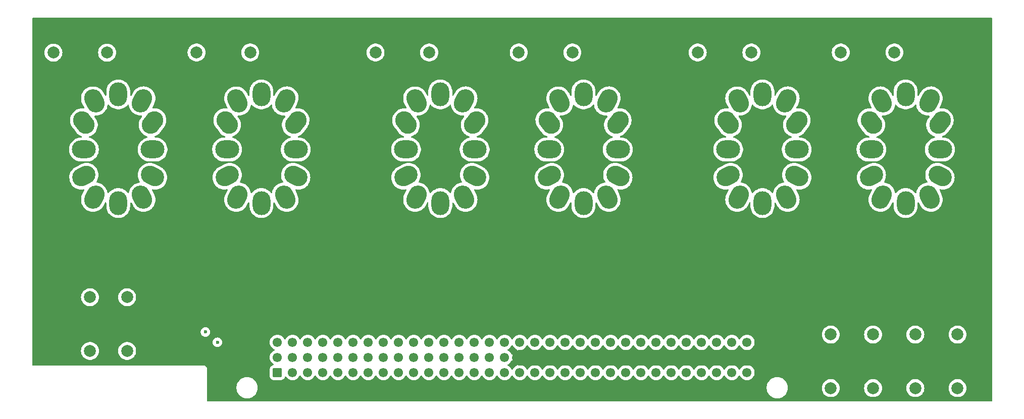
<source format=gbr>
%TF.GenerationSoftware,KiCad,Pcbnew,8.0.8*%
%TF.CreationDate,2025-04-22T21:40:41-07:00*%
%TF.ProjectId,display,64697370-6c61-4792-9e6b-696361645f70,rev?*%
%TF.SameCoordinates,Original*%
%TF.FileFunction,Copper,L2,Inr*%
%TF.FilePolarity,Positive*%
%FSLAX46Y46*%
G04 Gerber Fmt 4.6, Leading zero omitted, Abs format (unit mm)*
G04 Created by KiCad (PCBNEW 8.0.8) date 2025-04-22 21:40:41*
%MOMM*%
%LPD*%
G01*
G04 APERTURE LIST*
G04 Aperture macros list*
%AMRoundRect*
0 Rectangle with rounded corners*
0 $1 Rounding radius*
0 $2 $3 $4 $5 $6 $7 $8 $9 X,Y pos of 4 corners*
0 Add a 4 corners polygon primitive as box body*
4,1,4,$2,$3,$4,$5,$6,$7,$8,$9,$2,$3,0*
0 Add four circle primitives for the rounded corners*
1,1,$1+$1,$2,$3*
1,1,$1+$1,$4,$5*
1,1,$1+$1,$6,$7*
1,1,$1+$1,$8,$9*
0 Add four rect primitives between the rounded corners*
20,1,$1+$1,$2,$3,$4,$5,0*
20,1,$1+$1,$4,$5,$6,$7,0*
20,1,$1+$1,$6,$7,$8,$9,0*
20,1,$1+$1,$8,$9,$2,$3,0*%
%AMHorizOval*
0 Thick line with rounded ends*
0 $1 width*
0 $2 $3 position (X,Y) of the first rounded end (center of the circle)*
0 $4 $5 position (X,Y) of the second rounded end (center of the circle)*
0 Add line between two ends*
20,1,$1,$2,$3,$4,$5,0*
0 Add two circle primitives to create the rounded ends*
1,1,$1,$2,$3*
1,1,$1,$4,$5*%
G04 Aperture macros list end*
%TA.AperFunction,ComponentPad*%
%ADD10HorizOval,3.000000X-0.223880X0.447077X0.223880X-0.447077X0*%
%TD*%
%TA.AperFunction,ComponentPad*%
%ADD11HorizOval,3.000000X-0.447077X0.223880X0.447077X-0.223880X0*%
%TD*%
%TA.AperFunction,ComponentPad*%
%ADD12O,4.000000X3.000000*%
%TD*%
%TA.AperFunction,ComponentPad*%
%ADD13HorizOval,3.000000X-0.307831X-0.394005X0.307831X0.394005X0*%
%TD*%
%TA.AperFunction,ComponentPad*%
%ADD14HorizOval,3.000000X-0.223880X-0.447077X0.223880X0.447077X0*%
%TD*%
%TA.AperFunction,ComponentPad*%
%ADD15O,3.000000X4.000000*%
%TD*%
%TA.AperFunction,ComponentPad*%
%ADD16HorizOval,3.000000X-0.223880X0.447077X0.223880X-0.447077X0*%
%TD*%
%TA.AperFunction,ComponentPad*%
%ADD17HorizOval,3.000000X-0.307831X0.394005X0.307831X-0.394005X0*%
%TD*%
%TA.AperFunction,ComponentPad*%
%ADD18HorizOval,3.000000X0.447077X0.223880X-0.447077X-0.223880X0*%
%TD*%
%TA.AperFunction,ComponentPad*%
%ADD19HorizOval,3.000000X0.223880X0.447077X-0.223880X-0.447077X0*%
%TD*%
%TA.AperFunction,ComponentPad*%
%ADD20C,2.000000*%
%TD*%
%TA.AperFunction,ComponentPad*%
%ADD21RoundRect,0.249999X-0.525001X-0.525001X0.525001X-0.525001X0.525001X0.525001X-0.525001X0.525001X0*%
%TD*%
%TA.AperFunction,ComponentPad*%
%ADD22C,1.550000*%
%TD*%
%TA.AperFunction,ViaPad*%
%ADD23C,0.600000*%
%TD*%
%TA.AperFunction,Conductor*%
%ADD24C,2.600000*%
%TD*%
G04 APERTURE END LIST*
D10*
%TO.N,MD3*%
%TO.C,N3*%
X144303700Y-92450000D03*
D11*
%TO.N,/T3-0*%
X146053700Y-88950000D03*
D12*
%TO.N,/T3-9*%
X146053700Y-84450000D03*
D13*
%TO.N,/T3-8*%
X146053700Y-79950000D03*
D14*
%TO.N,/T3-7*%
X144303700Y-76325000D03*
D15*
%TO.N,/T3-6*%
X140303700Y-75200000D03*
D16*
%TO.N,/T3-5*%
X136303700Y-76325000D03*
D17*
%TO.N,/T3-4*%
X134553700Y-79950000D03*
D12*
%TO.N,/T3-3*%
X134553700Y-84450000D03*
D18*
%TO.N,/T3-2*%
X134553700Y-88950000D03*
D19*
%TO.N,/T3-1*%
X136303700Y-92450000D03*
D15*
%TO.N,unconnected-(N3-NC-Pad12)*%
X140303700Y-93450000D03*
%TD*%
D20*
%TO.N,Net-(N2-A)*%
%TO.C,R2*%
X108424000Y-68170000D03*
%TO.N,Net-(J1-Pin_b1)*%
X99424000Y-68170000D03*
%TD*%
%TO.N,Net-(N1-A)*%
%TO.C,R1*%
X84424000Y-68190000D03*
%TO.N,Net-(J1-Pin_b1)*%
X75424000Y-68190000D03*
%TD*%
%TO.N,MD3*%
%TO.C,R3*%
X138433700Y-68170000D03*
%TO.N,Net-(J1-Pin_b1)*%
X129433700Y-68170000D03*
%TD*%
%TO.N,Net-(N5-A)*%
%TO.C,R11*%
X219946666Y-115530000D03*
%TO.N,Net-(J1-Pin_a32)*%
X219946666Y-124530000D03*
%TD*%
%TO.N,MD4*%
%TO.C,R4*%
X162446800Y-68170000D03*
%TO.N,Net-(J1-Pin_b1)*%
X153446800Y-68170000D03*
%TD*%
%TO.N,Net-(N5-A)*%
%TO.C,R5*%
X192456900Y-68170000D03*
%TO.N,Net-(J1-Pin_b1)*%
X183456900Y-68170000D03*
%TD*%
%TO.N,Net-(N1-A)*%
%TO.C,R7*%
X81560000Y-109270000D03*
%TO.N,Net-(J1-Pin_c2)*%
X81560000Y-118270000D03*
%TD*%
D10*
%TO.N,MD4*%
%TO.C,N4*%
X168316800Y-92450000D03*
D11*
%TO.N,/T4-0*%
X170066800Y-88950000D03*
D12*
%TO.N,/T4-9*%
X170066800Y-84450000D03*
D13*
%TO.N,/T4-8*%
X170066800Y-79950000D03*
D14*
%TO.N,/T4-7*%
X168316800Y-76325000D03*
D15*
%TO.N,/T4-6*%
X164316800Y-75200000D03*
D16*
%TO.N,/T4-5*%
X160316800Y-76325000D03*
D17*
%TO.N,/T4-4*%
X158566800Y-79950000D03*
D12*
%TO.N,/T4-3*%
X158566800Y-84450000D03*
D18*
%TO.N,/T4-2*%
X158566800Y-88950000D03*
D19*
%TO.N,/T4-1*%
X160316800Y-92450000D03*
D15*
%TO.N,unconnected-(N4-NC-Pad12)*%
X164316800Y-93450000D03*
%TD*%
D10*
%TO.N,Net-(N2-A)*%
%TO.C,N2*%
X114304000Y-92450000D03*
D11*
%TO.N,/T2-0*%
X116054000Y-88950000D03*
D12*
%TO.N,/T2-9*%
X116054000Y-84450000D03*
D13*
%TO.N,/T2-8*%
X116054000Y-79950000D03*
D14*
%TO.N,/T2-7*%
X114304000Y-76325000D03*
D15*
%TO.N,/T2-6*%
X110304000Y-75200000D03*
D16*
%TO.N,/T2-5*%
X106304000Y-76325000D03*
D17*
%TO.N,/T2-4*%
X104554000Y-79950000D03*
D12*
%TO.N,/T2-3*%
X104554000Y-84450000D03*
D18*
%TO.N,/T2-2*%
X104554000Y-88950000D03*
D19*
%TO.N,/T2-1*%
X106304000Y-92450000D03*
D15*
%TO.N,unconnected-(N2-NC-Pad12)*%
X110304000Y-93450000D03*
%TD*%
D10*
%TO.N,Net-(N5-A)*%
%TO.C,N5*%
X198316900Y-92450000D03*
D11*
%TO.N,/T5-0*%
X200066900Y-88950000D03*
D12*
%TO.N,/T5-9*%
X200066900Y-84450000D03*
D13*
%TO.N,/T5-8*%
X200066900Y-79950000D03*
D14*
%TO.N,/T5-7*%
X198316900Y-76325000D03*
D15*
%TO.N,/T5-6*%
X194316900Y-75200000D03*
D16*
%TO.N,/T5-5*%
X190316900Y-76325000D03*
D17*
%TO.N,/T5-4*%
X188566900Y-79950000D03*
D12*
%TO.N,/T5-3*%
X188566900Y-84450000D03*
D18*
%TO.N,/T5-2*%
X188566900Y-88950000D03*
D19*
%TO.N,/T5-1*%
X190316900Y-92450000D03*
D15*
%TO.N,unconnected-(N5-NC-Pad12)*%
X194316900Y-93450000D03*
%TD*%
D20*
%TO.N,Net-(N6-A)*%
%TO.C,R6*%
X216450000Y-68160000D03*
%TO.N,Net-(J1-Pin_b1)*%
X207450000Y-68160000D03*
%TD*%
D10*
%TO.N,Net-(N1-A)*%
%TO.C,N1*%
X90296452Y-92450000D03*
D11*
%TO.N,/T1-0*%
X92046452Y-88950000D03*
D12*
%TO.N,/T1-9*%
X92046452Y-84450000D03*
D13*
%TO.N,/T1-8*%
X92046452Y-79950000D03*
D14*
%TO.N,/T1-7*%
X90296452Y-76325000D03*
D15*
%TO.N,/T1-6*%
X86296452Y-75200000D03*
D16*
%TO.N,/T1-5*%
X82296452Y-76325000D03*
D17*
%TO.N,/T1-4*%
X80546452Y-79950000D03*
D12*
%TO.N,/T1-3*%
X80546452Y-84450000D03*
D18*
%TO.N,/T1-2*%
X80546452Y-88950000D03*
D19*
%TO.N,/T1-1*%
X82296452Y-92450000D03*
D15*
%TO.N,unconnected-(N1-NC-Pad12)*%
X86296452Y-93450000D03*
%TD*%
D20*
%TO.N,Net-(N2-A)*%
%TO.C,R8*%
X87780000Y-109270000D03*
%TO.N,Net-(J1-Pin_c1)*%
X87780000Y-118270000D03*
%TD*%
%TO.N,MD4*%
%TO.C,R10*%
X212863333Y-115530000D03*
%TO.N,Net-(J1-Pin_a31)*%
X212863333Y-124530000D03*
%TD*%
%TO.N,MD3*%
%TO.C,R9*%
X205780000Y-115530000D03*
%TO.N,Net-(J1-Pin_a31)*%
X205780000Y-124530000D03*
%TD*%
D10*
%TO.N,Net-(N6-A)*%
%TO.C,N6*%
X222330000Y-92450000D03*
D11*
%TO.N,/T6-0*%
X224080000Y-88950000D03*
D12*
%TO.N,/T6-9*%
X224080000Y-84450000D03*
D13*
%TO.N,/T6-8*%
X224080000Y-79950000D03*
D14*
%TO.N,/T6-7*%
X222330000Y-76325000D03*
D15*
%TO.N,/T6-6*%
X218330000Y-75200000D03*
D16*
%TO.N,/T6-5*%
X214330000Y-76325000D03*
D17*
%TO.N,/T6-4*%
X212580000Y-79950000D03*
D12*
%TO.N,/T6-3*%
X212580000Y-84450000D03*
D18*
%TO.N,/T6-2*%
X212580000Y-88950000D03*
D19*
%TO.N,/T6-1*%
X214330000Y-92450000D03*
D15*
%TO.N,unconnected-(N6-NC-Pad12)*%
X218330000Y-93450000D03*
%TD*%
D20*
%TO.N,Net-(N6-A)*%
%TO.C,R12*%
X227030000Y-115530000D03*
%TO.N,Net-(J1-Pin_a32)*%
X227030000Y-124530000D03*
%TD*%
D21*
%TO.N,/T1-5*%
%TO.C,J1*%
X112980000Y-121920000D03*
D22*
%TO.N,/T1-4*%
X115520000Y-121920000D03*
%TO.N,/T1-3*%
X118060000Y-121920000D03*
%TO.N,/T1-2*%
X120600000Y-121920000D03*
%TO.N,/T1-1*%
X123140000Y-121920000D03*
%TO.N,/T1-0*%
X125680000Y-121920000D03*
%TO.N,/T1-9*%
X128220000Y-121920000D03*
%TO.N,/T1-8*%
X130760000Y-121920000D03*
%TO.N,/T1-7*%
X133300000Y-121920000D03*
%TO.N,/T1-6*%
X135840000Y-121920000D03*
%TO.N,/T2-5*%
X138380000Y-121920000D03*
%TO.N,/T2-4*%
X140920000Y-121920000D03*
%TO.N,/T2-3*%
X143460000Y-121920000D03*
%TO.N,/T2-2*%
X146000000Y-121920000D03*
%TO.N,/T2-1*%
X148540000Y-121920000D03*
%TO.N,/T2-0*%
X151080000Y-121920000D03*
%TO.N,/T2-9*%
X153620000Y-121920000D03*
%TO.N,/T2-8*%
X156160000Y-121920000D03*
%TO.N,/T2-7*%
X158700000Y-121920000D03*
%TO.N,/T2-6*%
X161240000Y-121920000D03*
%TO.N,/T3-5*%
X163780000Y-121920000D03*
%TO.N,/T3-4*%
X166320000Y-121920000D03*
%TO.N,/T3-3*%
X168860000Y-121920000D03*
%TO.N,/T3-2*%
X171400000Y-121920000D03*
%TO.N,/T3-1*%
X173940000Y-121920000D03*
%TO.N,/T3-0*%
X176480000Y-121920000D03*
%TO.N,/T3-9*%
X179020000Y-121920000D03*
%TO.N,/T3-8*%
X181560000Y-121920000D03*
%TO.N,/T3-7*%
X184100000Y-121920000D03*
%TO.N,/T3-6*%
X186640000Y-121920000D03*
%TO.N,Net-(J1-Pin_a31)*%
X189180000Y-121920000D03*
%TO.N,Net-(J1-Pin_a32)*%
X191720000Y-121920000D03*
%TO.N,Net-(J1-Pin_b1)*%
X112980000Y-119380000D03*
X115520000Y-119380000D03*
X118060000Y-119380000D03*
X120600000Y-119380000D03*
X123140000Y-119380000D03*
X125680000Y-119380000D03*
X128220000Y-119380000D03*
X130760000Y-119380000D03*
X133300000Y-119380000D03*
X135840000Y-119380000D03*
X138380000Y-119380000D03*
X140920000Y-119380000D03*
X143460000Y-119380000D03*
X146000000Y-119380000D03*
X148540000Y-119380000D03*
X151080000Y-119380000D03*
%TO.N,GND*%
X153620000Y-119380000D03*
X156160000Y-119380000D03*
X158700000Y-119380000D03*
X161240000Y-119380000D03*
X163780000Y-119380000D03*
X166320000Y-119380000D03*
X168860000Y-119380000D03*
X171400000Y-119380000D03*
X173940000Y-119380000D03*
X176480000Y-119380000D03*
X179020000Y-119380000D03*
X181560000Y-119380000D03*
X184100000Y-119380000D03*
X186640000Y-119380000D03*
X189180000Y-119380000D03*
X191720000Y-119380000D03*
%TO.N,Net-(J1-Pin_c1)*%
X112980000Y-116840000D03*
%TO.N,Net-(J1-Pin_c2)*%
X115520000Y-116840000D03*
%TO.N,/T4-5*%
X118060000Y-116840000D03*
%TO.N,/T4-4*%
X120600000Y-116840000D03*
%TO.N,/T4-3*%
X123140000Y-116840000D03*
%TO.N,/T4-2*%
X125680000Y-116840000D03*
%TO.N,/T4-1*%
X128220000Y-116840000D03*
%TO.N,/T4-0*%
X130760000Y-116840000D03*
%TO.N,/T4-9*%
X133300000Y-116840000D03*
%TO.N,/T4-8*%
X135840000Y-116840000D03*
%TO.N,/T4-7*%
X138380000Y-116840000D03*
%TO.N,/T4-6*%
X140920000Y-116840000D03*
%TO.N,/T5-5*%
X143460000Y-116840000D03*
%TO.N,/T5-4*%
X146000000Y-116840000D03*
%TO.N,/T5-3*%
X148540000Y-116840000D03*
%TO.N,/T5-2*%
X151080000Y-116840000D03*
%TO.N,/T5-1*%
X153620000Y-116840000D03*
%TO.N,/T5-0*%
X156160000Y-116840000D03*
%TO.N,/T5-9*%
X158700000Y-116840000D03*
%TO.N,/T5-8*%
X161240000Y-116840000D03*
%TO.N,/T5-7*%
X163780000Y-116840000D03*
%TO.N,/T5-6*%
X166320000Y-116840000D03*
%TO.N,/T6-5*%
X168860000Y-116840000D03*
%TO.N,/T6-4*%
X171400000Y-116840000D03*
%TO.N,/T6-3*%
X173940000Y-116840000D03*
%TO.N,/T6-2*%
X176480000Y-116840000D03*
%TO.N,/T6-1*%
X179020000Y-116840000D03*
%TO.N,/T6-0*%
X181560000Y-116840000D03*
%TO.N,/T6-9*%
X184100000Y-116840000D03*
%TO.N,/T6-8*%
X186640000Y-116840000D03*
%TO.N,/T6-7*%
X189180000Y-116840000D03*
%TO.N,/T6-6*%
X191720000Y-116840000D03*
%TD*%
D23*
%TO.N,Net-(J1-Pin_c1)*%
X102920000Y-116840000D03*
%TO.N,Net-(J1-Pin_c2)*%
X100910000Y-115110000D03*
%TD*%
D24*
%TO.N,GND*%
X153620000Y-119380000D02*
X195270000Y-119380000D01*
%TD*%
%TA.AperFunction,Conductor*%
%TO.N,GND*%
G36*
X111704500Y-122495017D02*
G01*
X111715000Y-122597796D01*
X111753798Y-122714879D01*
X111770186Y-122764335D01*
X111862288Y-122913656D01*
X111986344Y-123037712D01*
X112135665Y-123129814D01*
X112302202Y-123184999D01*
X112404990Y-123195500D01*
X112404995Y-123195500D01*
X113555005Y-123195500D01*
X113555010Y-123195500D01*
X113657798Y-123184999D01*
X113824335Y-123129814D01*
X113973656Y-123037712D01*
X114097712Y-122913656D01*
X114189814Y-122764335D01*
X114229173Y-122645555D01*
X114268944Y-122588113D01*
X114333460Y-122561290D01*
X114402236Y-122573605D01*
X114448452Y-122613438D01*
X114539178Y-122743007D01*
X114696993Y-122900822D01*
X114879814Y-123028835D01*
X115082087Y-123123156D01*
X115082093Y-123123157D01*
X115082094Y-123123158D01*
X115106935Y-123129814D01*
X115297666Y-123180920D01*
X115464302Y-123195499D01*
X115519999Y-123200372D01*
X115520000Y-123200372D01*
X115520001Y-123200372D01*
X115575686Y-123195500D01*
X115742334Y-123180920D01*
X115957913Y-123123156D01*
X116160186Y-123028835D01*
X116343007Y-122900822D01*
X116500822Y-122743007D01*
X116628835Y-122560186D01*
X116677618Y-122455569D01*
X116723790Y-122403130D01*
X116790983Y-122383978D01*
X116857865Y-122404193D01*
X116902381Y-122455569D01*
X116951165Y-122560186D01*
X117079178Y-122743007D01*
X117236993Y-122900822D01*
X117419814Y-123028835D01*
X117622087Y-123123156D01*
X117622093Y-123123157D01*
X117622094Y-123123158D01*
X117646935Y-123129814D01*
X117837666Y-123180920D01*
X118004302Y-123195499D01*
X118059999Y-123200372D01*
X118060000Y-123200372D01*
X118060001Y-123200372D01*
X118115686Y-123195500D01*
X118282334Y-123180920D01*
X118497913Y-123123156D01*
X118700186Y-123028835D01*
X118883007Y-122900822D01*
X119040822Y-122743007D01*
X119168835Y-122560186D01*
X119217618Y-122455569D01*
X119263790Y-122403130D01*
X119330983Y-122383978D01*
X119397865Y-122404193D01*
X119442381Y-122455569D01*
X119491165Y-122560186D01*
X119619178Y-122743007D01*
X119776993Y-122900822D01*
X119959814Y-123028835D01*
X120162087Y-123123156D01*
X120162093Y-123123157D01*
X120162094Y-123123158D01*
X120186935Y-123129814D01*
X120377666Y-123180920D01*
X120544302Y-123195499D01*
X120599999Y-123200372D01*
X120600000Y-123200372D01*
X120600001Y-123200372D01*
X120655686Y-123195500D01*
X120822334Y-123180920D01*
X121037913Y-123123156D01*
X121240186Y-123028835D01*
X121423007Y-122900822D01*
X121580822Y-122743007D01*
X121708835Y-122560186D01*
X121757618Y-122455569D01*
X121803790Y-122403130D01*
X121870983Y-122383978D01*
X121937865Y-122404193D01*
X121982381Y-122455569D01*
X122031165Y-122560186D01*
X122159178Y-122743007D01*
X122316993Y-122900822D01*
X122499814Y-123028835D01*
X122702087Y-123123156D01*
X122702093Y-123123157D01*
X122702094Y-123123158D01*
X122726935Y-123129814D01*
X122917666Y-123180920D01*
X123084302Y-123195499D01*
X123139999Y-123200372D01*
X123140000Y-123200372D01*
X123140001Y-123200372D01*
X123195686Y-123195500D01*
X123362334Y-123180920D01*
X123577913Y-123123156D01*
X123780186Y-123028835D01*
X123963007Y-122900822D01*
X124120822Y-122743007D01*
X124248835Y-122560186D01*
X124297618Y-122455569D01*
X124343790Y-122403130D01*
X124410983Y-122383978D01*
X124477865Y-122404193D01*
X124522381Y-122455569D01*
X124571165Y-122560186D01*
X124699178Y-122743007D01*
X124856993Y-122900822D01*
X125039814Y-123028835D01*
X125242087Y-123123156D01*
X125242093Y-123123157D01*
X125242094Y-123123158D01*
X125266935Y-123129814D01*
X125457666Y-123180920D01*
X125624302Y-123195499D01*
X125679999Y-123200372D01*
X125680000Y-123200372D01*
X125680001Y-123200372D01*
X125735686Y-123195500D01*
X125902334Y-123180920D01*
X126117913Y-123123156D01*
X126320186Y-123028835D01*
X126503007Y-122900822D01*
X126660822Y-122743007D01*
X126788835Y-122560186D01*
X126837618Y-122455569D01*
X126883790Y-122403130D01*
X126950983Y-122383978D01*
X127017865Y-122404193D01*
X127062381Y-122455569D01*
X127111165Y-122560186D01*
X127239178Y-122743007D01*
X127396993Y-122900822D01*
X127579814Y-123028835D01*
X127782087Y-123123156D01*
X127782093Y-123123157D01*
X127782094Y-123123158D01*
X127806935Y-123129814D01*
X127997666Y-123180920D01*
X128164302Y-123195499D01*
X128219999Y-123200372D01*
X128220000Y-123200372D01*
X128220001Y-123200372D01*
X128275686Y-123195500D01*
X128442334Y-123180920D01*
X128657913Y-123123156D01*
X128860186Y-123028835D01*
X129043007Y-122900822D01*
X129200822Y-122743007D01*
X129328835Y-122560186D01*
X129377618Y-122455569D01*
X129423790Y-122403130D01*
X129490983Y-122383978D01*
X129557865Y-122404193D01*
X129602381Y-122455569D01*
X129651165Y-122560186D01*
X129779178Y-122743007D01*
X129936993Y-122900822D01*
X130119814Y-123028835D01*
X130322087Y-123123156D01*
X130322093Y-123123157D01*
X130322094Y-123123158D01*
X130346935Y-123129814D01*
X130537666Y-123180920D01*
X130704302Y-123195499D01*
X130759999Y-123200372D01*
X130760000Y-123200372D01*
X130760001Y-123200372D01*
X130815686Y-123195500D01*
X130982334Y-123180920D01*
X131197913Y-123123156D01*
X131400186Y-123028835D01*
X131583007Y-122900822D01*
X131740822Y-122743007D01*
X131868835Y-122560186D01*
X131917618Y-122455569D01*
X131963790Y-122403130D01*
X132030983Y-122383978D01*
X132097865Y-122404193D01*
X132142381Y-122455569D01*
X132191165Y-122560186D01*
X132319178Y-122743007D01*
X132476993Y-122900822D01*
X132659814Y-123028835D01*
X132862087Y-123123156D01*
X132862093Y-123123157D01*
X132862094Y-123123158D01*
X132886935Y-123129814D01*
X133077666Y-123180920D01*
X133244302Y-123195499D01*
X133299999Y-123200372D01*
X133300000Y-123200372D01*
X133300001Y-123200372D01*
X133355686Y-123195500D01*
X133522334Y-123180920D01*
X133737913Y-123123156D01*
X133940186Y-123028835D01*
X134123007Y-122900822D01*
X134280822Y-122743007D01*
X134408835Y-122560186D01*
X134457618Y-122455569D01*
X134503790Y-122403130D01*
X134570983Y-122383978D01*
X134637865Y-122404193D01*
X134682381Y-122455569D01*
X134731165Y-122560186D01*
X134859178Y-122743007D01*
X135016993Y-122900822D01*
X135199814Y-123028835D01*
X135402087Y-123123156D01*
X135402093Y-123123157D01*
X135402094Y-123123158D01*
X135426935Y-123129814D01*
X135617666Y-123180920D01*
X135784302Y-123195499D01*
X135839999Y-123200372D01*
X135840000Y-123200372D01*
X135840001Y-123200372D01*
X135895686Y-123195500D01*
X136062334Y-123180920D01*
X136277913Y-123123156D01*
X136480186Y-123028835D01*
X136663007Y-122900822D01*
X136820822Y-122743007D01*
X136948835Y-122560186D01*
X136997618Y-122455569D01*
X137043790Y-122403130D01*
X137110983Y-122383978D01*
X137177865Y-122404193D01*
X137222381Y-122455569D01*
X137271165Y-122560186D01*
X137399178Y-122743007D01*
X137556993Y-122900822D01*
X137739814Y-123028835D01*
X137942087Y-123123156D01*
X137942093Y-123123157D01*
X137942094Y-123123158D01*
X137966935Y-123129814D01*
X138157666Y-123180920D01*
X138324302Y-123195499D01*
X138379999Y-123200372D01*
X138380000Y-123200372D01*
X138380001Y-123200372D01*
X138435686Y-123195500D01*
X138602334Y-123180920D01*
X138817913Y-123123156D01*
X139020186Y-123028835D01*
X139203007Y-122900822D01*
X139360822Y-122743007D01*
X139488835Y-122560186D01*
X139537618Y-122455569D01*
X139583790Y-122403130D01*
X139650983Y-122383978D01*
X139717865Y-122404193D01*
X139762381Y-122455569D01*
X139811165Y-122560186D01*
X139939178Y-122743007D01*
X140096993Y-122900822D01*
X140279814Y-123028835D01*
X140482087Y-123123156D01*
X140482093Y-123123157D01*
X140482094Y-123123158D01*
X140506935Y-123129814D01*
X140697666Y-123180920D01*
X140864302Y-123195499D01*
X140919999Y-123200372D01*
X140920000Y-123200372D01*
X140920001Y-123200372D01*
X140975686Y-123195500D01*
X141142334Y-123180920D01*
X141357913Y-123123156D01*
X141560186Y-123028835D01*
X141743007Y-122900822D01*
X141900822Y-122743007D01*
X142028835Y-122560186D01*
X142077618Y-122455569D01*
X142123790Y-122403130D01*
X142190983Y-122383978D01*
X142257865Y-122404193D01*
X142302381Y-122455569D01*
X142351165Y-122560186D01*
X142479178Y-122743007D01*
X142636993Y-122900822D01*
X142819814Y-123028835D01*
X143022087Y-123123156D01*
X143022093Y-123123157D01*
X143022094Y-123123158D01*
X143046935Y-123129814D01*
X143237666Y-123180920D01*
X143404302Y-123195499D01*
X143459999Y-123200372D01*
X143460000Y-123200372D01*
X143460001Y-123200372D01*
X143515686Y-123195500D01*
X143682334Y-123180920D01*
X143897913Y-123123156D01*
X144100186Y-123028835D01*
X144283007Y-122900822D01*
X144440822Y-122743007D01*
X144568835Y-122560186D01*
X144617618Y-122455569D01*
X144663790Y-122403130D01*
X144730983Y-122383978D01*
X144797865Y-122404193D01*
X144842381Y-122455569D01*
X144891165Y-122560186D01*
X145019178Y-122743007D01*
X145176993Y-122900822D01*
X145359814Y-123028835D01*
X145562087Y-123123156D01*
X145562093Y-123123157D01*
X145562094Y-123123158D01*
X145586935Y-123129814D01*
X145777666Y-123180920D01*
X145944302Y-123195499D01*
X145999999Y-123200372D01*
X146000000Y-123200372D01*
X146000001Y-123200372D01*
X146055686Y-123195500D01*
X146222334Y-123180920D01*
X146437913Y-123123156D01*
X146640186Y-123028835D01*
X146823007Y-122900822D01*
X146980822Y-122743007D01*
X147108835Y-122560186D01*
X147157618Y-122455569D01*
X147203790Y-122403130D01*
X147270983Y-122383978D01*
X147337865Y-122404193D01*
X147382381Y-122455569D01*
X147431165Y-122560186D01*
X147559178Y-122743007D01*
X147716993Y-122900822D01*
X147899814Y-123028835D01*
X148102087Y-123123156D01*
X148102093Y-123123157D01*
X148102094Y-123123158D01*
X148126935Y-123129814D01*
X148317666Y-123180920D01*
X148484302Y-123195499D01*
X148539999Y-123200372D01*
X148540000Y-123200372D01*
X148540001Y-123200372D01*
X148595686Y-123195500D01*
X148762334Y-123180920D01*
X148977913Y-123123156D01*
X149180186Y-123028835D01*
X149363007Y-122900822D01*
X149520822Y-122743007D01*
X149648835Y-122560186D01*
X149697618Y-122455569D01*
X149743790Y-122403130D01*
X149810983Y-122383978D01*
X149877865Y-122404193D01*
X149922381Y-122455569D01*
X149971165Y-122560186D01*
X150099178Y-122743007D01*
X150256993Y-122900822D01*
X150439814Y-123028835D01*
X150642087Y-123123156D01*
X150642093Y-123123157D01*
X150642094Y-123123158D01*
X150666935Y-123129814D01*
X150857666Y-123180920D01*
X151024302Y-123195499D01*
X151079999Y-123200372D01*
X151080000Y-123200372D01*
X151080001Y-123200372D01*
X151135686Y-123195500D01*
X151302334Y-123180920D01*
X151517913Y-123123156D01*
X151720186Y-123028835D01*
X151903007Y-122900822D01*
X152060822Y-122743007D01*
X152188835Y-122560186D01*
X152237618Y-122455569D01*
X152283790Y-122403130D01*
X152350983Y-122383978D01*
X152417865Y-122404193D01*
X152462381Y-122455569D01*
X152511165Y-122560186D01*
X152639178Y-122743007D01*
X152796993Y-122900822D01*
X152979814Y-123028835D01*
X153182087Y-123123156D01*
X153182093Y-123123157D01*
X153182094Y-123123158D01*
X153206935Y-123129814D01*
X153397666Y-123180920D01*
X153564302Y-123195499D01*
X153619999Y-123200372D01*
X153620000Y-123200372D01*
X153620001Y-123200372D01*
X153675686Y-123195500D01*
X153842334Y-123180920D01*
X154057913Y-123123156D01*
X154260186Y-123028835D01*
X154443007Y-122900822D01*
X154600822Y-122743007D01*
X154728835Y-122560186D01*
X154777618Y-122455569D01*
X154823790Y-122403130D01*
X154890983Y-122383978D01*
X154957865Y-122404193D01*
X155002381Y-122455569D01*
X155051165Y-122560186D01*
X155179178Y-122743007D01*
X155336993Y-122900822D01*
X155519814Y-123028835D01*
X155722087Y-123123156D01*
X155722093Y-123123157D01*
X155722094Y-123123158D01*
X155746935Y-123129814D01*
X155937666Y-123180920D01*
X156104302Y-123195499D01*
X156159999Y-123200372D01*
X156160000Y-123200372D01*
X156160001Y-123200372D01*
X156215686Y-123195500D01*
X156382334Y-123180920D01*
X156597913Y-123123156D01*
X156800186Y-123028835D01*
X156983007Y-122900822D01*
X157140822Y-122743007D01*
X157268835Y-122560186D01*
X157317618Y-122455569D01*
X157363790Y-122403130D01*
X157430983Y-122383978D01*
X157497865Y-122404193D01*
X157542381Y-122455569D01*
X157591165Y-122560186D01*
X157719178Y-122743007D01*
X157876993Y-122900822D01*
X158059814Y-123028835D01*
X158262087Y-123123156D01*
X158262093Y-123123157D01*
X158262094Y-123123158D01*
X158286935Y-123129814D01*
X158477666Y-123180920D01*
X158644302Y-123195499D01*
X158699999Y-123200372D01*
X158700000Y-123200372D01*
X158700001Y-123200372D01*
X158755686Y-123195500D01*
X158922334Y-123180920D01*
X159137913Y-123123156D01*
X159340186Y-123028835D01*
X159523007Y-122900822D01*
X159680822Y-122743007D01*
X159808835Y-122560186D01*
X159857618Y-122455569D01*
X159903790Y-122403130D01*
X159970983Y-122383978D01*
X160037865Y-122404193D01*
X160082381Y-122455569D01*
X160131165Y-122560186D01*
X160259178Y-122743007D01*
X160416993Y-122900822D01*
X160599814Y-123028835D01*
X160802087Y-123123156D01*
X160802093Y-123123157D01*
X160802094Y-123123158D01*
X160826935Y-123129814D01*
X161017666Y-123180920D01*
X161184302Y-123195499D01*
X161239999Y-123200372D01*
X161240000Y-123200372D01*
X161240001Y-123200372D01*
X161295686Y-123195500D01*
X161462334Y-123180920D01*
X161677913Y-123123156D01*
X161880186Y-123028835D01*
X162063007Y-122900822D01*
X162220822Y-122743007D01*
X162348835Y-122560186D01*
X162397618Y-122455569D01*
X162443790Y-122403130D01*
X162510983Y-122383978D01*
X162577865Y-122404193D01*
X162622381Y-122455569D01*
X162671165Y-122560186D01*
X162799178Y-122743007D01*
X162956993Y-122900822D01*
X163139814Y-123028835D01*
X163342087Y-123123156D01*
X163342093Y-123123157D01*
X163342094Y-123123158D01*
X163366935Y-123129814D01*
X163557666Y-123180920D01*
X163724302Y-123195499D01*
X163779999Y-123200372D01*
X163780000Y-123200372D01*
X163780001Y-123200372D01*
X163835686Y-123195500D01*
X164002334Y-123180920D01*
X164217913Y-123123156D01*
X164420186Y-123028835D01*
X164603007Y-122900822D01*
X164760822Y-122743007D01*
X164888835Y-122560186D01*
X164937618Y-122455569D01*
X164983790Y-122403130D01*
X165050983Y-122383978D01*
X165117865Y-122404193D01*
X165162381Y-122455569D01*
X165211165Y-122560186D01*
X165339178Y-122743007D01*
X165496993Y-122900822D01*
X165679814Y-123028835D01*
X165882087Y-123123156D01*
X165882093Y-123123157D01*
X165882094Y-123123158D01*
X165906935Y-123129814D01*
X166097666Y-123180920D01*
X166264302Y-123195499D01*
X166319999Y-123200372D01*
X166320000Y-123200372D01*
X166320001Y-123200372D01*
X166375686Y-123195500D01*
X166542334Y-123180920D01*
X166757913Y-123123156D01*
X166960186Y-123028835D01*
X167143007Y-122900822D01*
X167300822Y-122743007D01*
X167428835Y-122560186D01*
X167477618Y-122455569D01*
X167523790Y-122403130D01*
X167590983Y-122383978D01*
X167657865Y-122404193D01*
X167702381Y-122455569D01*
X167751165Y-122560186D01*
X167879178Y-122743007D01*
X168036993Y-122900822D01*
X168219814Y-123028835D01*
X168422087Y-123123156D01*
X168422093Y-123123157D01*
X168422094Y-123123158D01*
X168446935Y-123129814D01*
X168637666Y-123180920D01*
X168804302Y-123195499D01*
X168859999Y-123200372D01*
X168860000Y-123200372D01*
X168860001Y-123200372D01*
X168915686Y-123195500D01*
X169082334Y-123180920D01*
X169297913Y-123123156D01*
X169500186Y-123028835D01*
X169683007Y-122900822D01*
X169840822Y-122743007D01*
X169968835Y-122560186D01*
X170017618Y-122455569D01*
X170063790Y-122403130D01*
X170130983Y-122383978D01*
X170197865Y-122404193D01*
X170242381Y-122455569D01*
X170291165Y-122560186D01*
X170419178Y-122743007D01*
X170576993Y-122900822D01*
X170759814Y-123028835D01*
X170962087Y-123123156D01*
X170962093Y-123123157D01*
X170962094Y-123123158D01*
X170986935Y-123129814D01*
X171177666Y-123180920D01*
X171344302Y-123195499D01*
X171399999Y-123200372D01*
X171400000Y-123200372D01*
X171400001Y-123200372D01*
X171455686Y-123195500D01*
X171622334Y-123180920D01*
X171837913Y-123123156D01*
X172040186Y-123028835D01*
X172223007Y-122900822D01*
X172380822Y-122743007D01*
X172508835Y-122560186D01*
X172557618Y-122455569D01*
X172603790Y-122403130D01*
X172670983Y-122383978D01*
X172737865Y-122404193D01*
X172782381Y-122455569D01*
X172831165Y-122560186D01*
X172959178Y-122743007D01*
X173116993Y-122900822D01*
X173299814Y-123028835D01*
X173502087Y-123123156D01*
X173502093Y-123123157D01*
X173502094Y-123123158D01*
X173526935Y-123129814D01*
X173717666Y-123180920D01*
X173884302Y-123195499D01*
X173939999Y-123200372D01*
X173940000Y-123200372D01*
X173940001Y-123200372D01*
X173995686Y-123195500D01*
X174162334Y-123180920D01*
X174377913Y-123123156D01*
X174580186Y-123028835D01*
X174763007Y-122900822D01*
X174920822Y-122743007D01*
X175048835Y-122560186D01*
X175097618Y-122455569D01*
X175143790Y-122403130D01*
X175210983Y-122383978D01*
X175277865Y-122404193D01*
X175322381Y-122455569D01*
X175371165Y-122560186D01*
X175499178Y-122743007D01*
X175656993Y-122900822D01*
X175839814Y-123028835D01*
X176042087Y-123123156D01*
X176042093Y-123123157D01*
X176042094Y-123123158D01*
X176066935Y-123129814D01*
X176257666Y-123180920D01*
X176424302Y-123195499D01*
X176479999Y-123200372D01*
X176480000Y-123200372D01*
X176480001Y-123200372D01*
X176535686Y-123195500D01*
X176702334Y-123180920D01*
X176917913Y-123123156D01*
X177120186Y-123028835D01*
X177303007Y-122900822D01*
X177460822Y-122743007D01*
X177588835Y-122560186D01*
X177637618Y-122455569D01*
X177683790Y-122403130D01*
X177750983Y-122383978D01*
X177817865Y-122404193D01*
X177862381Y-122455569D01*
X177911165Y-122560186D01*
X178039178Y-122743007D01*
X178196993Y-122900822D01*
X178379814Y-123028835D01*
X178582087Y-123123156D01*
X178582093Y-123123157D01*
X178582094Y-123123158D01*
X178606935Y-123129814D01*
X178797666Y-123180920D01*
X178964302Y-123195499D01*
X179019999Y-123200372D01*
X179020000Y-123200372D01*
X179020001Y-123200372D01*
X179075686Y-123195500D01*
X179242334Y-123180920D01*
X179457913Y-123123156D01*
X179660186Y-123028835D01*
X179843007Y-122900822D01*
X180000822Y-122743007D01*
X180128835Y-122560186D01*
X180177618Y-122455569D01*
X180223790Y-122403130D01*
X180290983Y-122383978D01*
X180357865Y-122404193D01*
X180402381Y-122455569D01*
X180451165Y-122560186D01*
X180579178Y-122743007D01*
X180736993Y-122900822D01*
X180919814Y-123028835D01*
X181122087Y-123123156D01*
X181122093Y-123123157D01*
X181122094Y-123123158D01*
X181146935Y-123129814D01*
X181337666Y-123180920D01*
X181504302Y-123195499D01*
X181559999Y-123200372D01*
X181560000Y-123200372D01*
X181560001Y-123200372D01*
X181615686Y-123195500D01*
X181782334Y-123180920D01*
X181997913Y-123123156D01*
X182200186Y-123028835D01*
X182383007Y-122900822D01*
X182540822Y-122743007D01*
X182668835Y-122560186D01*
X182717618Y-122455569D01*
X182763790Y-122403130D01*
X182830983Y-122383978D01*
X182897865Y-122404193D01*
X182942381Y-122455569D01*
X182991165Y-122560186D01*
X183119178Y-122743007D01*
X183276993Y-122900822D01*
X183459814Y-123028835D01*
X183662087Y-123123156D01*
X183662093Y-123123157D01*
X183662094Y-123123158D01*
X183686935Y-123129814D01*
X183877666Y-123180920D01*
X184044302Y-123195499D01*
X184099999Y-123200372D01*
X184100000Y-123200372D01*
X184100001Y-123200372D01*
X184155686Y-123195500D01*
X184322334Y-123180920D01*
X184537913Y-123123156D01*
X184740186Y-123028835D01*
X184923007Y-122900822D01*
X185080822Y-122743007D01*
X185208835Y-122560186D01*
X185257618Y-122455569D01*
X185303790Y-122403130D01*
X185370983Y-122383978D01*
X185437865Y-122404193D01*
X185482381Y-122455569D01*
X185531165Y-122560186D01*
X185659178Y-122743007D01*
X185816993Y-122900822D01*
X185999814Y-123028835D01*
X186202087Y-123123156D01*
X186202093Y-123123157D01*
X186202094Y-123123158D01*
X186226935Y-123129814D01*
X186417666Y-123180920D01*
X186584302Y-123195499D01*
X186639999Y-123200372D01*
X186640000Y-123200372D01*
X186640001Y-123200372D01*
X186695686Y-123195500D01*
X186862334Y-123180920D01*
X187077913Y-123123156D01*
X187280186Y-123028835D01*
X187463007Y-122900822D01*
X187620822Y-122743007D01*
X187748835Y-122560186D01*
X187797618Y-122455569D01*
X187843790Y-122403130D01*
X187910983Y-122383978D01*
X187977865Y-122404193D01*
X188022381Y-122455569D01*
X188071165Y-122560186D01*
X188199178Y-122743007D01*
X188356993Y-122900822D01*
X188539814Y-123028835D01*
X188742087Y-123123156D01*
X188742093Y-123123157D01*
X188742094Y-123123158D01*
X188766935Y-123129814D01*
X188957666Y-123180920D01*
X189124302Y-123195499D01*
X189179999Y-123200372D01*
X189180000Y-123200372D01*
X189180001Y-123200372D01*
X189235686Y-123195500D01*
X189402334Y-123180920D01*
X189617913Y-123123156D01*
X189820186Y-123028835D01*
X190003007Y-122900822D01*
X190160822Y-122743007D01*
X190288835Y-122560186D01*
X190337618Y-122455569D01*
X190383790Y-122403130D01*
X190450983Y-122383978D01*
X190517865Y-122404193D01*
X190562381Y-122455569D01*
X190611165Y-122560186D01*
X190739178Y-122743007D01*
X190896993Y-122900822D01*
X191079814Y-123028835D01*
X191282087Y-123123156D01*
X191282093Y-123123157D01*
X191282094Y-123123158D01*
X191306935Y-123129814D01*
X191497666Y-123180920D01*
X191664302Y-123195499D01*
X191719999Y-123200372D01*
X191720000Y-123200372D01*
X191720001Y-123200372D01*
X191775686Y-123195500D01*
X191942334Y-123180920D01*
X192157913Y-123123156D01*
X192360186Y-123028835D01*
X192543007Y-122900822D01*
X192700822Y-122743007D01*
X192828835Y-122560186D01*
X192923156Y-122357913D01*
X192980920Y-122142334D01*
X193000372Y-121920000D01*
X192980920Y-121697666D01*
X192937060Y-121533980D01*
X192923158Y-121482094D01*
X192923153Y-121482080D01*
X192922183Y-121480000D01*
X232834900Y-121480000D01*
X232834900Y-126616800D01*
X232815215Y-126683839D01*
X232762411Y-126729594D01*
X232710900Y-126740800D01*
X101274500Y-126740800D01*
X101207461Y-126721115D01*
X101161706Y-126668311D01*
X101150500Y-126616800D01*
X101150500Y-124343634D01*
X106124500Y-124343634D01*
X106124500Y-124576365D01*
X106124501Y-124576382D01*
X106154878Y-124807122D01*
X106215120Y-125031947D01*
X106304180Y-125246960D01*
X106304188Y-125246976D01*
X106420553Y-125448524D01*
X106420564Y-125448540D01*
X106562242Y-125633179D01*
X106562248Y-125633186D01*
X106726813Y-125797751D01*
X106726819Y-125797756D01*
X106911468Y-125939442D01*
X106911475Y-125939446D01*
X107113023Y-126055811D01*
X107113039Y-126055819D01*
X107328052Y-126144879D01*
X107328054Y-126144879D01*
X107328060Y-126144882D01*
X107552874Y-126205121D01*
X107783628Y-126235500D01*
X107783635Y-126235500D01*
X108016365Y-126235500D01*
X108016372Y-126235500D01*
X108247126Y-126205121D01*
X108471940Y-126144882D01*
X108529953Y-126120852D01*
X108686960Y-126055819D01*
X108686963Y-126055817D01*
X108686969Y-126055815D01*
X108888532Y-125939442D01*
X109073181Y-125797756D01*
X109237756Y-125633181D01*
X109379442Y-125448532D01*
X109495815Y-125246969D01*
X109495966Y-125246606D01*
X109584879Y-125031947D01*
X109584878Y-125031947D01*
X109584882Y-125031940D01*
X109645121Y-124807126D01*
X109675500Y-124576372D01*
X109675500Y-124343634D01*
X195024500Y-124343634D01*
X195024500Y-124576365D01*
X195024501Y-124576382D01*
X195054878Y-124807122D01*
X195115120Y-125031947D01*
X195204180Y-125246960D01*
X195204188Y-125246976D01*
X195320553Y-125448524D01*
X195320564Y-125448540D01*
X195462242Y-125633179D01*
X195462248Y-125633186D01*
X195626813Y-125797751D01*
X195626819Y-125797756D01*
X195811468Y-125939442D01*
X195811475Y-125939446D01*
X196013023Y-126055811D01*
X196013039Y-126055819D01*
X196228052Y-126144879D01*
X196228054Y-126144879D01*
X196228060Y-126144882D01*
X196452874Y-126205121D01*
X196683628Y-126235500D01*
X196683635Y-126235500D01*
X196916365Y-126235500D01*
X196916372Y-126235500D01*
X197147126Y-126205121D01*
X197371940Y-126144882D01*
X197429953Y-126120852D01*
X197586960Y-126055819D01*
X197586963Y-126055817D01*
X197586969Y-126055815D01*
X197788532Y-125939442D01*
X197973181Y-125797756D01*
X198137756Y-125633181D01*
X198279442Y-125448532D01*
X198395815Y-125246969D01*
X198395966Y-125246606D01*
X198484879Y-125031947D01*
X198484878Y-125031947D01*
X198484882Y-125031940D01*
X198545121Y-124807126D01*
X198575500Y-124576372D01*
X198575500Y-124529994D01*
X204274357Y-124529994D01*
X204274357Y-124530005D01*
X204294890Y-124777812D01*
X204294892Y-124777824D01*
X204355936Y-125018881D01*
X204455826Y-125246606D01*
X204591833Y-125454782D01*
X204591836Y-125454785D01*
X204760256Y-125637738D01*
X204956491Y-125790474D01*
X205175190Y-125908828D01*
X205410386Y-125989571D01*
X205655665Y-126030500D01*
X205904335Y-126030500D01*
X206149614Y-125989571D01*
X206384810Y-125908828D01*
X206603509Y-125790474D01*
X206799744Y-125637738D01*
X206968164Y-125454785D01*
X207104173Y-125246607D01*
X207204063Y-125018881D01*
X207265108Y-124777821D01*
X207285643Y-124530000D01*
X207285643Y-124529994D01*
X211357690Y-124529994D01*
X211357690Y-124530005D01*
X211378223Y-124777812D01*
X211378225Y-124777824D01*
X211439269Y-125018881D01*
X211539159Y-125246606D01*
X211675166Y-125454782D01*
X211675169Y-125454785D01*
X211843589Y-125637738D01*
X212039824Y-125790474D01*
X212258523Y-125908828D01*
X212493719Y-125989571D01*
X212738998Y-126030500D01*
X212987668Y-126030500D01*
X213232947Y-125989571D01*
X213468143Y-125908828D01*
X213686842Y-125790474D01*
X213883077Y-125637738D01*
X214051497Y-125454785D01*
X214187506Y-125246607D01*
X214287396Y-125018881D01*
X214348441Y-124777821D01*
X214368976Y-124530000D01*
X214368976Y-124529994D01*
X218441023Y-124529994D01*
X218441023Y-124530005D01*
X218461556Y-124777812D01*
X218461558Y-124777824D01*
X218522602Y-125018881D01*
X218622492Y-125246606D01*
X218758499Y-125454782D01*
X218758502Y-125454785D01*
X218926922Y-125637738D01*
X219123157Y-125790474D01*
X219341856Y-125908828D01*
X219577052Y-125989571D01*
X219822331Y-126030500D01*
X220071001Y-126030500D01*
X220316280Y-125989571D01*
X220551476Y-125908828D01*
X220770175Y-125790474D01*
X220966410Y-125637738D01*
X221134830Y-125454785D01*
X221270839Y-125246607D01*
X221370729Y-125018881D01*
X221431774Y-124777821D01*
X221452309Y-124530000D01*
X221452309Y-124529994D01*
X225524357Y-124529994D01*
X225524357Y-124530005D01*
X225544890Y-124777812D01*
X225544892Y-124777824D01*
X225605936Y-125018881D01*
X225705826Y-125246606D01*
X225841833Y-125454782D01*
X225841836Y-125454785D01*
X226010256Y-125637738D01*
X226206491Y-125790474D01*
X226425190Y-125908828D01*
X226660386Y-125989571D01*
X226905665Y-126030500D01*
X227154335Y-126030500D01*
X227399614Y-125989571D01*
X227634810Y-125908828D01*
X227853509Y-125790474D01*
X228049744Y-125637738D01*
X228218164Y-125454785D01*
X228354173Y-125246607D01*
X228454063Y-125018881D01*
X228515108Y-124777821D01*
X228535643Y-124530000D01*
X228520200Y-124343634D01*
X228515109Y-124282187D01*
X228515107Y-124282175D01*
X228454063Y-124041118D01*
X228354173Y-123813393D01*
X228218166Y-123605217D01*
X228196557Y-123581744D01*
X228049744Y-123422262D01*
X227853509Y-123269526D01*
X227853507Y-123269525D01*
X227853506Y-123269524D01*
X227634811Y-123151172D01*
X227634802Y-123151169D01*
X227399616Y-123070429D01*
X227154335Y-123029500D01*
X226905665Y-123029500D01*
X226660383Y-123070429D01*
X226425197Y-123151169D01*
X226425188Y-123151172D01*
X226206493Y-123269524D01*
X226010257Y-123422261D01*
X225841833Y-123605217D01*
X225705826Y-123813393D01*
X225605936Y-124041118D01*
X225544892Y-124282175D01*
X225544890Y-124282187D01*
X225524357Y-124529994D01*
X221452309Y-124529994D01*
X221436866Y-124343634D01*
X221431775Y-124282187D01*
X221431773Y-124282175D01*
X221370729Y-124041118D01*
X221270839Y-123813393D01*
X221134832Y-123605217D01*
X221113223Y-123581744D01*
X220966410Y-123422262D01*
X220770175Y-123269526D01*
X220770173Y-123269525D01*
X220770172Y-123269524D01*
X220551477Y-123151172D01*
X220551468Y-123151169D01*
X220316282Y-123070429D01*
X220071001Y-123029500D01*
X219822331Y-123029500D01*
X219577049Y-123070429D01*
X219341863Y-123151169D01*
X219341854Y-123151172D01*
X219123159Y-123269524D01*
X218926923Y-123422261D01*
X218758499Y-123605217D01*
X218622492Y-123813393D01*
X218522602Y-124041118D01*
X218461558Y-124282175D01*
X218461556Y-124282187D01*
X218441023Y-124529994D01*
X214368976Y-124529994D01*
X214353533Y-124343634D01*
X214348442Y-124282187D01*
X214348440Y-124282175D01*
X214287396Y-124041118D01*
X214187506Y-123813393D01*
X214051499Y-123605217D01*
X214029890Y-123581744D01*
X213883077Y-123422262D01*
X213686842Y-123269526D01*
X213686840Y-123269525D01*
X213686839Y-123269524D01*
X213468144Y-123151172D01*
X213468135Y-123151169D01*
X213232949Y-123070429D01*
X212987668Y-123029500D01*
X212738998Y-123029500D01*
X212493716Y-123070429D01*
X212258530Y-123151169D01*
X212258521Y-123151172D01*
X212039826Y-123269524D01*
X211843590Y-123422261D01*
X211675166Y-123605217D01*
X211539159Y-123813393D01*
X211439269Y-124041118D01*
X211378225Y-124282175D01*
X211378223Y-124282187D01*
X211357690Y-124529994D01*
X207285643Y-124529994D01*
X207270200Y-124343634D01*
X207265109Y-124282187D01*
X207265107Y-124282175D01*
X207204063Y-124041118D01*
X207104173Y-123813393D01*
X206968166Y-123605217D01*
X206946557Y-123581744D01*
X206799744Y-123422262D01*
X206603509Y-123269526D01*
X206603507Y-123269525D01*
X206603506Y-123269524D01*
X206384811Y-123151172D01*
X206384802Y-123151169D01*
X206149616Y-123070429D01*
X205904335Y-123029500D01*
X205655665Y-123029500D01*
X205410383Y-123070429D01*
X205175197Y-123151169D01*
X205175188Y-123151172D01*
X204956493Y-123269524D01*
X204760257Y-123422261D01*
X204591833Y-123605217D01*
X204455826Y-123813393D01*
X204355936Y-124041118D01*
X204294892Y-124282175D01*
X204294890Y-124282187D01*
X204274357Y-124529994D01*
X198575500Y-124529994D01*
X198575500Y-124343628D01*
X198545121Y-124112874D01*
X198484882Y-123888060D01*
X198484879Y-123888052D01*
X198395819Y-123673039D01*
X198395811Y-123673023D01*
X198279446Y-123471475D01*
X198279442Y-123471468D01*
X198137756Y-123286819D01*
X198137751Y-123286813D01*
X197973186Y-123122248D01*
X197973179Y-123122242D01*
X197788540Y-122980564D01*
X197788538Y-122980562D01*
X197788532Y-122980558D01*
X197788527Y-122980555D01*
X197788524Y-122980553D01*
X197586976Y-122864188D01*
X197586960Y-122864180D01*
X197371947Y-122775120D01*
X197252115Y-122743011D01*
X197147126Y-122714879D01*
X197147125Y-122714878D01*
X197147122Y-122714878D01*
X196916382Y-122684501D01*
X196916377Y-122684500D01*
X196916372Y-122684500D01*
X196683628Y-122684500D01*
X196683622Y-122684500D01*
X196683617Y-122684501D01*
X196452877Y-122714878D01*
X196228052Y-122775120D01*
X196013039Y-122864180D01*
X196013023Y-122864188D01*
X195811475Y-122980553D01*
X195811459Y-122980564D01*
X195626820Y-123122242D01*
X195626813Y-123122248D01*
X195462248Y-123286813D01*
X195462242Y-123286820D01*
X195320564Y-123471459D01*
X195320553Y-123471475D01*
X195204188Y-123673023D01*
X195204180Y-123673039D01*
X195115120Y-123888052D01*
X195054878Y-124112877D01*
X195024501Y-124343617D01*
X195024500Y-124343634D01*
X109675500Y-124343634D01*
X109675500Y-124343628D01*
X109645121Y-124112874D01*
X109584882Y-123888060D01*
X109584879Y-123888052D01*
X109495819Y-123673039D01*
X109495811Y-123673023D01*
X109379446Y-123471475D01*
X109379442Y-123471468D01*
X109237756Y-123286819D01*
X109237751Y-123286813D01*
X109073186Y-123122248D01*
X109073179Y-123122242D01*
X108888540Y-122980564D01*
X108888538Y-122980562D01*
X108888532Y-122980558D01*
X108888527Y-122980555D01*
X108888524Y-122980553D01*
X108686976Y-122864188D01*
X108686960Y-122864180D01*
X108471947Y-122775120D01*
X108352115Y-122743011D01*
X108247126Y-122714879D01*
X108247125Y-122714878D01*
X108247122Y-122714878D01*
X108016382Y-122684501D01*
X108016377Y-122684500D01*
X108016372Y-122684500D01*
X107783628Y-122684500D01*
X107783622Y-122684500D01*
X107783617Y-122684501D01*
X107552877Y-122714878D01*
X107328052Y-122775120D01*
X107113039Y-122864180D01*
X107113023Y-122864188D01*
X106911475Y-122980553D01*
X106911459Y-122980564D01*
X106726820Y-123122242D01*
X106726813Y-123122248D01*
X106562248Y-123286813D01*
X106562242Y-123286820D01*
X106420564Y-123471459D01*
X106420553Y-123471475D01*
X106304188Y-123673023D01*
X106304180Y-123673039D01*
X106215120Y-123888052D01*
X106154878Y-124112877D01*
X106124501Y-124343617D01*
X106124500Y-124343634D01*
X101150500Y-124343634D01*
X101150500Y-121480000D01*
X111704500Y-121480000D01*
X111704500Y-122495017D01*
G37*
%TD.AperFunction*%
%TD*%
%TA.AperFunction,Conductor*%
%TO.N,GND*%
G36*
X232777939Y-62328885D02*
G01*
X232823694Y-62381689D01*
X232834900Y-62433200D01*
X232834900Y-121480000D01*
X192922183Y-121480000D01*
X192828835Y-121279814D01*
X192700822Y-121096993D01*
X192543007Y-120939178D01*
X192396750Y-120836767D01*
X192360185Y-120811164D01*
X192254977Y-120762105D01*
X192202538Y-120715932D01*
X192183386Y-120648739D01*
X192203602Y-120581858D01*
X192254979Y-120537340D01*
X192359936Y-120488398D01*
X192359941Y-120488395D01*
X192427521Y-120441075D01*
X191849408Y-119862962D01*
X191912993Y-119845925D01*
X192027007Y-119780099D01*
X192120099Y-119687007D01*
X192185925Y-119572993D01*
X192202962Y-119509408D01*
X192781075Y-120087521D01*
X192828395Y-120019941D01*
X192828401Y-120019931D01*
X192922681Y-119817747D01*
X192922685Y-119817736D01*
X192980425Y-119602248D01*
X192980426Y-119602241D01*
X192999870Y-119380001D01*
X192999870Y-119379998D01*
X192980426Y-119157758D01*
X192980425Y-119157751D01*
X192922685Y-118942263D01*
X192922681Y-118942252D01*
X192828401Y-118740068D01*
X192828400Y-118740066D01*
X192781074Y-118672477D01*
X192202962Y-119250590D01*
X192185925Y-119187007D01*
X192120099Y-119072993D01*
X192027007Y-118979901D01*
X191912993Y-118914075D01*
X191849409Y-118897037D01*
X192427521Y-118318924D01*
X192359928Y-118271596D01*
X192254978Y-118222658D01*
X192202538Y-118176486D01*
X192183386Y-118109293D01*
X192203601Y-118042411D01*
X192254978Y-117997894D01*
X192255570Y-117997618D01*
X192360186Y-117948835D01*
X192543007Y-117820822D01*
X192700822Y-117663007D01*
X192828835Y-117480186D01*
X192923156Y-117277913D01*
X192980920Y-117062334D01*
X193000372Y-116840000D01*
X192980920Y-116617666D01*
X192923156Y-116402087D01*
X192828835Y-116199814D01*
X192700822Y-116016993D01*
X192543007Y-115859178D01*
X192360186Y-115731165D01*
X192157913Y-115636844D01*
X192157909Y-115636843D01*
X192157905Y-115636841D01*
X191942339Y-115579081D01*
X191942329Y-115579079D01*
X191720001Y-115559628D01*
X191719999Y-115559628D01*
X191497670Y-115579079D01*
X191497660Y-115579081D01*
X191282094Y-115636841D01*
X191282087Y-115636843D01*
X191282087Y-115636844D01*
X191079814Y-115731165D01*
X190896993Y-115859178D01*
X190896991Y-115859179D01*
X190896988Y-115859182D01*
X190739182Y-116016988D01*
X190611164Y-116199814D01*
X190562382Y-116304430D01*
X190516210Y-116356869D01*
X190449016Y-116376021D01*
X190382135Y-116355805D01*
X190337618Y-116304430D01*
X190288835Y-116199814D01*
X190160822Y-116016993D01*
X190003007Y-115859178D01*
X189820186Y-115731165D01*
X189617913Y-115636844D01*
X189617909Y-115636843D01*
X189617905Y-115636841D01*
X189402339Y-115579081D01*
X189402329Y-115579079D01*
X189180001Y-115559628D01*
X189179999Y-115559628D01*
X188957670Y-115579079D01*
X188957660Y-115579081D01*
X188742094Y-115636841D01*
X188742087Y-115636843D01*
X188742087Y-115636844D01*
X188539814Y-115731165D01*
X188356993Y-115859178D01*
X188356991Y-115859179D01*
X188356988Y-115859182D01*
X188199182Y-116016988D01*
X188071164Y-116199814D01*
X188022382Y-116304430D01*
X187976210Y-116356869D01*
X187909016Y-116376021D01*
X187842135Y-116355805D01*
X187797618Y-116304430D01*
X187748835Y-116199814D01*
X187620822Y-116016993D01*
X187463007Y-115859178D01*
X187280186Y-115731165D01*
X187077913Y-115636844D01*
X187077909Y-115636843D01*
X187077905Y-115636841D01*
X186862339Y-115579081D01*
X186862329Y-115579079D01*
X186640001Y-115559628D01*
X186639999Y-115559628D01*
X186417670Y-115579079D01*
X186417660Y-115579081D01*
X186202094Y-115636841D01*
X186202087Y-115636843D01*
X186202087Y-115636844D01*
X185999814Y-115731165D01*
X185816993Y-115859178D01*
X185816991Y-115859179D01*
X185816988Y-115859182D01*
X185659182Y-116016988D01*
X185531164Y-116199814D01*
X185482382Y-116304430D01*
X185436210Y-116356869D01*
X185369016Y-116376021D01*
X185302135Y-116355805D01*
X185257618Y-116304430D01*
X185208835Y-116199814D01*
X185080822Y-116016993D01*
X184923007Y-115859178D01*
X184740186Y-115731165D01*
X184537913Y-115636844D01*
X184537909Y-115636843D01*
X184537905Y-115636841D01*
X184322339Y-115579081D01*
X184322329Y-115579079D01*
X184100001Y-115559628D01*
X184099999Y-115559628D01*
X183877670Y-115579079D01*
X183877660Y-115579081D01*
X183662094Y-115636841D01*
X183662087Y-115636843D01*
X183662087Y-115636844D01*
X183459814Y-115731165D01*
X183276993Y-115859178D01*
X183276991Y-115859179D01*
X183276988Y-115859182D01*
X183119182Y-116016988D01*
X182991164Y-116199814D01*
X182942382Y-116304430D01*
X182896210Y-116356869D01*
X182829016Y-116376021D01*
X182762135Y-116355805D01*
X182717618Y-116304430D01*
X182668835Y-116199814D01*
X182540822Y-116016993D01*
X182383007Y-115859178D01*
X182200186Y-115731165D01*
X181997913Y-115636844D01*
X181997909Y-115636843D01*
X181997905Y-115636841D01*
X181782339Y-115579081D01*
X181782329Y-115579079D01*
X181560001Y-115559628D01*
X181559999Y-115559628D01*
X181337670Y-115579079D01*
X181337660Y-115579081D01*
X181122094Y-115636841D01*
X181122087Y-115636843D01*
X181122087Y-115636844D01*
X180919814Y-115731165D01*
X180736993Y-115859178D01*
X180736991Y-115859179D01*
X180736988Y-115859182D01*
X180579182Y-116016988D01*
X180451164Y-116199814D01*
X180402382Y-116304430D01*
X180356210Y-116356869D01*
X180289016Y-116376021D01*
X180222135Y-116355805D01*
X180177618Y-116304430D01*
X180128835Y-116199814D01*
X180000822Y-116016993D01*
X179843007Y-115859178D01*
X179660186Y-115731165D01*
X179457913Y-115636844D01*
X179457909Y-115636843D01*
X179457905Y-115636841D01*
X179242339Y-115579081D01*
X179242329Y-115579079D01*
X179020001Y-115559628D01*
X179019999Y-115559628D01*
X178797670Y-115579079D01*
X178797660Y-115579081D01*
X178582094Y-115636841D01*
X178582087Y-115636843D01*
X178582087Y-115636844D01*
X178379814Y-115731165D01*
X178196993Y-115859178D01*
X178196991Y-115859179D01*
X178196988Y-115859182D01*
X178039182Y-116016988D01*
X177911164Y-116199814D01*
X177862382Y-116304430D01*
X177816210Y-116356869D01*
X177749016Y-116376021D01*
X177682135Y-116355805D01*
X177637618Y-116304430D01*
X177588835Y-116199814D01*
X177460822Y-116016993D01*
X177303007Y-115859178D01*
X177120186Y-115731165D01*
X176917913Y-115636844D01*
X176917909Y-115636843D01*
X176917905Y-115636841D01*
X176702339Y-115579081D01*
X176702329Y-115579079D01*
X176480001Y-115559628D01*
X176479999Y-115559628D01*
X176257670Y-115579079D01*
X176257660Y-115579081D01*
X176042094Y-115636841D01*
X176042087Y-115636843D01*
X176042087Y-115636844D01*
X175839814Y-115731165D01*
X175656993Y-115859178D01*
X175656991Y-115859179D01*
X175656988Y-115859182D01*
X175499182Y-116016988D01*
X175371164Y-116199814D01*
X175322382Y-116304430D01*
X175276210Y-116356869D01*
X175209016Y-116376021D01*
X175142135Y-116355805D01*
X175097618Y-116304430D01*
X175048835Y-116199814D01*
X174920822Y-116016993D01*
X174763007Y-115859178D01*
X174580186Y-115731165D01*
X174377913Y-115636844D01*
X174377909Y-115636843D01*
X174377905Y-115636841D01*
X174162339Y-115579081D01*
X174162329Y-115579079D01*
X173940001Y-115559628D01*
X173939999Y-115559628D01*
X173717670Y-115579079D01*
X173717660Y-115579081D01*
X173502094Y-115636841D01*
X173502087Y-115636843D01*
X173502087Y-115636844D01*
X173299814Y-115731165D01*
X173116993Y-115859178D01*
X173116991Y-115859179D01*
X173116988Y-115859182D01*
X172959182Y-116016988D01*
X172831164Y-116199814D01*
X172782382Y-116304430D01*
X172736210Y-116356869D01*
X172669016Y-116376021D01*
X172602135Y-116355805D01*
X172557618Y-116304430D01*
X172508835Y-116199814D01*
X172380822Y-116016993D01*
X172223007Y-115859178D01*
X172040186Y-115731165D01*
X171837913Y-115636844D01*
X171837909Y-115636843D01*
X171837905Y-115636841D01*
X171622339Y-115579081D01*
X171622329Y-115579079D01*
X171400001Y-115559628D01*
X171399999Y-115559628D01*
X171177670Y-115579079D01*
X171177660Y-115579081D01*
X170962094Y-115636841D01*
X170962087Y-115636843D01*
X170962087Y-115636844D01*
X170759814Y-115731165D01*
X170576993Y-115859178D01*
X170576991Y-115859179D01*
X170576988Y-115859182D01*
X170419182Y-116016988D01*
X170291164Y-116199814D01*
X170242382Y-116304430D01*
X170196210Y-116356869D01*
X170129016Y-116376021D01*
X170062135Y-116355805D01*
X170017618Y-116304430D01*
X169968835Y-116199814D01*
X169840822Y-116016993D01*
X169683007Y-115859178D01*
X169500186Y-115731165D01*
X169297913Y-115636844D01*
X169297909Y-115636843D01*
X169297905Y-115636841D01*
X169082339Y-115579081D01*
X169082329Y-115579079D01*
X168860001Y-115559628D01*
X168859999Y-115559628D01*
X168637670Y-115579079D01*
X168637660Y-115579081D01*
X168422094Y-115636841D01*
X168422087Y-115636843D01*
X168422087Y-115636844D01*
X168219814Y-115731165D01*
X168036993Y-115859178D01*
X168036991Y-115859179D01*
X168036988Y-115859182D01*
X167879182Y-116016988D01*
X167751164Y-116199814D01*
X167702382Y-116304430D01*
X167656210Y-116356869D01*
X167589016Y-116376021D01*
X167522135Y-116355805D01*
X167477618Y-116304430D01*
X167428835Y-116199814D01*
X167300822Y-116016993D01*
X167143007Y-115859178D01*
X166960186Y-115731165D01*
X166757913Y-115636844D01*
X166757909Y-115636843D01*
X166757905Y-115636841D01*
X166542339Y-115579081D01*
X166542329Y-115579079D01*
X166320001Y-115559628D01*
X166319999Y-115559628D01*
X166097670Y-115579079D01*
X166097660Y-115579081D01*
X165882094Y-115636841D01*
X165882087Y-115636843D01*
X165882087Y-115636844D01*
X165679814Y-115731165D01*
X165496993Y-115859178D01*
X165496991Y-115859179D01*
X165496988Y-115859182D01*
X165339182Y-116016988D01*
X165211164Y-116199814D01*
X165162382Y-116304430D01*
X165116210Y-116356869D01*
X165049016Y-116376021D01*
X164982135Y-116355805D01*
X164937618Y-116304430D01*
X164888835Y-116199814D01*
X164760822Y-116016993D01*
X164603007Y-115859178D01*
X164420186Y-115731165D01*
X164217913Y-115636844D01*
X164217909Y-115636843D01*
X164217905Y-115636841D01*
X164002339Y-115579081D01*
X164002329Y-115579079D01*
X163780001Y-115559628D01*
X163779999Y-115559628D01*
X163557670Y-115579079D01*
X163557660Y-115579081D01*
X163342094Y-115636841D01*
X163342087Y-115636843D01*
X163342087Y-115636844D01*
X163139814Y-115731165D01*
X162956993Y-115859178D01*
X162956991Y-115859179D01*
X162956988Y-115859182D01*
X162799182Y-116016988D01*
X162671164Y-116199814D01*
X162622382Y-116304430D01*
X162576210Y-116356869D01*
X162509016Y-116376021D01*
X162442135Y-116355805D01*
X162397618Y-116304430D01*
X162348835Y-116199814D01*
X162220822Y-116016993D01*
X162063007Y-115859178D01*
X161880186Y-115731165D01*
X161677913Y-115636844D01*
X161677909Y-115636843D01*
X161677905Y-115636841D01*
X161462339Y-115579081D01*
X161462329Y-115579079D01*
X161240001Y-115559628D01*
X161239999Y-115559628D01*
X161017670Y-115579079D01*
X161017660Y-115579081D01*
X160802094Y-115636841D01*
X160802087Y-115636843D01*
X160802087Y-115636844D01*
X160599814Y-115731165D01*
X160416993Y-115859178D01*
X160416991Y-115859179D01*
X160416988Y-115859182D01*
X160259182Y-116016988D01*
X160131164Y-116199814D01*
X160082382Y-116304430D01*
X160036210Y-116356869D01*
X159969016Y-116376021D01*
X159902135Y-116355805D01*
X159857618Y-116304430D01*
X159808835Y-116199814D01*
X159680822Y-116016993D01*
X159523007Y-115859178D01*
X159340186Y-115731165D01*
X159137913Y-115636844D01*
X159137909Y-115636843D01*
X159137905Y-115636841D01*
X158922339Y-115579081D01*
X158922329Y-115579079D01*
X158700001Y-115559628D01*
X158699999Y-115559628D01*
X158477670Y-115579079D01*
X158477660Y-115579081D01*
X158262094Y-115636841D01*
X158262087Y-115636843D01*
X158262087Y-115636844D01*
X158059814Y-115731165D01*
X157876993Y-115859178D01*
X157876991Y-115859179D01*
X157876988Y-115859182D01*
X157719182Y-116016988D01*
X157591164Y-116199814D01*
X157542382Y-116304430D01*
X157496210Y-116356869D01*
X157429016Y-116376021D01*
X157362135Y-116355805D01*
X157317618Y-116304430D01*
X157268835Y-116199814D01*
X157140822Y-116016993D01*
X156983007Y-115859178D01*
X156800186Y-115731165D01*
X156597913Y-115636844D01*
X156597909Y-115636843D01*
X156597905Y-115636841D01*
X156382339Y-115579081D01*
X156382329Y-115579079D01*
X156160001Y-115559628D01*
X156159999Y-115559628D01*
X155937670Y-115579079D01*
X155937660Y-115579081D01*
X155722094Y-115636841D01*
X155722087Y-115636843D01*
X155722087Y-115636844D01*
X155519814Y-115731165D01*
X155336993Y-115859178D01*
X155336991Y-115859179D01*
X155336988Y-115859182D01*
X155179182Y-116016988D01*
X155051164Y-116199814D01*
X155002382Y-116304430D01*
X154956210Y-116356869D01*
X154889016Y-116376021D01*
X154822135Y-116355805D01*
X154777618Y-116304430D01*
X154728835Y-116199814D01*
X154600822Y-116016993D01*
X154443007Y-115859178D01*
X154260186Y-115731165D01*
X154057913Y-115636844D01*
X154057909Y-115636843D01*
X154057905Y-115636841D01*
X153842339Y-115579081D01*
X153842329Y-115579079D01*
X153620001Y-115559628D01*
X153619999Y-115559628D01*
X153397670Y-115579079D01*
X153397660Y-115579081D01*
X153182094Y-115636841D01*
X153182087Y-115636843D01*
X153182087Y-115636844D01*
X152979814Y-115731165D01*
X152796993Y-115859178D01*
X152796991Y-115859179D01*
X152796988Y-115859182D01*
X152639182Y-116016988D01*
X152511164Y-116199814D01*
X152462382Y-116304430D01*
X152416210Y-116356869D01*
X152349016Y-116376021D01*
X152282135Y-116355805D01*
X152237618Y-116304430D01*
X152188835Y-116199814D01*
X152060822Y-116016993D01*
X151903007Y-115859178D01*
X151720186Y-115731165D01*
X151517913Y-115636844D01*
X151517909Y-115636843D01*
X151517905Y-115636841D01*
X151302339Y-115579081D01*
X151302329Y-115579079D01*
X151080001Y-115559628D01*
X151079999Y-115559628D01*
X150857670Y-115579079D01*
X150857660Y-115579081D01*
X150642094Y-115636841D01*
X150642087Y-115636843D01*
X150642087Y-115636844D01*
X150439814Y-115731165D01*
X150256993Y-115859178D01*
X150256991Y-115859179D01*
X150256988Y-115859182D01*
X150099182Y-116016988D01*
X149971164Y-116199814D01*
X149922382Y-116304430D01*
X149876210Y-116356869D01*
X149809016Y-116376021D01*
X149742135Y-116355805D01*
X149697618Y-116304430D01*
X149648835Y-116199814D01*
X149520822Y-116016993D01*
X149363007Y-115859178D01*
X149180186Y-115731165D01*
X148977913Y-115636844D01*
X148977909Y-115636843D01*
X148977905Y-115636841D01*
X148762339Y-115579081D01*
X148762329Y-115579079D01*
X148540001Y-115559628D01*
X148539999Y-115559628D01*
X148317670Y-115579079D01*
X148317660Y-115579081D01*
X148102094Y-115636841D01*
X148102087Y-115636843D01*
X148102087Y-115636844D01*
X147899814Y-115731165D01*
X147716993Y-115859178D01*
X147716991Y-115859179D01*
X147716988Y-115859182D01*
X147559182Y-116016988D01*
X147431164Y-116199814D01*
X147382382Y-116304430D01*
X147336210Y-116356869D01*
X147269016Y-116376021D01*
X147202135Y-116355805D01*
X147157618Y-116304430D01*
X147108835Y-116199814D01*
X146980822Y-116016993D01*
X146823007Y-115859178D01*
X146640186Y-115731165D01*
X146437913Y-115636844D01*
X146437909Y-115636843D01*
X146437905Y-115636841D01*
X146222339Y-115579081D01*
X146222329Y-115579079D01*
X146000001Y-115559628D01*
X145999999Y-115559628D01*
X145777670Y-115579079D01*
X145777660Y-115579081D01*
X145562094Y-115636841D01*
X145562087Y-115636843D01*
X145562087Y-115636844D01*
X145359814Y-115731165D01*
X145176993Y-115859178D01*
X145176991Y-115859179D01*
X145176988Y-115859182D01*
X145019182Y-116016988D01*
X144891164Y-116199814D01*
X144842382Y-116304430D01*
X144796210Y-116356869D01*
X144729016Y-116376021D01*
X144662135Y-116355805D01*
X144617618Y-116304430D01*
X144568835Y-116199814D01*
X144440822Y-116016993D01*
X144283007Y-115859178D01*
X144100186Y-115731165D01*
X143897913Y-115636844D01*
X143897909Y-115636843D01*
X143897905Y-115636841D01*
X143682339Y-115579081D01*
X143682329Y-115579079D01*
X143460001Y-115559628D01*
X143459999Y-115559628D01*
X143237670Y-115579079D01*
X143237660Y-115579081D01*
X143022094Y-115636841D01*
X143022087Y-115636843D01*
X143022087Y-115636844D01*
X142819814Y-115731165D01*
X142636993Y-115859178D01*
X142636991Y-115859179D01*
X142636988Y-115859182D01*
X142479182Y-116016988D01*
X142351164Y-116199814D01*
X142302382Y-116304430D01*
X142256210Y-116356869D01*
X142189016Y-116376021D01*
X142122135Y-116355805D01*
X142077618Y-116304430D01*
X142028835Y-116199814D01*
X141900822Y-116016993D01*
X141743007Y-115859178D01*
X141560186Y-115731165D01*
X141357913Y-115636844D01*
X141357909Y-115636843D01*
X141357905Y-115636841D01*
X141142339Y-115579081D01*
X141142329Y-115579079D01*
X140920001Y-115559628D01*
X140919999Y-115559628D01*
X140697670Y-115579079D01*
X140697660Y-115579081D01*
X140482094Y-115636841D01*
X140482087Y-115636843D01*
X140482087Y-115636844D01*
X140279814Y-115731165D01*
X140096993Y-115859178D01*
X140096991Y-115859179D01*
X140096988Y-115859182D01*
X139939182Y-116016988D01*
X139811164Y-116199814D01*
X139762382Y-116304430D01*
X139716210Y-116356869D01*
X139649016Y-116376021D01*
X139582135Y-116355805D01*
X139537618Y-116304430D01*
X139488835Y-116199814D01*
X139360822Y-116016993D01*
X139203007Y-115859178D01*
X139020186Y-115731165D01*
X138817913Y-115636844D01*
X138817909Y-115636843D01*
X138817905Y-115636841D01*
X138602339Y-115579081D01*
X138602329Y-115579079D01*
X138380001Y-115559628D01*
X138379999Y-115559628D01*
X138157670Y-115579079D01*
X138157660Y-115579081D01*
X137942094Y-115636841D01*
X137942087Y-115636843D01*
X137942087Y-115636844D01*
X137739814Y-115731165D01*
X137556993Y-115859178D01*
X137556991Y-115859179D01*
X137556988Y-115859182D01*
X137399182Y-116016988D01*
X137271164Y-116199814D01*
X137222382Y-116304430D01*
X137176210Y-116356869D01*
X137109016Y-116376021D01*
X137042135Y-116355805D01*
X136997618Y-116304430D01*
X136948835Y-116199814D01*
X136820822Y-116016993D01*
X136663007Y-115859178D01*
X136480186Y-115731165D01*
X136277913Y-115636844D01*
X136277909Y-115636843D01*
X136277905Y-115636841D01*
X136062339Y-115579081D01*
X136062329Y-115579079D01*
X135840001Y-115559628D01*
X135839999Y-115559628D01*
X135617670Y-115579079D01*
X135617660Y-115579081D01*
X135402094Y-115636841D01*
X135402087Y-115636843D01*
X135402087Y-115636844D01*
X135199814Y-115731165D01*
X135016993Y-115859178D01*
X135016991Y-115859179D01*
X135016988Y-115859182D01*
X134859182Y-116016988D01*
X134731164Y-116199814D01*
X134682382Y-116304430D01*
X134636210Y-116356869D01*
X134569016Y-116376021D01*
X134502135Y-116355805D01*
X134457618Y-116304430D01*
X134408835Y-116199814D01*
X134280822Y-116016993D01*
X134123007Y-115859178D01*
X133940186Y-115731165D01*
X133737913Y-115636844D01*
X133737909Y-115636843D01*
X133737905Y-115636841D01*
X133522339Y-115579081D01*
X133522329Y-115579079D01*
X133300001Y-115559628D01*
X133299999Y-115559628D01*
X133077670Y-115579079D01*
X133077660Y-115579081D01*
X132862094Y-115636841D01*
X132862087Y-115636843D01*
X132862087Y-115636844D01*
X132659814Y-115731165D01*
X132476993Y-115859178D01*
X132476991Y-115859179D01*
X132476988Y-115859182D01*
X132319182Y-116016988D01*
X132191164Y-116199814D01*
X132142382Y-116304430D01*
X132096210Y-116356869D01*
X132029016Y-116376021D01*
X131962135Y-116355805D01*
X131917618Y-116304430D01*
X131868835Y-116199814D01*
X131740822Y-116016993D01*
X131583007Y-115859178D01*
X131400186Y-115731165D01*
X131197913Y-115636844D01*
X131197909Y-115636843D01*
X131197905Y-115636841D01*
X130982339Y-115579081D01*
X130982329Y-115579079D01*
X130760001Y-115559628D01*
X130759999Y-115559628D01*
X130537670Y-115579079D01*
X130537660Y-115579081D01*
X130322094Y-115636841D01*
X130322087Y-115636843D01*
X130322087Y-115636844D01*
X130119814Y-115731165D01*
X129936993Y-115859178D01*
X129936991Y-115859179D01*
X129936988Y-115859182D01*
X129779182Y-116016988D01*
X129651164Y-116199814D01*
X129602382Y-116304430D01*
X129556210Y-116356869D01*
X129489016Y-116376021D01*
X129422135Y-116355805D01*
X129377618Y-116304430D01*
X129328835Y-116199814D01*
X129200822Y-116016993D01*
X129043007Y-115859178D01*
X128860186Y-115731165D01*
X128657913Y-115636844D01*
X128657909Y-115636843D01*
X128657905Y-115636841D01*
X128442339Y-115579081D01*
X128442329Y-115579079D01*
X128220001Y-115559628D01*
X128219999Y-115559628D01*
X127997670Y-115579079D01*
X127997660Y-115579081D01*
X127782094Y-115636841D01*
X127782087Y-115636843D01*
X127782087Y-115636844D01*
X127579814Y-115731165D01*
X127396993Y-115859178D01*
X127396991Y-115859179D01*
X127396988Y-115859182D01*
X127239182Y-116016988D01*
X127111164Y-116199814D01*
X127062382Y-116304430D01*
X127016210Y-116356869D01*
X126949016Y-116376021D01*
X126882135Y-116355805D01*
X126837618Y-116304430D01*
X126788835Y-116199814D01*
X126660822Y-116016993D01*
X126503007Y-115859178D01*
X126320186Y-115731165D01*
X126117913Y-115636844D01*
X126117909Y-115636843D01*
X126117905Y-115636841D01*
X125902339Y-115579081D01*
X125902329Y-115579079D01*
X125680001Y-115559628D01*
X125679999Y-115559628D01*
X125457670Y-115579079D01*
X125457660Y-115579081D01*
X125242094Y-115636841D01*
X125242087Y-115636843D01*
X125242087Y-115636844D01*
X125039814Y-115731165D01*
X124856993Y-115859178D01*
X124856991Y-115859179D01*
X124856988Y-115859182D01*
X124699182Y-116016988D01*
X124571164Y-116199814D01*
X124522382Y-116304430D01*
X124476210Y-116356869D01*
X124409016Y-116376021D01*
X124342135Y-116355805D01*
X124297618Y-116304430D01*
X124248835Y-116199814D01*
X124120822Y-116016993D01*
X123963007Y-115859178D01*
X123780186Y-115731165D01*
X123577913Y-115636844D01*
X123577909Y-115636843D01*
X123577905Y-115636841D01*
X123362339Y-115579081D01*
X123362329Y-115579079D01*
X123140001Y-115559628D01*
X123139999Y-115559628D01*
X122917670Y-115579079D01*
X122917660Y-115579081D01*
X122702094Y-115636841D01*
X122702087Y-115636843D01*
X122702087Y-115636844D01*
X122499814Y-115731165D01*
X122316993Y-115859178D01*
X122316991Y-115859179D01*
X122316988Y-115859182D01*
X122159182Y-116016988D01*
X122031164Y-116199814D01*
X121982382Y-116304430D01*
X121936210Y-116356869D01*
X121869016Y-116376021D01*
X121802135Y-116355805D01*
X121757618Y-116304430D01*
X121708835Y-116199814D01*
X121580822Y-116016993D01*
X121423007Y-115859178D01*
X121240186Y-115731165D01*
X121037913Y-115636844D01*
X121037909Y-115636843D01*
X121037905Y-115636841D01*
X120822339Y-115579081D01*
X120822329Y-115579079D01*
X120600001Y-115559628D01*
X120599999Y-115559628D01*
X120377670Y-115579079D01*
X120377660Y-115579081D01*
X120162094Y-115636841D01*
X120162087Y-115636843D01*
X120162087Y-115636844D01*
X119959814Y-115731165D01*
X119776993Y-115859178D01*
X119776991Y-115859179D01*
X119776988Y-115859182D01*
X119619182Y-116016988D01*
X119491164Y-116199814D01*
X119442382Y-116304430D01*
X119396210Y-116356869D01*
X119329016Y-116376021D01*
X119262135Y-116355805D01*
X119217618Y-116304430D01*
X119168835Y-116199814D01*
X119040822Y-116016993D01*
X118883007Y-115859178D01*
X118700186Y-115731165D01*
X118497913Y-115636844D01*
X118497909Y-115636843D01*
X118497905Y-115636841D01*
X118282339Y-115579081D01*
X118282329Y-115579079D01*
X118060001Y-115559628D01*
X118059999Y-115559628D01*
X117837670Y-115579079D01*
X117837660Y-115579081D01*
X117622094Y-115636841D01*
X117622087Y-115636843D01*
X117622087Y-115636844D01*
X117419814Y-115731165D01*
X117236993Y-115859178D01*
X117236991Y-115859179D01*
X117236988Y-115859182D01*
X117079182Y-116016988D01*
X116951164Y-116199814D01*
X116902382Y-116304430D01*
X116856210Y-116356869D01*
X116789016Y-116376021D01*
X116722135Y-116355805D01*
X116677618Y-116304430D01*
X116628835Y-116199814D01*
X116500822Y-116016993D01*
X116343007Y-115859178D01*
X116160186Y-115731165D01*
X115957913Y-115636844D01*
X115957909Y-115636843D01*
X115957905Y-115636841D01*
X115742339Y-115579081D01*
X115742329Y-115579079D01*
X115520001Y-115559628D01*
X115519999Y-115559628D01*
X115297670Y-115579079D01*
X115297660Y-115579081D01*
X115082094Y-115636841D01*
X115082087Y-115636843D01*
X115082087Y-115636844D01*
X114879814Y-115731165D01*
X114696993Y-115859178D01*
X114696991Y-115859179D01*
X114696988Y-115859182D01*
X114539182Y-116016988D01*
X114411164Y-116199814D01*
X114362382Y-116304430D01*
X114316210Y-116356869D01*
X114249016Y-116376021D01*
X114182135Y-116355805D01*
X114137618Y-116304430D01*
X114088835Y-116199814D01*
X113960822Y-116016993D01*
X113803007Y-115859178D01*
X113620186Y-115731165D01*
X113417913Y-115636844D01*
X113417909Y-115636843D01*
X113417905Y-115636841D01*
X113202339Y-115579081D01*
X113202329Y-115579079D01*
X112980001Y-115559628D01*
X112979999Y-115559628D01*
X112757670Y-115579079D01*
X112757660Y-115579081D01*
X112542094Y-115636841D01*
X112542087Y-115636843D01*
X112542087Y-115636844D01*
X112339814Y-115731165D01*
X112156993Y-115859178D01*
X112156991Y-115859179D01*
X112156988Y-115859182D01*
X111999182Y-116016988D01*
X111999179Y-116016991D01*
X111999178Y-116016993D01*
X111972824Y-116054631D01*
X111871165Y-116199814D01*
X111776845Y-116402085D01*
X111776841Y-116402094D01*
X111719081Y-116617660D01*
X111719079Y-116617670D01*
X111699628Y-116839999D01*
X111699628Y-116840000D01*
X111719079Y-117062329D01*
X111719081Y-117062339D01*
X111776841Y-117277905D01*
X111776843Y-117277909D01*
X111776844Y-117277913D01*
X111871165Y-117480186D01*
X111999178Y-117663007D01*
X112156993Y-117820822D01*
X112339814Y-117948835D01*
X112444430Y-117997618D01*
X112496869Y-118043790D01*
X112516021Y-118110984D01*
X112495805Y-118177865D01*
X112444430Y-118222382D01*
X112339814Y-118271164D01*
X112271607Y-118318924D01*
X112156993Y-118399178D01*
X112156991Y-118399179D01*
X112156988Y-118399182D01*
X111999182Y-118556988D01*
X111999179Y-118556991D01*
X111999178Y-118556993D01*
X111871165Y-118739814D01*
X111798150Y-118896397D01*
X111776845Y-118942085D01*
X111776841Y-118942094D01*
X111719081Y-119157660D01*
X111719079Y-119157670D01*
X111699628Y-119379999D01*
X111699628Y-119380000D01*
X111719079Y-119602329D01*
X111719081Y-119602339D01*
X111776841Y-119817905D01*
X111776843Y-119817909D01*
X111776844Y-119817913D01*
X111871165Y-120020186D01*
X111999178Y-120203007D01*
X112156993Y-120360822D01*
X112286562Y-120451547D01*
X112330186Y-120506124D01*
X112337378Y-120575622D01*
X112305856Y-120637977D01*
X112254442Y-120670827D01*
X112135665Y-120710186D01*
X112135662Y-120710187D01*
X111986342Y-120802289D01*
X111862289Y-120926342D01*
X111770187Y-121075662D01*
X111770185Y-121075667D01*
X111744192Y-121154110D01*
X111715001Y-121242202D01*
X111715001Y-121242203D01*
X111715000Y-121242203D01*
X111704500Y-121344982D01*
X111704500Y-121480000D01*
X101150500Y-121480000D01*
X101150500Y-121154108D01*
X101116392Y-121026814D01*
X101050500Y-120912686D01*
X100957314Y-120819500D01*
X100900250Y-120786554D01*
X100843187Y-120753608D01*
X100779539Y-120736554D01*
X100715892Y-120719500D01*
X100715891Y-120719500D01*
X71982700Y-120719500D01*
X71915661Y-120699815D01*
X71869906Y-120647011D01*
X71858700Y-120595500D01*
X71858700Y-118269994D01*
X80054357Y-118269994D01*
X80054357Y-118270005D01*
X80074890Y-118517812D01*
X80074892Y-118517824D01*
X80135936Y-118758881D01*
X80235826Y-118986606D01*
X80371833Y-119194782D01*
X80371836Y-119194785D01*
X80540256Y-119377738D01*
X80736491Y-119530474D01*
X80955190Y-119648828D01*
X81190386Y-119729571D01*
X81435665Y-119770500D01*
X81684335Y-119770500D01*
X81929614Y-119729571D01*
X82164810Y-119648828D01*
X82383509Y-119530474D01*
X82579744Y-119377738D01*
X82748164Y-119194785D01*
X82884173Y-118986607D01*
X82984063Y-118758881D01*
X83045108Y-118517821D01*
X83061589Y-118318924D01*
X83065643Y-118270005D01*
X83065643Y-118269994D01*
X86274357Y-118269994D01*
X86274357Y-118270005D01*
X86294890Y-118517812D01*
X86294892Y-118517824D01*
X86355936Y-118758881D01*
X86455826Y-118986606D01*
X86591833Y-119194782D01*
X86591836Y-119194785D01*
X86760256Y-119377738D01*
X86956491Y-119530474D01*
X87175190Y-119648828D01*
X87410386Y-119729571D01*
X87655665Y-119770500D01*
X87904335Y-119770500D01*
X88149614Y-119729571D01*
X88384810Y-119648828D01*
X88603509Y-119530474D01*
X88799744Y-119377738D01*
X88968164Y-119194785D01*
X89104173Y-118986607D01*
X89204063Y-118758881D01*
X89265108Y-118517821D01*
X89281589Y-118318924D01*
X89285643Y-118270005D01*
X89285643Y-118269994D01*
X89265109Y-118022187D01*
X89265107Y-118022175D01*
X89204063Y-117781118D01*
X89104173Y-117553393D01*
X88968166Y-117345217D01*
X88906201Y-117277905D01*
X88799744Y-117162262D01*
X88603509Y-117009526D01*
X88603507Y-117009525D01*
X88603506Y-117009524D01*
X88384811Y-116891172D01*
X88384802Y-116891169D01*
X88235741Y-116839996D01*
X102114435Y-116839996D01*
X102114435Y-116840003D01*
X102134630Y-117019249D01*
X102134631Y-117019254D01*
X102194211Y-117189523D01*
X102278830Y-117324193D01*
X102290184Y-117342262D01*
X102417738Y-117469816D01*
X102570478Y-117565789D01*
X102740745Y-117625368D01*
X102740750Y-117625369D01*
X102919996Y-117645565D01*
X102920000Y-117645565D01*
X102920004Y-117645565D01*
X103099249Y-117625369D01*
X103099252Y-117625368D01*
X103099255Y-117625368D01*
X103269522Y-117565789D01*
X103422262Y-117469816D01*
X103549816Y-117342262D01*
X103645789Y-117189522D01*
X103705368Y-117019255D01*
X103705369Y-117019249D01*
X103725565Y-116840003D01*
X103725565Y-116839996D01*
X103705369Y-116660750D01*
X103705368Y-116660745D01*
X103645789Y-116490478D01*
X103549816Y-116337738D01*
X103422262Y-116210184D01*
X103405758Y-116199814D01*
X103269523Y-116114211D01*
X103099254Y-116054631D01*
X103099249Y-116054630D01*
X102920004Y-116034435D01*
X102919996Y-116034435D01*
X102740750Y-116054630D01*
X102740745Y-116054631D01*
X102570476Y-116114211D01*
X102417737Y-116210184D01*
X102290184Y-116337737D01*
X102194211Y-116490476D01*
X102134631Y-116660745D01*
X102134630Y-116660750D01*
X102114435Y-116839996D01*
X88235741Y-116839996D01*
X88149616Y-116810429D01*
X87904335Y-116769500D01*
X87655665Y-116769500D01*
X87410383Y-116810429D01*
X87175197Y-116891169D01*
X87175188Y-116891172D01*
X86956493Y-117009524D01*
X86760257Y-117162261D01*
X86591833Y-117345217D01*
X86455826Y-117553393D01*
X86355936Y-117781118D01*
X86294892Y-118022175D01*
X86294890Y-118022187D01*
X86274357Y-118269994D01*
X83065643Y-118269994D01*
X83045109Y-118022187D01*
X83045107Y-118022175D01*
X82984063Y-117781118D01*
X82884173Y-117553393D01*
X82748166Y-117345217D01*
X82686201Y-117277905D01*
X82579744Y-117162262D01*
X82383509Y-117009526D01*
X82383507Y-117009525D01*
X82383506Y-117009524D01*
X82164811Y-116891172D01*
X82164802Y-116891169D01*
X81929616Y-116810429D01*
X81684335Y-116769500D01*
X81435665Y-116769500D01*
X81190383Y-116810429D01*
X80955197Y-116891169D01*
X80955188Y-116891172D01*
X80736493Y-117009524D01*
X80540257Y-117162261D01*
X80371833Y-117345217D01*
X80235826Y-117553393D01*
X80135936Y-117781118D01*
X80074892Y-118022175D01*
X80074890Y-118022187D01*
X80054357Y-118269994D01*
X71858700Y-118269994D01*
X71858700Y-115109996D01*
X100104435Y-115109996D01*
X100104435Y-115110003D01*
X100124630Y-115289249D01*
X100124631Y-115289254D01*
X100184211Y-115459523D01*
X100228495Y-115530000D01*
X100280184Y-115612262D01*
X100407738Y-115739816D01*
X100560478Y-115835789D01*
X100730745Y-115895368D01*
X100730750Y-115895369D01*
X100909996Y-115915565D01*
X100910000Y-115915565D01*
X100910004Y-115915565D01*
X101089249Y-115895369D01*
X101089252Y-115895368D01*
X101089255Y-115895368D01*
X101259522Y-115835789D01*
X101412262Y-115739816D01*
X101539816Y-115612262D01*
X101591508Y-115529994D01*
X204274357Y-115529994D01*
X204274357Y-115530005D01*
X204294890Y-115777812D01*
X204294892Y-115777824D01*
X204355936Y-116018881D01*
X204455826Y-116246606D01*
X204591833Y-116454782D01*
X204591836Y-116454785D01*
X204760256Y-116637738D01*
X204956491Y-116790474D01*
X204956493Y-116790475D01*
X205142564Y-116891172D01*
X205175190Y-116908828D01*
X205410386Y-116989571D01*
X205655665Y-117030500D01*
X205904335Y-117030500D01*
X206149614Y-116989571D01*
X206384810Y-116908828D01*
X206603509Y-116790474D01*
X206799744Y-116637738D01*
X206968164Y-116454785D01*
X207104173Y-116246607D01*
X207204063Y-116018881D01*
X207265108Y-115777821D01*
X207268257Y-115739816D01*
X207285643Y-115530005D01*
X207285643Y-115529994D01*
X211357690Y-115529994D01*
X211357690Y-115530005D01*
X211378223Y-115777812D01*
X211378225Y-115777824D01*
X211439269Y-116018881D01*
X211539159Y-116246606D01*
X211675166Y-116454782D01*
X211675169Y-116454785D01*
X211843589Y-116637738D01*
X212039824Y-116790474D01*
X212039826Y-116790475D01*
X212225897Y-116891172D01*
X212258523Y-116908828D01*
X212493719Y-116989571D01*
X212738998Y-117030500D01*
X212987668Y-117030500D01*
X213232947Y-116989571D01*
X213468143Y-116908828D01*
X213686842Y-116790474D01*
X213883077Y-116637738D01*
X214051497Y-116454785D01*
X214187506Y-116246607D01*
X214287396Y-116018881D01*
X214348441Y-115777821D01*
X214351590Y-115739816D01*
X214368976Y-115530005D01*
X214368976Y-115529994D01*
X218441023Y-115529994D01*
X218441023Y-115530005D01*
X218461556Y-115777812D01*
X218461558Y-115777824D01*
X218522602Y-116018881D01*
X218622492Y-116246606D01*
X218758499Y-116454782D01*
X218758502Y-116454785D01*
X218926922Y-116637738D01*
X219123157Y-116790474D01*
X219123159Y-116790475D01*
X219309230Y-116891172D01*
X219341856Y-116908828D01*
X219577052Y-116989571D01*
X219822331Y-117030500D01*
X220071001Y-117030500D01*
X220316280Y-116989571D01*
X220551476Y-116908828D01*
X220770175Y-116790474D01*
X220966410Y-116637738D01*
X221134830Y-116454785D01*
X221270839Y-116246607D01*
X221370729Y-116018881D01*
X221431774Y-115777821D01*
X221434923Y-115739816D01*
X221452309Y-115530005D01*
X221452309Y-115529994D01*
X225524357Y-115529994D01*
X225524357Y-115530005D01*
X225544890Y-115777812D01*
X225544892Y-115777824D01*
X225605936Y-116018881D01*
X225705826Y-116246606D01*
X225841833Y-116454782D01*
X225841836Y-116454785D01*
X226010256Y-116637738D01*
X226206491Y-116790474D01*
X226206493Y-116790475D01*
X226392564Y-116891172D01*
X226425190Y-116908828D01*
X226660386Y-116989571D01*
X226905665Y-117030500D01*
X227154335Y-117030500D01*
X227399614Y-116989571D01*
X227634810Y-116908828D01*
X227853509Y-116790474D01*
X228049744Y-116637738D01*
X228218164Y-116454785D01*
X228354173Y-116246607D01*
X228454063Y-116018881D01*
X228515108Y-115777821D01*
X228518257Y-115739816D01*
X228535643Y-115530005D01*
X228535643Y-115529994D01*
X228515109Y-115282187D01*
X228515107Y-115282175D01*
X228454063Y-115041118D01*
X228354173Y-114813393D01*
X228218166Y-114605217D01*
X228196557Y-114581744D01*
X228049744Y-114422262D01*
X227853509Y-114269526D01*
X227853507Y-114269525D01*
X227853506Y-114269524D01*
X227634811Y-114151172D01*
X227634802Y-114151169D01*
X227399616Y-114070429D01*
X227154335Y-114029500D01*
X226905665Y-114029500D01*
X226660383Y-114070429D01*
X226425197Y-114151169D01*
X226425188Y-114151172D01*
X226206493Y-114269524D01*
X226010257Y-114422261D01*
X225841833Y-114605217D01*
X225705826Y-114813393D01*
X225605936Y-115041118D01*
X225544892Y-115282175D01*
X225544890Y-115282187D01*
X225524357Y-115529994D01*
X221452309Y-115529994D01*
X221431775Y-115282187D01*
X221431773Y-115282175D01*
X221370729Y-115041118D01*
X221270839Y-114813393D01*
X221134832Y-114605217D01*
X221113223Y-114581744D01*
X220966410Y-114422262D01*
X220770175Y-114269526D01*
X220770173Y-114269525D01*
X220770172Y-114269524D01*
X220551477Y-114151172D01*
X220551468Y-114151169D01*
X220316282Y-114070429D01*
X220071001Y-114029500D01*
X219822331Y-114029500D01*
X219577049Y-114070429D01*
X219341863Y-114151169D01*
X219341854Y-114151172D01*
X219123159Y-114269524D01*
X218926923Y-114422261D01*
X218758499Y-114605217D01*
X218622492Y-114813393D01*
X218522602Y-115041118D01*
X218461558Y-115282175D01*
X218461556Y-115282187D01*
X218441023Y-115529994D01*
X214368976Y-115529994D01*
X214348442Y-115282187D01*
X214348440Y-115282175D01*
X214287396Y-115041118D01*
X214187506Y-114813393D01*
X214051499Y-114605217D01*
X214029890Y-114581744D01*
X213883077Y-114422262D01*
X213686842Y-114269526D01*
X213686840Y-114269525D01*
X213686839Y-114269524D01*
X213468144Y-114151172D01*
X213468135Y-114151169D01*
X213232949Y-114070429D01*
X212987668Y-114029500D01*
X212738998Y-114029500D01*
X212493716Y-114070429D01*
X212258530Y-114151169D01*
X212258521Y-114151172D01*
X212039826Y-114269524D01*
X211843590Y-114422261D01*
X211675166Y-114605217D01*
X211539159Y-114813393D01*
X211439269Y-115041118D01*
X211378225Y-115282175D01*
X211378223Y-115282187D01*
X211357690Y-115529994D01*
X207285643Y-115529994D01*
X207265109Y-115282187D01*
X207265107Y-115282175D01*
X207204063Y-115041118D01*
X207104173Y-114813393D01*
X206968166Y-114605217D01*
X206946557Y-114581744D01*
X206799744Y-114422262D01*
X206603509Y-114269526D01*
X206603507Y-114269525D01*
X206603506Y-114269524D01*
X206384811Y-114151172D01*
X206384802Y-114151169D01*
X206149616Y-114070429D01*
X205904335Y-114029500D01*
X205655665Y-114029500D01*
X205410383Y-114070429D01*
X205175197Y-114151169D01*
X205175188Y-114151172D01*
X204956493Y-114269524D01*
X204760257Y-114422261D01*
X204591833Y-114605217D01*
X204455826Y-114813393D01*
X204355936Y-115041118D01*
X204294892Y-115282175D01*
X204294890Y-115282187D01*
X204274357Y-115529994D01*
X101591508Y-115529994D01*
X101635789Y-115459522D01*
X101695368Y-115289255D01*
X101695369Y-115289249D01*
X101715565Y-115110003D01*
X101715565Y-115109996D01*
X101695369Y-114930750D01*
X101695368Y-114930745D01*
X101635788Y-114760476D01*
X101539815Y-114607737D01*
X101412262Y-114480184D01*
X101259523Y-114384211D01*
X101089254Y-114324631D01*
X101089249Y-114324630D01*
X100910004Y-114304435D01*
X100909996Y-114304435D01*
X100730750Y-114324630D01*
X100730745Y-114324631D01*
X100560476Y-114384211D01*
X100407737Y-114480184D01*
X100280184Y-114607737D01*
X100184211Y-114760476D01*
X100124631Y-114930745D01*
X100124630Y-114930750D01*
X100104435Y-115109996D01*
X71858700Y-115109996D01*
X71858700Y-109269994D01*
X80054357Y-109269994D01*
X80054357Y-109270005D01*
X80074890Y-109517812D01*
X80074892Y-109517824D01*
X80135936Y-109758881D01*
X80235826Y-109986606D01*
X80371833Y-110194782D01*
X80371836Y-110194785D01*
X80540256Y-110377738D01*
X80736491Y-110530474D01*
X80955190Y-110648828D01*
X81190386Y-110729571D01*
X81435665Y-110770500D01*
X81684335Y-110770500D01*
X81929614Y-110729571D01*
X82164810Y-110648828D01*
X82383509Y-110530474D01*
X82579744Y-110377738D01*
X82748164Y-110194785D01*
X82884173Y-109986607D01*
X82984063Y-109758881D01*
X83045108Y-109517821D01*
X83065643Y-109270000D01*
X83065643Y-109269994D01*
X86274357Y-109269994D01*
X86274357Y-109270005D01*
X86294890Y-109517812D01*
X86294892Y-109517824D01*
X86355936Y-109758881D01*
X86455826Y-109986606D01*
X86591833Y-110194782D01*
X86591836Y-110194785D01*
X86760256Y-110377738D01*
X86956491Y-110530474D01*
X87175190Y-110648828D01*
X87410386Y-110729571D01*
X87655665Y-110770500D01*
X87904335Y-110770500D01*
X88149614Y-110729571D01*
X88384810Y-110648828D01*
X88603509Y-110530474D01*
X88799744Y-110377738D01*
X88968164Y-110194785D01*
X89104173Y-109986607D01*
X89204063Y-109758881D01*
X89265108Y-109517821D01*
X89285643Y-109270000D01*
X89265108Y-109022179D01*
X89204063Y-108781119D01*
X89104173Y-108553393D01*
X88968166Y-108345217D01*
X88946557Y-108321744D01*
X88799744Y-108162262D01*
X88603509Y-108009526D01*
X88603507Y-108009525D01*
X88603506Y-108009524D01*
X88384811Y-107891172D01*
X88384802Y-107891169D01*
X88149616Y-107810429D01*
X87904335Y-107769500D01*
X87655665Y-107769500D01*
X87410383Y-107810429D01*
X87175197Y-107891169D01*
X87175188Y-107891172D01*
X86956493Y-108009524D01*
X86760257Y-108162261D01*
X86591833Y-108345217D01*
X86455826Y-108553393D01*
X86355936Y-108781118D01*
X86294892Y-109022175D01*
X86294890Y-109022187D01*
X86274357Y-109269994D01*
X83065643Y-109269994D01*
X83045108Y-109022179D01*
X82984063Y-108781119D01*
X82884173Y-108553393D01*
X82748166Y-108345217D01*
X82726557Y-108321744D01*
X82579744Y-108162262D01*
X82383509Y-108009526D01*
X82383507Y-108009525D01*
X82383506Y-108009524D01*
X82164811Y-107891172D01*
X82164802Y-107891169D01*
X81929616Y-107810429D01*
X81684335Y-107769500D01*
X81435665Y-107769500D01*
X81190383Y-107810429D01*
X80955197Y-107891169D01*
X80955188Y-107891172D01*
X80736493Y-108009524D01*
X80540257Y-108162261D01*
X80371833Y-108345217D01*
X80235826Y-108553393D01*
X80135936Y-108781118D01*
X80074892Y-109022175D01*
X80074890Y-109022187D01*
X80054357Y-109269994D01*
X71858700Y-109269994D01*
X71858700Y-89186128D01*
X78094621Y-89186128D01*
X78113370Y-89447697D01*
X78113370Y-89447701D01*
X78113371Y-89447703D01*
X78113372Y-89447711D01*
X78120411Y-89482000D01*
X78166101Y-89704579D01*
X78251910Y-89952382D01*
X78251911Y-89952385D01*
X78251912Y-89952386D01*
X78251913Y-89952389D01*
X78284227Y-90016918D01*
X78369331Y-90186865D01*
X78516353Y-90404015D01*
X78612347Y-90512136D01*
X78685033Y-90594004D01*
X78690460Y-90600116D01*
X78849032Y-90737475D01*
X78888676Y-90771816D01*
X79107604Y-90916173D01*
X79246734Y-90983730D01*
X79343505Y-91030719D01*
X79592337Y-91113494D01*
X79849846Y-91163083D01*
X80111623Y-91178634D01*
X80373192Y-91159885D01*
X80373202Y-91159883D01*
X80373203Y-91159883D01*
X80430566Y-91148107D01*
X80493065Y-91135278D01*
X80562694Y-91141080D01*
X80618132Y-91183604D01*
X80641779Y-91249351D01*
X80628875Y-91312267D01*
X80225109Y-92118569D01*
X80139297Y-92366381D01*
X80086569Y-92623245D01*
X80086568Y-92623253D01*
X80086567Y-92623260D01*
X80067818Y-92884829D01*
X80083369Y-93146606D01*
X80132958Y-93404115D01*
X80215733Y-93652947D01*
X80215735Y-93652951D01*
X80215736Y-93652954D01*
X80330278Y-93888847D01*
X80474635Y-94107775D01*
X80646339Y-94305995D01*
X80665845Y-94323313D01*
X80842437Y-94480099D01*
X81059587Y-94627121D01*
X81294070Y-94744542D01*
X81541873Y-94830351D01*
X81798755Y-94883082D01*
X82060324Y-94901831D01*
X82322101Y-94886280D01*
X82579610Y-94836691D01*
X82828442Y-94753916D01*
X83064342Y-94639370D01*
X83283272Y-94495012D01*
X83481487Y-94323313D01*
X83655594Y-94127212D01*
X83802616Y-93910062D01*
X84061077Y-93393927D01*
X84108696Y-93342798D01*
X84176398Y-93325530D01*
X84242688Y-93347605D01*
X84286521Y-93402016D01*
X84295952Y-93449450D01*
X84295952Y-94081127D01*
X84302020Y-94127212D01*
X84330182Y-94341116D01*
X84398054Y-94594418D01*
X84398057Y-94594428D01*
X84498405Y-94836690D01*
X84498410Y-94836700D01*
X84629527Y-95063803D01*
X84789170Y-95271851D01*
X84789178Y-95271860D01*
X84974592Y-95457274D01*
X84974600Y-95457281D01*
X85182648Y-95616924D01*
X85409751Y-95748041D01*
X85409761Y-95748046D01*
X85652023Y-95848394D01*
X85652033Y-95848398D01*
X85905336Y-95916270D01*
X86165332Y-95950500D01*
X86165339Y-95950500D01*
X86427565Y-95950500D01*
X86427572Y-95950500D01*
X86687568Y-95916270D01*
X86940871Y-95848398D01*
X87183149Y-95748043D01*
X87410255Y-95616924D01*
X87618303Y-95457282D01*
X87618307Y-95457277D01*
X87618312Y-95457274D01*
X87803726Y-95271860D01*
X87803729Y-95271855D01*
X87803734Y-95271851D01*
X87963376Y-95063803D01*
X88094495Y-94836697D01*
X88194850Y-94594419D01*
X88262722Y-94341116D01*
X88296952Y-94081120D01*
X88296952Y-93449450D01*
X88316637Y-93382412D01*
X88369441Y-93336657D01*
X88438599Y-93326713D01*
X88502155Y-93355738D01*
X88531826Y-93393928D01*
X88790287Y-93910062D01*
X88937310Y-94127212D01*
X89052970Y-94257482D01*
X89096038Y-94305992D01*
X89111417Y-94323313D01*
X89269989Y-94460672D01*
X89309633Y-94495013D01*
X89528561Y-94639370D01*
X89764451Y-94753910D01*
X89764464Y-94753916D01*
X90013284Y-94836688D01*
X90013287Y-94836688D01*
X90013294Y-94836691D01*
X90270802Y-94886280D01*
X90532580Y-94901831D01*
X90794149Y-94883082D01*
X91051031Y-94830351D01*
X91298834Y-94744542D01*
X91533317Y-94627121D01*
X91750467Y-94480099D01*
X91946568Y-94305992D01*
X92118267Y-94107776D01*
X92262625Y-93888847D01*
X92377170Y-93652947D01*
X92459946Y-93404114D01*
X92509535Y-93146606D01*
X92525086Y-92884829D01*
X92506337Y-92623260D01*
X92453606Y-92366378D01*
X92367797Y-92118575D01*
X91964025Y-91312264D01*
X91951609Y-91243510D01*
X91978337Y-91178954D01*
X92035723Y-91139097D01*
X92099835Y-91135278D01*
X92219697Y-91159882D01*
X92219712Y-91159885D01*
X92481281Y-91178634D01*
X92743058Y-91163083D01*
X93000566Y-91113494D01*
X93249399Y-91030718D01*
X93485299Y-90916173D01*
X93704228Y-90771815D01*
X93902444Y-90600116D01*
X94076551Y-90404015D01*
X94223573Y-90186865D01*
X94340994Y-89952382D01*
X94426803Y-89704579D01*
X94479534Y-89447697D01*
X94498283Y-89186128D01*
X102102169Y-89186128D01*
X102120918Y-89447697D01*
X102120918Y-89447701D01*
X102120919Y-89447703D01*
X102120920Y-89447711D01*
X102127959Y-89482000D01*
X102173649Y-89704579D01*
X102259458Y-89952382D01*
X102259459Y-89952385D01*
X102259460Y-89952386D01*
X102259461Y-89952389D01*
X102291775Y-90016918D01*
X102376879Y-90186865D01*
X102523901Y-90404015D01*
X102619895Y-90512136D01*
X102692581Y-90594004D01*
X102698008Y-90600116D01*
X102856580Y-90737475D01*
X102896224Y-90771816D01*
X103115152Y-90916173D01*
X103254282Y-90983730D01*
X103351053Y-91030719D01*
X103599885Y-91113494D01*
X103857394Y-91163083D01*
X104119171Y-91178634D01*
X104380740Y-91159885D01*
X104380750Y-91159883D01*
X104380751Y-91159883D01*
X104438114Y-91148107D01*
X104500613Y-91135278D01*
X104570242Y-91141080D01*
X104625680Y-91183604D01*
X104649327Y-91249351D01*
X104636423Y-91312267D01*
X104232657Y-92118569D01*
X104146845Y-92366381D01*
X104094117Y-92623245D01*
X104094116Y-92623253D01*
X104094115Y-92623260D01*
X104075366Y-92884829D01*
X104090917Y-93146606D01*
X104140506Y-93404115D01*
X104223281Y-93652947D01*
X104223283Y-93652951D01*
X104223284Y-93652954D01*
X104337826Y-93888847D01*
X104482183Y-94107775D01*
X104653887Y-94305995D01*
X104673393Y-94323313D01*
X104849985Y-94480099D01*
X105067135Y-94627121D01*
X105301618Y-94744542D01*
X105549421Y-94830351D01*
X105806303Y-94883082D01*
X106067872Y-94901831D01*
X106329649Y-94886280D01*
X106587158Y-94836691D01*
X106835990Y-94753916D01*
X107071890Y-94639370D01*
X107290820Y-94495012D01*
X107489035Y-94323313D01*
X107663142Y-94127212D01*
X107810164Y-93910062D01*
X108068625Y-93393927D01*
X108116244Y-93342798D01*
X108183946Y-93325530D01*
X108250236Y-93347605D01*
X108294069Y-93402016D01*
X108303500Y-93449450D01*
X108303500Y-94081127D01*
X108309568Y-94127212D01*
X108337730Y-94341116D01*
X108405602Y-94594418D01*
X108405605Y-94594428D01*
X108505953Y-94836690D01*
X108505958Y-94836700D01*
X108637075Y-95063803D01*
X108796718Y-95271851D01*
X108796726Y-95271860D01*
X108982140Y-95457274D01*
X108982148Y-95457281D01*
X109190196Y-95616924D01*
X109417299Y-95748041D01*
X109417309Y-95748046D01*
X109659571Y-95848394D01*
X109659581Y-95848398D01*
X109912884Y-95916270D01*
X110172880Y-95950500D01*
X110172887Y-95950500D01*
X110435113Y-95950500D01*
X110435120Y-95950500D01*
X110695116Y-95916270D01*
X110948419Y-95848398D01*
X111190697Y-95748043D01*
X111417803Y-95616924D01*
X111625851Y-95457282D01*
X111625855Y-95457277D01*
X111625860Y-95457274D01*
X111811274Y-95271860D01*
X111811277Y-95271855D01*
X111811282Y-95271851D01*
X111970924Y-95063803D01*
X112102043Y-94836697D01*
X112202398Y-94594419D01*
X112270270Y-94341116D01*
X112304500Y-94081120D01*
X112304500Y-93449450D01*
X112324185Y-93382412D01*
X112376989Y-93336657D01*
X112446147Y-93326713D01*
X112509703Y-93355738D01*
X112539374Y-93393928D01*
X112797835Y-93910062D01*
X112944858Y-94127212D01*
X113060518Y-94257482D01*
X113103586Y-94305992D01*
X113118965Y-94323313D01*
X113277537Y-94460672D01*
X113317181Y-94495013D01*
X113536109Y-94639370D01*
X113771999Y-94753910D01*
X113772012Y-94753916D01*
X114020832Y-94836688D01*
X114020835Y-94836688D01*
X114020842Y-94836691D01*
X114278350Y-94886280D01*
X114540128Y-94901831D01*
X114801697Y-94883082D01*
X115058579Y-94830351D01*
X115306382Y-94744542D01*
X115540865Y-94627121D01*
X115758015Y-94480099D01*
X115954116Y-94305992D01*
X116125815Y-94107776D01*
X116270173Y-93888847D01*
X116384718Y-93652947D01*
X116467494Y-93404114D01*
X116517083Y-93146606D01*
X116532634Y-92884829D01*
X116513885Y-92623260D01*
X116461154Y-92366378D01*
X116375345Y-92118575D01*
X115971573Y-91312264D01*
X115959157Y-91243510D01*
X115985885Y-91178954D01*
X116043271Y-91139097D01*
X116107383Y-91135278D01*
X116227245Y-91159882D01*
X116227260Y-91159885D01*
X116488829Y-91178634D01*
X116750606Y-91163083D01*
X117008114Y-91113494D01*
X117256947Y-91030718D01*
X117492847Y-90916173D01*
X117711776Y-90771815D01*
X117909992Y-90600116D01*
X118084099Y-90404015D01*
X118231121Y-90186865D01*
X118348542Y-89952382D01*
X118434351Y-89704579D01*
X118487082Y-89447697D01*
X118505831Y-89186128D01*
X132101869Y-89186128D01*
X132120618Y-89447697D01*
X132120618Y-89447701D01*
X132120619Y-89447703D01*
X132120620Y-89447711D01*
X132127659Y-89482000D01*
X132173349Y-89704579D01*
X132259158Y-89952382D01*
X132259159Y-89952385D01*
X132259160Y-89952386D01*
X132259161Y-89952389D01*
X132291475Y-90016918D01*
X132376579Y-90186865D01*
X132523601Y-90404015D01*
X132619595Y-90512136D01*
X132692281Y-90594004D01*
X132697708Y-90600116D01*
X132856280Y-90737475D01*
X132895924Y-90771816D01*
X133114852Y-90916173D01*
X133253982Y-90983730D01*
X133350753Y-91030719D01*
X133599585Y-91113494D01*
X133857094Y-91163083D01*
X134118871Y-91178634D01*
X134380440Y-91159885D01*
X134380450Y-91159883D01*
X134380451Y-91159883D01*
X134437814Y-91148107D01*
X134500313Y-91135278D01*
X134569942Y-91141080D01*
X134625380Y-91183604D01*
X134649027Y-91249351D01*
X134636123Y-91312267D01*
X134232357Y-92118569D01*
X134146545Y-92366381D01*
X134093817Y-92623245D01*
X134093816Y-92623253D01*
X134093815Y-92623260D01*
X134075066Y-92884829D01*
X134090617Y-93146606D01*
X134140206Y-93404115D01*
X134222981Y-93652947D01*
X134222983Y-93652951D01*
X134222984Y-93652954D01*
X134337526Y-93888847D01*
X134481883Y-94107775D01*
X134653587Y-94305995D01*
X134673093Y-94323313D01*
X134849685Y-94480099D01*
X135066835Y-94627121D01*
X135301318Y-94744542D01*
X135549121Y-94830351D01*
X135806003Y-94883082D01*
X136067572Y-94901831D01*
X136329349Y-94886280D01*
X136586858Y-94836691D01*
X136835690Y-94753916D01*
X137071590Y-94639370D01*
X137290520Y-94495012D01*
X137488735Y-94323313D01*
X137662842Y-94127212D01*
X137809864Y-93910062D01*
X138068325Y-93393927D01*
X138115944Y-93342798D01*
X138183646Y-93325530D01*
X138249936Y-93347605D01*
X138293769Y-93402016D01*
X138303200Y-93449450D01*
X138303200Y-94081127D01*
X138309268Y-94127212D01*
X138337430Y-94341116D01*
X138405302Y-94594418D01*
X138405305Y-94594428D01*
X138505653Y-94836690D01*
X138505658Y-94836700D01*
X138636775Y-95063803D01*
X138796418Y-95271851D01*
X138796426Y-95271860D01*
X138981840Y-95457274D01*
X138981848Y-95457281D01*
X139189896Y-95616924D01*
X139416999Y-95748041D01*
X139417009Y-95748046D01*
X139659271Y-95848394D01*
X139659281Y-95848398D01*
X139912584Y-95916270D01*
X140172580Y-95950500D01*
X140172587Y-95950500D01*
X140434813Y-95950500D01*
X140434820Y-95950500D01*
X140694816Y-95916270D01*
X140948119Y-95848398D01*
X141190397Y-95748043D01*
X141417503Y-95616924D01*
X141625551Y-95457282D01*
X141625555Y-95457277D01*
X141625560Y-95457274D01*
X141810974Y-95271860D01*
X141810977Y-95271855D01*
X141810982Y-95271851D01*
X141970624Y-95063803D01*
X142101743Y-94836697D01*
X142202098Y-94594419D01*
X142269970Y-94341116D01*
X142304200Y-94081120D01*
X142304200Y-93449450D01*
X142323885Y-93382412D01*
X142376689Y-93336657D01*
X142445847Y-93326713D01*
X142509403Y-93355738D01*
X142539074Y-93393928D01*
X142797535Y-93910062D01*
X142944558Y-94127212D01*
X143060218Y-94257482D01*
X143103286Y-94305992D01*
X143118665Y-94323313D01*
X143277237Y-94460672D01*
X143316881Y-94495013D01*
X143535809Y-94639370D01*
X143771699Y-94753910D01*
X143771712Y-94753916D01*
X144020532Y-94836688D01*
X144020535Y-94836688D01*
X144020542Y-94836691D01*
X144278050Y-94886280D01*
X144539828Y-94901831D01*
X144801397Y-94883082D01*
X145058279Y-94830351D01*
X145306082Y-94744542D01*
X145540565Y-94627121D01*
X145757715Y-94480099D01*
X145953816Y-94305992D01*
X146125515Y-94107776D01*
X146269873Y-93888847D01*
X146384418Y-93652947D01*
X146467194Y-93404114D01*
X146516783Y-93146606D01*
X146532334Y-92884829D01*
X146513585Y-92623260D01*
X146460854Y-92366378D01*
X146375045Y-92118575D01*
X145971273Y-91312264D01*
X145958857Y-91243510D01*
X145985585Y-91178954D01*
X146042971Y-91139097D01*
X146107083Y-91135278D01*
X146226945Y-91159882D01*
X146226960Y-91159885D01*
X146488529Y-91178634D01*
X146750306Y-91163083D01*
X147007814Y-91113494D01*
X147256647Y-91030718D01*
X147492547Y-90916173D01*
X147711476Y-90771815D01*
X147909692Y-90600116D01*
X148083799Y-90404015D01*
X148230821Y-90186865D01*
X148348242Y-89952382D01*
X148434051Y-89704579D01*
X148486782Y-89447697D01*
X148505531Y-89186128D01*
X156114969Y-89186128D01*
X156133718Y-89447697D01*
X156133718Y-89447701D01*
X156133719Y-89447703D01*
X156133720Y-89447711D01*
X156140759Y-89482000D01*
X156186449Y-89704579D01*
X156272258Y-89952382D01*
X156272259Y-89952385D01*
X156272260Y-89952386D01*
X156272261Y-89952389D01*
X156304575Y-90016918D01*
X156389679Y-90186865D01*
X156536701Y-90404015D01*
X156632695Y-90512136D01*
X156705381Y-90594004D01*
X156710808Y-90600116D01*
X156869380Y-90737475D01*
X156909024Y-90771816D01*
X157127952Y-90916173D01*
X157267082Y-90983730D01*
X157363853Y-91030719D01*
X157612685Y-91113494D01*
X157870194Y-91163083D01*
X158131971Y-91178634D01*
X158393540Y-91159885D01*
X158393550Y-91159883D01*
X158393551Y-91159883D01*
X158450914Y-91148107D01*
X158513413Y-91135278D01*
X158583042Y-91141080D01*
X158638480Y-91183604D01*
X158662127Y-91249351D01*
X158649223Y-91312267D01*
X158245457Y-92118569D01*
X158159645Y-92366381D01*
X158106917Y-92623245D01*
X158106916Y-92623253D01*
X158106915Y-92623260D01*
X158088166Y-92884829D01*
X158103717Y-93146606D01*
X158153306Y-93404115D01*
X158236081Y-93652947D01*
X158236083Y-93652951D01*
X158236084Y-93652954D01*
X158350626Y-93888847D01*
X158494983Y-94107775D01*
X158666687Y-94305995D01*
X158686193Y-94323313D01*
X158862785Y-94480099D01*
X159079935Y-94627121D01*
X159314418Y-94744542D01*
X159562221Y-94830351D01*
X159819103Y-94883082D01*
X160080672Y-94901831D01*
X160342449Y-94886280D01*
X160599958Y-94836691D01*
X160848790Y-94753916D01*
X161084690Y-94639370D01*
X161303620Y-94495012D01*
X161501835Y-94323313D01*
X161675942Y-94127212D01*
X161822964Y-93910062D01*
X162081425Y-93393927D01*
X162129044Y-93342798D01*
X162196746Y-93325530D01*
X162263036Y-93347605D01*
X162306869Y-93402016D01*
X162316300Y-93449450D01*
X162316300Y-94081127D01*
X162322368Y-94127212D01*
X162350530Y-94341116D01*
X162418402Y-94594418D01*
X162418405Y-94594428D01*
X162518753Y-94836690D01*
X162518758Y-94836700D01*
X162649875Y-95063803D01*
X162809518Y-95271851D01*
X162809526Y-95271860D01*
X162994940Y-95457274D01*
X162994948Y-95457281D01*
X163202996Y-95616924D01*
X163430099Y-95748041D01*
X163430109Y-95748046D01*
X163672371Y-95848394D01*
X163672381Y-95848398D01*
X163925684Y-95916270D01*
X164185680Y-95950500D01*
X164185687Y-95950500D01*
X164447913Y-95950500D01*
X164447920Y-95950500D01*
X164707916Y-95916270D01*
X164961219Y-95848398D01*
X165203497Y-95748043D01*
X165430603Y-95616924D01*
X165638651Y-95457282D01*
X165638655Y-95457277D01*
X165638660Y-95457274D01*
X165824074Y-95271860D01*
X165824077Y-95271855D01*
X165824082Y-95271851D01*
X165983724Y-95063803D01*
X166114843Y-94836697D01*
X166215198Y-94594419D01*
X166283070Y-94341116D01*
X166317300Y-94081120D01*
X166317300Y-93449450D01*
X166336985Y-93382412D01*
X166389789Y-93336657D01*
X166458947Y-93326713D01*
X166522503Y-93355738D01*
X166552174Y-93393928D01*
X166810635Y-93910062D01*
X166957658Y-94127212D01*
X167073318Y-94257482D01*
X167116386Y-94305992D01*
X167131765Y-94323313D01*
X167290337Y-94460672D01*
X167329981Y-94495013D01*
X167548909Y-94639370D01*
X167784799Y-94753910D01*
X167784812Y-94753916D01*
X168033632Y-94836688D01*
X168033635Y-94836688D01*
X168033642Y-94836691D01*
X168291150Y-94886280D01*
X168552928Y-94901831D01*
X168814497Y-94883082D01*
X169071379Y-94830351D01*
X169319182Y-94744542D01*
X169553665Y-94627121D01*
X169770815Y-94480099D01*
X169966916Y-94305992D01*
X170138615Y-94107776D01*
X170282973Y-93888847D01*
X170397518Y-93652947D01*
X170480294Y-93404114D01*
X170529883Y-93146606D01*
X170545434Y-92884829D01*
X170526685Y-92623260D01*
X170473954Y-92366378D01*
X170388145Y-92118575D01*
X169984373Y-91312264D01*
X169971957Y-91243510D01*
X169998685Y-91178954D01*
X170056071Y-91139097D01*
X170120183Y-91135278D01*
X170240045Y-91159882D01*
X170240060Y-91159885D01*
X170501629Y-91178634D01*
X170763406Y-91163083D01*
X171020914Y-91113494D01*
X171269747Y-91030718D01*
X171505647Y-90916173D01*
X171724576Y-90771815D01*
X171922792Y-90600116D01*
X172096899Y-90404015D01*
X172243921Y-90186865D01*
X172361342Y-89952382D01*
X172447151Y-89704579D01*
X172499882Y-89447697D01*
X172518631Y-89186128D01*
X186115069Y-89186128D01*
X186133818Y-89447697D01*
X186133818Y-89447701D01*
X186133819Y-89447703D01*
X186133820Y-89447711D01*
X186140859Y-89482000D01*
X186186549Y-89704579D01*
X186272358Y-89952382D01*
X186272359Y-89952385D01*
X186272360Y-89952386D01*
X186272361Y-89952389D01*
X186304675Y-90016918D01*
X186389779Y-90186865D01*
X186536801Y-90404015D01*
X186632795Y-90512136D01*
X186705481Y-90594004D01*
X186710908Y-90600116D01*
X186869480Y-90737475D01*
X186909124Y-90771816D01*
X187128052Y-90916173D01*
X187267182Y-90983730D01*
X187363953Y-91030719D01*
X187612785Y-91113494D01*
X187870294Y-91163083D01*
X188132071Y-91178634D01*
X188393640Y-91159885D01*
X188393650Y-91159883D01*
X188393651Y-91159883D01*
X188451014Y-91148107D01*
X188513513Y-91135278D01*
X188583142Y-91141080D01*
X188638580Y-91183604D01*
X188662227Y-91249351D01*
X188649323Y-91312267D01*
X188245557Y-92118569D01*
X188159745Y-92366381D01*
X188107017Y-92623245D01*
X188107016Y-92623253D01*
X188107015Y-92623260D01*
X188088266Y-92884829D01*
X188103817Y-93146606D01*
X188153406Y-93404115D01*
X188236181Y-93652947D01*
X188236183Y-93652951D01*
X188236184Y-93652954D01*
X188350726Y-93888847D01*
X188495083Y-94107775D01*
X188666787Y-94305995D01*
X188686293Y-94323313D01*
X188862885Y-94480099D01*
X189080035Y-94627121D01*
X189314518Y-94744542D01*
X189562321Y-94830351D01*
X189819203Y-94883082D01*
X190080772Y-94901831D01*
X190342549Y-94886280D01*
X190600058Y-94836691D01*
X190848890Y-94753916D01*
X191084790Y-94639370D01*
X191303720Y-94495012D01*
X191501935Y-94323313D01*
X191676042Y-94127212D01*
X191823064Y-93910062D01*
X192081525Y-93393927D01*
X192129144Y-93342798D01*
X192196846Y-93325530D01*
X192263136Y-93347605D01*
X192306969Y-93402016D01*
X192316400Y-93449450D01*
X192316400Y-94081127D01*
X192322468Y-94127212D01*
X192350630Y-94341116D01*
X192418502Y-94594418D01*
X192418505Y-94594428D01*
X192518853Y-94836690D01*
X192518858Y-94836700D01*
X192649975Y-95063803D01*
X192809618Y-95271851D01*
X192809626Y-95271860D01*
X192995040Y-95457274D01*
X192995048Y-95457281D01*
X193203096Y-95616924D01*
X193430199Y-95748041D01*
X193430209Y-95748046D01*
X193672471Y-95848394D01*
X193672481Y-95848398D01*
X193925784Y-95916270D01*
X194185780Y-95950500D01*
X194185787Y-95950500D01*
X194448013Y-95950500D01*
X194448020Y-95950500D01*
X194708016Y-95916270D01*
X194961319Y-95848398D01*
X195203597Y-95748043D01*
X195430703Y-95616924D01*
X195638751Y-95457282D01*
X195638755Y-95457277D01*
X195638760Y-95457274D01*
X195824174Y-95271860D01*
X195824177Y-95271855D01*
X195824182Y-95271851D01*
X195983824Y-95063803D01*
X196114943Y-94836697D01*
X196215298Y-94594419D01*
X196283170Y-94341116D01*
X196317400Y-94081120D01*
X196317400Y-93449450D01*
X196337085Y-93382412D01*
X196389889Y-93336657D01*
X196459047Y-93326713D01*
X196522603Y-93355738D01*
X196552274Y-93393928D01*
X196810735Y-93910062D01*
X196957758Y-94127212D01*
X197073418Y-94257482D01*
X197116486Y-94305992D01*
X197131865Y-94323313D01*
X197290437Y-94460672D01*
X197330081Y-94495013D01*
X197549009Y-94639370D01*
X197784899Y-94753910D01*
X197784912Y-94753916D01*
X198033732Y-94836688D01*
X198033735Y-94836688D01*
X198033742Y-94836691D01*
X198291250Y-94886280D01*
X198553028Y-94901831D01*
X198814597Y-94883082D01*
X199071479Y-94830351D01*
X199319282Y-94744542D01*
X199553765Y-94627121D01*
X199770915Y-94480099D01*
X199967016Y-94305992D01*
X200138715Y-94107776D01*
X200283073Y-93888847D01*
X200397618Y-93652947D01*
X200480394Y-93404114D01*
X200529983Y-93146606D01*
X200545534Y-92884829D01*
X200526785Y-92623260D01*
X200474054Y-92366378D01*
X200388245Y-92118575D01*
X199984473Y-91312264D01*
X199972057Y-91243510D01*
X199998785Y-91178954D01*
X200056171Y-91139097D01*
X200120283Y-91135278D01*
X200240145Y-91159882D01*
X200240160Y-91159885D01*
X200501729Y-91178634D01*
X200763506Y-91163083D01*
X201021014Y-91113494D01*
X201269847Y-91030718D01*
X201505747Y-90916173D01*
X201724676Y-90771815D01*
X201922892Y-90600116D01*
X202096999Y-90404015D01*
X202244021Y-90186865D01*
X202361442Y-89952382D01*
X202447251Y-89704579D01*
X202499982Y-89447697D01*
X202518731Y-89186128D01*
X210128169Y-89186128D01*
X210146918Y-89447697D01*
X210146918Y-89447701D01*
X210146919Y-89447703D01*
X210146920Y-89447711D01*
X210153959Y-89482000D01*
X210199649Y-89704579D01*
X210285458Y-89952382D01*
X210285459Y-89952385D01*
X210285460Y-89952386D01*
X210285461Y-89952389D01*
X210317775Y-90016918D01*
X210402879Y-90186865D01*
X210549901Y-90404015D01*
X210645895Y-90512136D01*
X210718581Y-90594004D01*
X210724008Y-90600116D01*
X210882580Y-90737475D01*
X210922224Y-90771816D01*
X211141152Y-90916173D01*
X211280282Y-90983730D01*
X211377053Y-91030719D01*
X211625885Y-91113494D01*
X211883394Y-91163083D01*
X212145171Y-91178634D01*
X212406740Y-91159885D01*
X212406750Y-91159883D01*
X212406751Y-91159883D01*
X212464114Y-91148107D01*
X212526613Y-91135278D01*
X212596242Y-91141080D01*
X212651680Y-91183604D01*
X212675327Y-91249351D01*
X212662423Y-91312267D01*
X212258657Y-92118569D01*
X212172845Y-92366381D01*
X212120117Y-92623245D01*
X212120116Y-92623253D01*
X212120115Y-92623260D01*
X212101366Y-92884829D01*
X212116917Y-93146606D01*
X212166506Y-93404115D01*
X212249281Y-93652947D01*
X212249283Y-93652951D01*
X212249284Y-93652954D01*
X212363826Y-93888847D01*
X212508183Y-94107775D01*
X212679887Y-94305995D01*
X212699393Y-94323313D01*
X212875985Y-94480099D01*
X213093135Y-94627121D01*
X213327618Y-94744542D01*
X213575421Y-94830351D01*
X213832303Y-94883082D01*
X214093872Y-94901831D01*
X214355649Y-94886280D01*
X214613158Y-94836691D01*
X214861990Y-94753916D01*
X215097890Y-94639370D01*
X215316820Y-94495012D01*
X215515035Y-94323313D01*
X215689142Y-94127212D01*
X215836164Y-93910062D01*
X216094625Y-93393927D01*
X216142244Y-93342798D01*
X216209946Y-93325530D01*
X216276236Y-93347605D01*
X216320069Y-93402016D01*
X216329500Y-93449450D01*
X216329500Y-94081127D01*
X216335568Y-94127212D01*
X216363730Y-94341116D01*
X216431602Y-94594418D01*
X216431605Y-94594428D01*
X216531953Y-94836690D01*
X216531958Y-94836700D01*
X216663075Y-95063803D01*
X216822718Y-95271851D01*
X216822726Y-95271860D01*
X217008140Y-95457274D01*
X217008148Y-95457281D01*
X217216196Y-95616924D01*
X217443299Y-95748041D01*
X217443309Y-95748046D01*
X217685571Y-95848394D01*
X217685581Y-95848398D01*
X217938884Y-95916270D01*
X218198880Y-95950500D01*
X218198887Y-95950500D01*
X218461113Y-95950500D01*
X218461120Y-95950500D01*
X218721116Y-95916270D01*
X218974419Y-95848398D01*
X219216697Y-95748043D01*
X219443803Y-95616924D01*
X219651851Y-95457282D01*
X219651855Y-95457277D01*
X219651860Y-95457274D01*
X219837274Y-95271860D01*
X219837277Y-95271855D01*
X219837282Y-95271851D01*
X219996924Y-95063803D01*
X220128043Y-94836697D01*
X220228398Y-94594419D01*
X220296270Y-94341116D01*
X220330500Y-94081120D01*
X220330500Y-93449450D01*
X220350185Y-93382412D01*
X220402989Y-93336657D01*
X220472147Y-93326713D01*
X220535703Y-93355738D01*
X220565374Y-93393928D01*
X220823835Y-93910062D01*
X220970858Y-94127212D01*
X221086518Y-94257482D01*
X221129586Y-94305992D01*
X221144965Y-94323313D01*
X221303537Y-94460672D01*
X221343181Y-94495013D01*
X221562109Y-94639370D01*
X221797999Y-94753910D01*
X221798012Y-94753916D01*
X222046832Y-94836688D01*
X222046835Y-94836688D01*
X222046842Y-94836691D01*
X222304350Y-94886280D01*
X222566128Y-94901831D01*
X222827697Y-94883082D01*
X223084579Y-94830351D01*
X223332382Y-94744542D01*
X223566865Y-94627121D01*
X223784015Y-94480099D01*
X223980116Y-94305992D01*
X224151815Y-94107776D01*
X224296173Y-93888847D01*
X224410718Y-93652947D01*
X224493494Y-93404114D01*
X224543083Y-93146606D01*
X224558634Y-92884829D01*
X224539885Y-92623260D01*
X224487154Y-92366378D01*
X224401345Y-92118575D01*
X223997573Y-91312264D01*
X223985157Y-91243510D01*
X224011885Y-91178954D01*
X224069271Y-91139097D01*
X224133383Y-91135278D01*
X224253245Y-91159882D01*
X224253260Y-91159885D01*
X224514829Y-91178634D01*
X224776606Y-91163083D01*
X225034114Y-91113494D01*
X225282947Y-91030718D01*
X225518847Y-90916173D01*
X225737776Y-90771815D01*
X225935992Y-90600116D01*
X226110099Y-90404015D01*
X226257121Y-90186865D01*
X226374542Y-89952382D01*
X226460351Y-89704579D01*
X226513082Y-89447697D01*
X226531831Y-89186128D01*
X226516280Y-88924350D01*
X226466691Y-88666842D01*
X226383915Y-88418010D01*
X226275835Y-88195424D01*
X226269370Y-88182109D01*
X226125013Y-87963181D01*
X226090672Y-87923537D01*
X225953313Y-87764965D01*
X225953310Y-87764962D01*
X225953309Y-87764961D01*
X225887482Y-87706518D01*
X225757212Y-87590858D01*
X225540062Y-87443835D01*
X225252599Y-87299884D01*
X224411430Y-86878657D01*
X224411426Y-86878655D01*
X224411425Y-86878655D01*
X224163622Y-86792846D01*
X224163619Y-86792845D01*
X224163618Y-86792845D01*
X223906754Y-86740117D01*
X223906746Y-86740116D01*
X223906744Y-86740115D01*
X223906740Y-86740115D01*
X223716830Y-86726502D01*
X223645174Y-86721366D01*
X223645172Y-86721366D01*
X223645171Y-86721366D01*
X223383394Y-86736917D01*
X223211721Y-86769976D01*
X223125884Y-86786506D01*
X223002597Y-86827518D01*
X222877053Y-86869281D01*
X222877050Y-86869282D01*
X222877045Y-86869284D01*
X222641152Y-86983826D01*
X222422224Y-87128183D01*
X222224004Y-87299887D01*
X222049898Y-87495988D01*
X221902881Y-87713132D01*
X221902878Y-87713136D01*
X221785461Y-87947610D01*
X221785460Y-87947613D01*
X221699648Y-88195424D01*
X221646920Y-88452288D01*
X221646919Y-88452296D01*
X221646918Y-88452303D01*
X221628169Y-88713872D01*
X221643720Y-88975649D01*
X221693309Y-89233158D01*
X221776084Y-89481990D01*
X221776086Y-89481994D01*
X221776087Y-89481997D01*
X221890630Y-89717891D01*
X221890633Y-89717896D01*
X221959692Y-89822630D01*
X221980162Y-89889433D01*
X221961266Y-89956699D01*
X221909003Y-90003071D01*
X221865040Y-90014571D01*
X221832303Y-90016918D01*
X221832299Y-90016918D01*
X221832296Y-90016919D01*
X221832288Y-90016920D01*
X221575424Y-90069648D01*
X221575421Y-90069648D01*
X221575421Y-90069649D01*
X221327618Y-90155458D01*
X221327616Y-90155458D01*
X221327613Y-90155460D01*
X221327610Y-90155461D01*
X221093136Y-90272878D01*
X221093132Y-90272881D01*
X220875988Y-90419898D01*
X220679887Y-90594004D01*
X220508183Y-90792224D01*
X220363826Y-91011152D01*
X220249284Y-91247045D01*
X220166506Y-91495884D01*
X220132272Y-91673658D01*
X220100265Y-91735766D01*
X220039762Y-91770710D01*
X219969971Y-91767396D01*
X219913050Y-91726877D01*
X219912134Y-91725697D01*
X219837281Y-91628148D01*
X219837274Y-91628140D01*
X219651860Y-91442726D01*
X219651851Y-91442718D01*
X219443803Y-91283075D01*
X219216700Y-91151958D01*
X219216690Y-91151953D01*
X218974428Y-91051605D01*
X218974421Y-91051603D01*
X218974419Y-91051602D01*
X218721116Y-90983730D01*
X218663339Y-90976123D01*
X218461127Y-90949500D01*
X218461120Y-90949500D01*
X218198880Y-90949500D01*
X218198872Y-90949500D01*
X217967772Y-90979926D01*
X217938884Y-90983730D01*
X217763533Y-91030715D01*
X217685581Y-91051602D01*
X217685571Y-91051605D01*
X217443309Y-91151953D01*
X217443299Y-91151958D01*
X217216196Y-91283075D01*
X217008148Y-91442718D01*
X216822726Y-91628140D01*
X216822724Y-91628141D01*
X216747865Y-91725698D01*
X216691437Y-91766900D01*
X216621690Y-91771054D01*
X216560771Y-91736841D01*
X216528018Y-91675123D01*
X216527760Y-91673827D01*
X216493494Y-91495886D01*
X216410718Y-91247053D01*
X216408998Y-91243510D01*
X216296173Y-91011152D01*
X216233545Y-90916173D01*
X216151815Y-90792224D01*
X215980116Y-90594008D01*
X215980113Y-90594005D01*
X215980112Y-90594004D01*
X215892136Y-90515895D01*
X215784015Y-90419901D01*
X215566865Y-90272879D01*
X215566154Y-90272523D01*
X215332389Y-90155461D01*
X215332386Y-90155460D01*
X215332385Y-90155459D01*
X215332382Y-90155458D01*
X215084579Y-90069649D01*
X215084576Y-90069648D01*
X215084575Y-90069648D01*
X214827711Y-90016920D01*
X214827703Y-90016919D01*
X214827701Y-90016918D01*
X214827697Y-90016918D01*
X214794959Y-90014571D01*
X214729501Y-89990144D01*
X214687639Y-89934203D01*
X214682666Y-89864511D01*
X214700307Y-89822629D01*
X214769370Y-89717890D01*
X214883910Y-89482000D01*
X214883915Y-89481990D01*
X214966691Y-89233158D01*
X215016280Y-88975650D01*
X215031831Y-88713872D01*
X215013082Y-88452303D01*
X214960351Y-88195421D01*
X214874542Y-87947618D01*
X214757121Y-87713135D01*
X214610099Y-87495985D01*
X214435992Y-87299884D01*
X214237776Y-87128185D01*
X214150780Y-87070821D01*
X214018847Y-86983826D01*
X213782957Y-86869286D01*
X213782951Y-86869284D01*
X213782947Y-86869282D01*
X213534114Y-86786506D01*
X213276606Y-86736917D01*
X213014829Y-86721366D01*
X213014826Y-86721366D01*
X213014824Y-86721366D01*
X212905390Y-86729210D01*
X212753260Y-86740115D01*
X212753256Y-86740115D01*
X212753253Y-86740116D01*
X212753245Y-86740117D01*
X212496381Y-86792845D01*
X212496378Y-86792845D01*
X212496378Y-86792846D01*
X212248575Y-86878655D01*
X212248573Y-86878655D01*
X212248570Y-86878657D01*
X212248561Y-86878661D01*
X211119945Y-87443832D01*
X211119935Y-87443838D01*
X210902791Y-87590855D01*
X210706690Y-87764961D01*
X210534986Y-87963181D01*
X210390629Y-88182109D01*
X210276087Y-88418002D01*
X210276085Y-88418007D01*
X210276084Y-88418010D01*
X210193309Y-88666842D01*
X210143720Y-88924351D01*
X210128169Y-89186128D01*
X202518731Y-89186128D01*
X202503180Y-88924350D01*
X202453591Y-88666842D01*
X202370815Y-88418010D01*
X202262735Y-88195424D01*
X202256270Y-88182109D01*
X202111913Y-87963181D01*
X202077572Y-87923537D01*
X201940213Y-87764965D01*
X201940210Y-87764962D01*
X201940209Y-87764961D01*
X201874382Y-87706518D01*
X201744112Y-87590858D01*
X201526962Y-87443835D01*
X201239499Y-87299884D01*
X200398330Y-86878657D01*
X200398326Y-86878655D01*
X200398325Y-86878655D01*
X200150522Y-86792846D01*
X200150519Y-86792845D01*
X200150518Y-86792845D01*
X199893654Y-86740117D01*
X199893646Y-86740116D01*
X199893644Y-86740115D01*
X199893640Y-86740115D01*
X199703730Y-86726502D01*
X199632074Y-86721366D01*
X199632072Y-86721366D01*
X199632071Y-86721366D01*
X199370294Y-86736917D01*
X199198621Y-86769976D01*
X199112784Y-86786506D01*
X198989497Y-86827518D01*
X198863953Y-86869281D01*
X198863950Y-86869282D01*
X198863945Y-86869284D01*
X198628052Y-86983826D01*
X198409124Y-87128183D01*
X198210904Y-87299887D01*
X198036798Y-87495988D01*
X197889781Y-87713132D01*
X197889778Y-87713136D01*
X197772361Y-87947610D01*
X197772360Y-87947613D01*
X197686548Y-88195424D01*
X197633820Y-88452288D01*
X197633819Y-88452296D01*
X197633818Y-88452303D01*
X197615069Y-88713872D01*
X197630620Y-88975649D01*
X197680209Y-89233158D01*
X197762984Y-89481990D01*
X197762986Y-89481994D01*
X197762987Y-89481997D01*
X197877530Y-89717891D01*
X197877533Y-89717896D01*
X197946592Y-89822630D01*
X197967062Y-89889433D01*
X197948166Y-89956699D01*
X197895903Y-90003071D01*
X197851940Y-90014571D01*
X197819203Y-90016918D01*
X197819199Y-90016918D01*
X197819196Y-90016919D01*
X197819188Y-90016920D01*
X197562324Y-90069648D01*
X197562321Y-90069648D01*
X197562321Y-90069649D01*
X197314518Y-90155458D01*
X197314516Y-90155458D01*
X197314513Y-90155460D01*
X197314510Y-90155461D01*
X197080036Y-90272878D01*
X197080032Y-90272881D01*
X196862888Y-90419898D01*
X196666787Y-90594004D01*
X196495083Y-90792224D01*
X196350726Y-91011152D01*
X196236184Y-91247045D01*
X196153406Y-91495884D01*
X196119172Y-91673658D01*
X196087165Y-91735766D01*
X196026662Y-91770710D01*
X195956871Y-91767396D01*
X195899950Y-91726877D01*
X195899034Y-91725697D01*
X195824181Y-91628148D01*
X195824174Y-91628140D01*
X195638760Y-91442726D01*
X195638751Y-91442718D01*
X195430703Y-91283075D01*
X195203600Y-91151958D01*
X195203590Y-91151953D01*
X194961328Y-91051605D01*
X194961321Y-91051603D01*
X194961319Y-91051602D01*
X194708016Y-90983730D01*
X194650239Y-90976123D01*
X194448027Y-90949500D01*
X194448020Y-90949500D01*
X194185780Y-90949500D01*
X194185772Y-90949500D01*
X193954672Y-90979926D01*
X193925784Y-90983730D01*
X193750433Y-91030715D01*
X193672481Y-91051602D01*
X193672471Y-91051605D01*
X193430209Y-91151953D01*
X193430199Y-91151958D01*
X193203096Y-91283075D01*
X192995048Y-91442718D01*
X192809626Y-91628140D01*
X192809624Y-91628141D01*
X192734765Y-91725698D01*
X192678337Y-91766900D01*
X192608590Y-91771054D01*
X192547671Y-91736841D01*
X192514918Y-91675123D01*
X192514660Y-91673827D01*
X192480394Y-91495886D01*
X192397618Y-91247053D01*
X192395898Y-91243510D01*
X192283073Y-91011152D01*
X192220445Y-90916173D01*
X192138715Y-90792224D01*
X191967016Y-90594008D01*
X191967013Y-90594005D01*
X191967012Y-90594004D01*
X191879036Y-90515895D01*
X191770915Y-90419901D01*
X191553765Y-90272879D01*
X191553054Y-90272523D01*
X191319289Y-90155461D01*
X191319286Y-90155460D01*
X191319285Y-90155459D01*
X191319282Y-90155458D01*
X191071479Y-90069649D01*
X191071476Y-90069648D01*
X191071475Y-90069648D01*
X190814611Y-90016920D01*
X190814603Y-90016919D01*
X190814601Y-90016918D01*
X190814597Y-90016918D01*
X190781859Y-90014571D01*
X190716401Y-89990144D01*
X190674539Y-89934203D01*
X190669566Y-89864511D01*
X190687207Y-89822629D01*
X190756270Y-89717890D01*
X190870810Y-89482000D01*
X190870815Y-89481990D01*
X190953591Y-89233158D01*
X191003180Y-88975650D01*
X191018731Y-88713872D01*
X190999982Y-88452303D01*
X190947251Y-88195421D01*
X190861442Y-87947618D01*
X190744021Y-87713135D01*
X190596999Y-87495985D01*
X190422892Y-87299884D01*
X190224676Y-87128185D01*
X190137680Y-87070821D01*
X190005747Y-86983826D01*
X189769857Y-86869286D01*
X189769851Y-86869284D01*
X189769847Y-86869282D01*
X189521014Y-86786506D01*
X189263506Y-86736917D01*
X189001729Y-86721366D01*
X189001726Y-86721366D01*
X189001724Y-86721366D01*
X188892290Y-86729210D01*
X188740160Y-86740115D01*
X188740156Y-86740115D01*
X188740153Y-86740116D01*
X188740145Y-86740117D01*
X188483281Y-86792845D01*
X188483278Y-86792845D01*
X188483278Y-86792846D01*
X188235475Y-86878655D01*
X188235473Y-86878655D01*
X188235470Y-86878657D01*
X188235461Y-86878661D01*
X187106845Y-87443832D01*
X187106835Y-87443838D01*
X186889691Y-87590855D01*
X186693590Y-87764961D01*
X186521886Y-87963181D01*
X186377529Y-88182109D01*
X186262987Y-88418002D01*
X186262985Y-88418007D01*
X186262984Y-88418010D01*
X186180209Y-88666842D01*
X186130620Y-88924351D01*
X186115069Y-89186128D01*
X172518631Y-89186128D01*
X172503080Y-88924350D01*
X172453491Y-88666842D01*
X172370715Y-88418010D01*
X172262635Y-88195424D01*
X172256170Y-88182109D01*
X172111813Y-87963181D01*
X172077472Y-87923537D01*
X171940113Y-87764965D01*
X171940110Y-87764962D01*
X171940109Y-87764961D01*
X171874282Y-87706518D01*
X171744012Y-87590858D01*
X171526862Y-87443835D01*
X171239399Y-87299884D01*
X170398230Y-86878657D01*
X170398226Y-86878655D01*
X170398225Y-86878655D01*
X170150422Y-86792846D01*
X170150419Y-86792845D01*
X170150418Y-86792845D01*
X169893554Y-86740117D01*
X169893546Y-86740116D01*
X169893544Y-86740115D01*
X169893540Y-86740115D01*
X169703630Y-86726502D01*
X169631974Y-86721366D01*
X169631972Y-86721366D01*
X169631971Y-86721366D01*
X169370194Y-86736917D01*
X169198521Y-86769976D01*
X169112684Y-86786506D01*
X168989397Y-86827518D01*
X168863853Y-86869281D01*
X168863850Y-86869282D01*
X168863845Y-86869284D01*
X168627952Y-86983826D01*
X168409024Y-87128183D01*
X168210804Y-87299887D01*
X168036698Y-87495988D01*
X167889681Y-87713132D01*
X167889678Y-87713136D01*
X167772261Y-87947610D01*
X167772260Y-87947613D01*
X167686448Y-88195424D01*
X167633720Y-88452288D01*
X167633719Y-88452296D01*
X167633718Y-88452303D01*
X167614969Y-88713872D01*
X167630520Y-88975649D01*
X167680109Y-89233158D01*
X167762884Y-89481990D01*
X167762886Y-89481994D01*
X167762887Y-89481997D01*
X167877430Y-89717891D01*
X167877433Y-89717896D01*
X167946492Y-89822630D01*
X167966962Y-89889433D01*
X167948066Y-89956699D01*
X167895803Y-90003071D01*
X167851840Y-90014571D01*
X167819103Y-90016918D01*
X167819099Y-90016918D01*
X167819096Y-90016919D01*
X167819088Y-90016920D01*
X167562224Y-90069648D01*
X167562221Y-90069648D01*
X167562221Y-90069649D01*
X167314418Y-90155458D01*
X167314416Y-90155458D01*
X167314413Y-90155460D01*
X167314410Y-90155461D01*
X167079936Y-90272878D01*
X167079932Y-90272881D01*
X166862788Y-90419898D01*
X166666687Y-90594004D01*
X166494983Y-90792224D01*
X166350626Y-91011152D01*
X166236084Y-91247045D01*
X166153306Y-91495884D01*
X166119072Y-91673658D01*
X166087065Y-91735766D01*
X166026562Y-91770710D01*
X165956771Y-91767396D01*
X165899850Y-91726877D01*
X165898934Y-91725697D01*
X165824081Y-91628148D01*
X165824074Y-91628140D01*
X165638660Y-91442726D01*
X165638651Y-91442718D01*
X165430603Y-91283075D01*
X165203500Y-91151958D01*
X165203490Y-91151953D01*
X164961228Y-91051605D01*
X164961221Y-91051603D01*
X164961219Y-91051602D01*
X164707916Y-90983730D01*
X164650139Y-90976123D01*
X164447927Y-90949500D01*
X164447920Y-90949500D01*
X164185680Y-90949500D01*
X164185672Y-90949500D01*
X163954572Y-90979926D01*
X163925684Y-90983730D01*
X163750333Y-91030715D01*
X163672381Y-91051602D01*
X163672371Y-91051605D01*
X163430109Y-91151953D01*
X163430099Y-91151958D01*
X163202996Y-91283075D01*
X162994948Y-91442718D01*
X162809526Y-91628140D01*
X162809524Y-91628141D01*
X162734665Y-91725698D01*
X162678237Y-91766900D01*
X162608490Y-91771054D01*
X162547571Y-91736841D01*
X162514818Y-91675123D01*
X162514560Y-91673827D01*
X162480294Y-91495886D01*
X162397518Y-91247053D01*
X162395798Y-91243510D01*
X162282973Y-91011152D01*
X162220345Y-90916173D01*
X162138615Y-90792224D01*
X161966916Y-90594008D01*
X161966913Y-90594005D01*
X161966912Y-90594004D01*
X161878936Y-90515895D01*
X161770815Y-90419901D01*
X161553665Y-90272879D01*
X161552954Y-90272523D01*
X161319189Y-90155461D01*
X161319186Y-90155460D01*
X161319185Y-90155459D01*
X161319182Y-90155458D01*
X161071379Y-90069649D01*
X161071376Y-90069648D01*
X161071375Y-90069648D01*
X160814511Y-90016920D01*
X160814503Y-90016919D01*
X160814501Y-90016918D01*
X160814497Y-90016918D01*
X160781759Y-90014571D01*
X160716301Y-89990144D01*
X160674439Y-89934203D01*
X160669466Y-89864511D01*
X160687107Y-89822629D01*
X160756170Y-89717890D01*
X160870710Y-89482000D01*
X160870715Y-89481990D01*
X160953491Y-89233158D01*
X161003080Y-88975650D01*
X161018631Y-88713872D01*
X160999882Y-88452303D01*
X160947151Y-88195421D01*
X160861342Y-87947618D01*
X160743921Y-87713135D01*
X160596899Y-87495985D01*
X160422792Y-87299884D01*
X160224576Y-87128185D01*
X160137580Y-87070821D01*
X160005647Y-86983826D01*
X159769757Y-86869286D01*
X159769751Y-86869284D01*
X159769747Y-86869282D01*
X159520914Y-86786506D01*
X159263406Y-86736917D01*
X159001629Y-86721366D01*
X159001626Y-86721366D01*
X159001624Y-86721366D01*
X158892190Y-86729210D01*
X158740060Y-86740115D01*
X158740056Y-86740115D01*
X158740053Y-86740116D01*
X158740045Y-86740117D01*
X158483181Y-86792845D01*
X158483178Y-86792845D01*
X158483178Y-86792846D01*
X158235375Y-86878655D01*
X158235373Y-86878655D01*
X158235370Y-86878657D01*
X158235361Y-86878661D01*
X157106745Y-87443832D01*
X157106735Y-87443838D01*
X156889591Y-87590855D01*
X156693490Y-87764961D01*
X156521786Y-87963181D01*
X156377429Y-88182109D01*
X156262887Y-88418002D01*
X156262885Y-88418007D01*
X156262884Y-88418010D01*
X156180109Y-88666842D01*
X156130520Y-88924351D01*
X156114969Y-89186128D01*
X148505531Y-89186128D01*
X148489980Y-88924350D01*
X148440391Y-88666842D01*
X148357615Y-88418010D01*
X148249535Y-88195424D01*
X148243070Y-88182109D01*
X148098713Y-87963181D01*
X148064372Y-87923537D01*
X147927013Y-87764965D01*
X147927010Y-87764962D01*
X147927009Y-87764961D01*
X147861182Y-87706518D01*
X147730912Y-87590858D01*
X147513762Y-87443835D01*
X147226299Y-87299884D01*
X146385130Y-86878657D01*
X146385126Y-86878655D01*
X146385125Y-86878655D01*
X146137322Y-86792846D01*
X146137319Y-86792845D01*
X146137318Y-86792845D01*
X145880454Y-86740117D01*
X145880446Y-86740116D01*
X145880444Y-86740115D01*
X145880440Y-86740115D01*
X145690530Y-86726502D01*
X145618874Y-86721366D01*
X145618872Y-86721366D01*
X145618871Y-86721366D01*
X145357094Y-86736917D01*
X145185421Y-86769976D01*
X145099584Y-86786506D01*
X144976297Y-86827518D01*
X144850753Y-86869281D01*
X144850750Y-86869282D01*
X144850745Y-86869284D01*
X144614852Y-86983826D01*
X144395924Y-87128183D01*
X144197704Y-87299887D01*
X144023598Y-87495988D01*
X143876581Y-87713132D01*
X143876578Y-87713136D01*
X143759161Y-87947610D01*
X143759160Y-87947613D01*
X143673348Y-88195424D01*
X143620620Y-88452288D01*
X143620619Y-88452296D01*
X143620618Y-88452303D01*
X143601869Y-88713872D01*
X143617420Y-88975649D01*
X143667009Y-89233158D01*
X143749784Y-89481990D01*
X143749786Y-89481994D01*
X143749787Y-89481997D01*
X143864330Y-89717891D01*
X143864333Y-89717896D01*
X143933392Y-89822630D01*
X143953862Y-89889433D01*
X143934966Y-89956699D01*
X143882703Y-90003071D01*
X143838740Y-90014571D01*
X143806003Y-90016918D01*
X143805999Y-90016918D01*
X143805996Y-90016919D01*
X143805988Y-90016920D01*
X143549124Y-90069648D01*
X143549121Y-90069648D01*
X143549121Y-90069649D01*
X143301318Y-90155458D01*
X143301316Y-90155458D01*
X143301313Y-90155460D01*
X143301310Y-90155461D01*
X143066836Y-90272878D01*
X143066832Y-90272881D01*
X142849688Y-90419898D01*
X142653587Y-90594004D01*
X142481883Y-90792224D01*
X142337526Y-91011152D01*
X142222984Y-91247045D01*
X142140206Y-91495884D01*
X142105972Y-91673658D01*
X142073965Y-91735766D01*
X142013462Y-91770710D01*
X141943671Y-91767396D01*
X141886750Y-91726877D01*
X141885834Y-91725697D01*
X141810981Y-91628148D01*
X141810974Y-91628140D01*
X141625560Y-91442726D01*
X141625551Y-91442718D01*
X141417503Y-91283075D01*
X141190400Y-91151958D01*
X141190390Y-91151953D01*
X140948128Y-91051605D01*
X140948121Y-91051603D01*
X140948119Y-91051602D01*
X140694816Y-90983730D01*
X140637039Y-90976123D01*
X140434827Y-90949500D01*
X140434820Y-90949500D01*
X140172580Y-90949500D01*
X140172572Y-90949500D01*
X139941472Y-90979926D01*
X139912584Y-90983730D01*
X139737233Y-91030715D01*
X139659281Y-91051602D01*
X139659271Y-91051605D01*
X139417009Y-91151953D01*
X139416999Y-91151958D01*
X139189896Y-91283075D01*
X138981848Y-91442718D01*
X138796426Y-91628140D01*
X138796424Y-91628141D01*
X138721565Y-91725698D01*
X138665137Y-91766900D01*
X138595390Y-91771054D01*
X138534471Y-91736841D01*
X138501718Y-91675123D01*
X138501460Y-91673827D01*
X138467194Y-91495886D01*
X138384418Y-91247053D01*
X138382698Y-91243510D01*
X138269873Y-91011152D01*
X138207245Y-90916173D01*
X138125515Y-90792224D01*
X137953816Y-90594008D01*
X137953813Y-90594005D01*
X137953812Y-90594004D01*
X137865836Y-90515895D01*
X137757715Y-90419901D01*
X137540565Y-90272879D01*
X137539854Y-90272523D01*
X137306089Y-90155461D01*
X137306086Y-90155460D01*
X137306085Y-90155459D01*
X137306082Y-90155458D01*
X137058279Y-90069649D01*
X137058276Y-90069648D01*
X137058275Y-90069648D01*
X136801411Y-90016920D01*
X136801403Y-90016919D01*
X136801401Y-90016918D01*
X136801397Y-90016918D01*
X136768659Y-90014571D01*
X136703201Y-89990144D01*
X136661339Y-89934203D01*
X136656366Y-89864511D01*
X136674007Y-89822629D01*
X136743070Y-89717890D01*
X136857610Y-89482000D01*
X136857615Y-89481990D01*
X136940391Y-89233158D01*
X136989980Y-88975650D01*
X137005531Y-88713872D01*
X136986782Y-88452303D01*
X136934051Y-88195421D01*
X136848242Y-87947618D01*
X136730821Y-87713135D01*
X136583799Y-87495985D01*
X136409692Y-87299884D01*
X136211476Y-87128185D01*
X136124480Y-87070821D01*
X135992547Y-86983826D01*
X135756657Y-86869286D01*
X135756651Y-86869284D01*
X135756647Y-86869282D01*
X135507814Y-86786506D01*
X135250306Y-86736917D01*
X134988529Y-86721366D01*
X134988526Y-86721366D01*
X134988524Y-86721366D01*
X134879090Y-86729210D01*
X134726960Y-86740115D01*
X134726956Y-86740115D01*
X134726953Y-86740116D01*
X134726945Y-86740117D01*
X134470081Y-86792845D01*
X134470078Y-86792845D01*
X134470078Y-86792846D01*
X134222275Y-86878655D01*
X134222273Y-86878655D01*
X134222270Y-86878657D01*
X134222261Y-86878661D01*
X133093645Y-87443832D01*
X133093635Y-87443838D01*
X132876491Y-87590855D01*
X132680390Y-87764961D01*
X132508686Y-87963181D01*
X132364329Y-88182109D01*
X132249787Y-88418002D01*
X132249785Y-88418007D01*
X132249784Y-88418010D01*
X132167009Y-88666842D01*
X132117420Y-88924351D01*
X132101869Y-89186128D01*
X118505831Y-89186128D01*
X118490280Y-88924350D01*
X118440691Y-88666842D01*
X118357915Y-88418010D01*
X118249835Y-88195424D01*
X118243370Y-88182109D01*
X118099013Y-87963181D01*
X118064672Y-87923537D01*
X117927313Y-87764965D01*
X117927310Y-87764962D01*
X117927309Y-87764961D01*
X117861482Y-87706518D01*
X117731212Y-87590858D01*
X117514062Y-87443835D01*
X117226599Y-87299884D01*
X116385430Y-86878657D01*
X116385426Y-86878655D01*
X116385425Y-86878655D01*
X116137622Y-86792846D01*
X116137619Y-86792845D01*
X116137618Y-86792845D01*
X115880754Y-86740117D01*
X115880746Y-86740116D01*
X115880744Y-86740115D01*
X115880740Y-86740115D01*
X115690830Y-86726502D01*
X115619174Y-86721366D01*
X115619172Y-86721366D01*
X115619171Y-86721366D01*
X115357394Y-86736917D01*
X115185721Y-86769976D01*
X115099884Y-86786506D01*
X114976597Y-86827518D01*
X114851053Y-86869281D01*
X114851050Y-86869282D01*
X114851045Y-86869284D01*
X114615152Y-86983826D01*
X114396224Y-87128183D01*
X114198004Y-87299887D01*
X114023898Y-87495988D01*
X113876881Y-87713132D01*
X113876878Y-87713136D01*
X113759461Y-87947610D01*
X113759460Y-87947613D01*
X113673648Y-88195424D01*
X113620920Y-88452288D01*
X113620919Y-88452296D01*
X113620918Y-88452303D01*
X113602169Y-88713872D01*
X113617720Y-88975649D01*
X113667309Y-89233158D01*
X113750084Y-89481990D01*
X113750086Y-89481994D01*
X113750087Y-89481997D01*
X113864630Y-89717891D01*
X113864633Y-89717896D01*
X113933692Y-89822630D01*
X113954162Y-89889433D01*
X113935266Y-89956699D01*
X113883003Y-90003071D01*
X113839040Y-90014571D01*
X113806303Y-90016918D01*
X113806299Y-90016918D01*
X113806296Y-90016919D01*
X113806288Y-90016920D01*
X113549424Y-90069648D01*
X113549421Y-90069648D01*
X113549421Y-90069649D01*
X113301618Y-90155458D01*
X113301616Y-90155458D01*
X113301613Y-90155460D01*
X113301610Y-90155461D01*
X113067136Y-90272878D01*
X113067132Y-90272881D01*
X112849988Y-90419898D01*
X112653887Y-90594004D01*
X112482183Y-90792224D01*
X112337826Y-91011152D01*
X112223284Y-91247045D01*
X112140506Y-91495884D01*
X112106272Y-91673658D01*
X112074265Y-91735766D01*
X112013762Y-91770710D01*
X111943971Y-91767396D01*
X111887050Y-91726877D01*
X111886134Y-91725697D01*
X111811281Y-91628148D01*
X111811274Y-91628140D01*
X111625860Y-91442726D01*
X111625851Y-91442718D01*
X111417803Y-91283075D01*
X111190700Y-91151958D01*
X111190690Y-91151953D01*
X110948428Y-91051605D01*
X110948421Y-91051603D01*
X110948419Y-91051602D01*
X110695116Y-90983730D01*
X110637339Y-90976123D01*
X110435127Y-90949500D01*
X110435120Y-90949500D01*
X110172880Y-90949500D01*
X110172872Y-90949500D01*
X109941772Y-90979926D01*
X109912884Y-90983730D01*
X109737533Y-91030715D01*
X109659581Y-91051602D01*
X109659571Y-91051605D01*
X109417309Y-91151953D01*
X109417299Y-91151958D01*
X109190196Y-91283075D01*
X108982148Y-91442718D01*
X108796726Y-91628140D01*
X108796724Y-91628141D01*
X108721865Y-91725698D01*
X108665437Y-91766900D01*
X108595690Y-91771054D01*
X108534771Y-91736841D01*
X108502018Y-91675123D01*
X108501760Y-91673827D01*
X108467494Y-91495886D01*
X108384718Y-91247053D01*
X108382998Y-91243510D01*
X108270173Y-91011152D01*
X108207545Y-90916173D01*
X108125815Y-90792224D01*
X107954116Y-90594008D01*
X107954113Y-90594005D01*
X107954112Y-90594004D01*
X107866136Y-90515895D01*
X107758015Y-90419901D01*
X107540865Y-90272879D01*
X107540154Y-90272523D01*
X107306389Y-90155461D01*
X107306386Y-90155460D01*
X107306385Y-90155459D01*
X107306382Y-90155458D01*
X107058579Y-90069649D01*
X107058576Y-90069648D01*
X107058575Y-90069648D01*
X106801711Y-90016920D01*
X106801703Y-90016919D01*
X106801701Y-90016918D01*
X106801697Y-90016918D01*
X106768959Y-90014571D01*
X106703501Y-89990144D01*
X106661639Y-89934203D01*
X106656666Y-89864511D01*
X106674307Y-89822629D01*
X106743370Y-89717890D01*
X106857910Y-89482000D01*
X106857915Y-89481990D01*
X106940691Y-89233158D01*
X106990280Y-88975650D01*
X107005831Y-88713872D01*
X106987082Y-88452303D01*
X106934351Y-88195421D01*
X106848542Y-87947618D01*
X106731121Y-87713135D01*
X106584099Y-87495985D01*
X106409992Y-87299884D01*
X106211776Y-87128185D01*
X106124780Y-87070821D01*
X105992847Y-86983826D01*
X105756957Y-86869286D01*
X105756951Y-86869284D01*
X105756947Y-86869282D01*
X105508114Y-86786506D01*
X105250606Y-86736917D01*
X104988829Y-86721366D01*
X104988826Y-86721366D01*
X104988824Y-86721366D01*
X104879390Y-86729210D01*
X104727260Y-86740115D01*
X104727256Y-86740115D01*
X104727253Y-86740116D01*
X104727245Y-86740117D01*
X104470381Y-86792845D01*
X104470378Y-86792845D01*
X104470378Y-86792846D01*
X104222575Y-86878655D01*
X104222573Y-86878655D01*
X104222570Y-86878657D01*
X104222561Y-86878661D01*
X103093945Y-87443832D01*
X103093935Y-87443838D01*
X102876791Y-87590855D01*
X102680690Y-87764961D01*
X102508986Y-87963181D01*
X102364629Y-88182109D01*
X102250087Y-88418002D01*
X102250085Y-88418007D01*
X102250084Y-88418010D01*
X102167309Y-88666842D01*
X102117720Y-88924351D01*
X102102169Y-89186128D01*
X94498283Y-89186128D01*
X94482732Y-88924350D01*
X94433143Y-88666842D01*
X94350367Y-88418010D01*
X94242287Y-88195424D01*
X94235822Y-88182109D01*
X94091465Y-87963181D01*
X94057124Y-87923537D01*
X93919765Y-87764965D01*
X93919762Y-87764962D01*
X93919761Y-87764961D01*
X93853934Y-87706518D01*
X93723664Y-87590858D01*
X93506514Y-87443835D01*
X93219051Y-87299884D01*
X92377882Y-86878657D01*
X92377878Y-86878655D01*
X92377877Y-86878655D01*
X92130074Y-86792846D01*
X92130071Y-86792845D01*
X92130070Y-86792845D01*
X91873206Y-86740117D01*
X91873198Y-86740116D01*
X91873196Y-86740115D01*
X91873192Y-86740115D01*
X91683282Y-86726502D01*
X91611626Y-86721366D01*
X91611624Y-86721366D01*
X91611623Y-86721366D01*
X91349846Y-86736917D01*
X91178173Y-86769976D01*
X91092336Y-86786506D01*
X90969049Y-86827518D01*
X90843505Y-86869281D01*
X90843502Y-86869282D01*
X90843497Y-86869284D01*
X90607604Y-86983826D01*
X90388676Y-87128183D01*
X90190456Y-87299887D01*
X90016350Y-87495988D01*
X89869333Y-87713132D01*
X89869330Y-87713136D01*
X89751913Y-87947610D01*
X89751912Y-87947613D01*
X89666100Y-88195424D01*
X89613372Y-88452288D01*
X89613371Y-88452296D01*
X89613370Y-88452303D01*
X89594621Y-88713872D01*
X89610172Y-88975649D01*
X89659761Y-89233158D01*
X89742536Y-89481990D01*
X89742538Y-89481994D01*
X89742539Y-89481997D01*
X89857082Y-89717891D01*
X89857085Y-89717896D01*
X89926144Y-89822630D01*
X89946614Y-89889433D01*
X89927718Y-89956699D01*
X89875455Y-90003071D01*
X89831492Y-90014571D01*
X89798755Y-90016918D01*
X89798751Y-90016918D01*
X89798748Y-90016919D01*
X89798740Y-90016920D01*
X89541876Y-90069648D01*
X89541873Y-90069648D01*
X89541873Y-90069649D01*
X89294070Y-90155458D01*
X89294068Y-90155458D01*
X89294065Y-90155460D01*
X89294062Y-90155461D01*
X89059588Y-90272878D01*
X89059584Y-90272881D01*
X88842440Y-90419898D01*
X88646339Y-90594004D01*
X88474635Y-90792224D01*
X88330278Y-91011152D01*
X88215736Y-91247045D01*
X88132958Y-91495884D01*
X88098724Y-91673658D01*
X88066717Y-91735766D01*
X88006214Y-91770710D01*
X87936423Y-91767396D01*
X87879502Y-91726877D01*
X87878586Y-91725697D01*
X87803733Y-91628148D01*
X87803726Y-91628140D01*
X87618312Y-91442726D01*
X87618303Y-91442718D01*
X87410255Y-91283075D01*
X87183152Y-91151958D01*
X87183142Y-91151953D01*
X86940880Y-91051605D01*
X86940873Y-91051603D01*
X86940871Y-91051602D01*
X86687568Y-90983730D01*
X86629791Y-90976123D01*
X86427579Y-90949500D01*
X86427572Y-90949500D01*
X86165332Y-90949500D01*
X86165324Y-90949500D01*
X85934224Y-90979926D01*
X85905336Y-90983730D01*
X85729985Y-91030715D01*
X85652033Y-91051602D01*
X85652023Y-91051605D01*
X85409761Y-91151953D01*
X85409751Y-91151958D01*
X85182648Y-91283075D01*
X84974600Y-91442718D01*
X84789178Y-91628140D01*
X84789176Y-91628141D01*
X84714317Y-91725698D01*
X84657889Y-91766900D01*
X84588142Y-91771054D01*
X84527223Y-91736841D01*
X84494470Y-91675123D01*
X84494212Y-91673827D01*
X84459946Y-91495886D01*
X84377170Y-91247053D01*
X84375450Y-91243510D01*
X84262625Y-91011152D01*
X84199997Y-90916173D01*
X84118267Y-90792224D01*
X83946568Y-90594008D01*
X83946565Y-90594005D01*
X83946564Y-90594004D01*
X83858588Y-90515895D01*
X83750467Y-90419901D01*
X83533317Y-90272879D01*
X83532606Y-90272523D01*
X83298841Y-90155461D01*
X83298838Y-90155460D01*
X83298837Y-90155459D01*
X83298834Y-90155458D01*
X83051031Y-90069649D01*
X83051028Y-90069648D01*
X83051027Y-90069648D01*
X82794163Y-90016920D01*
X82794155Y-90016919D01*
X82794153Y-90016918D01*
X82794149Y-90016918D01*
X82761411Y-90014571D01*
X82695953Y-89990144D01*
X82654091Y-89934203D01*
X82649118Y-89864511D01*
X82666759Y-89822629D01*
X82735822Y-89717890D01*
X82850362Y-89482000D01*
X82850367Y-89481990D01*
X82933143Y-89233158D01*
X82982732Y-88975650D01*
X82998283Y-88713872D01*
X82979534Y-88452303D01*
X82926803Y-88195421D01*
X82840994Y-87947618D01*
X82723573Y-87713135D01*
X82576551Y-87495985D01*
X82402444Y-87299884D01*
X82204228Y-87128185D01*
X82117232Y-87070821D01*
X81985299Y-86983826D01*
X81749409Y-86869286D01*
X81749403Y-86869284D01*
X81749399Y-86869282D01*
X81500566Y-86786506D01*
X81243058Y-86736917D01*
X80981281Y-86721366D01*
X80981278Y-86721366D01*
X80981276Y-86721366D01*
X80871842Y-86729210D01*
X80719712Y-86740115D01*
X80719708Y-86740115D01*
X80719705Y-86740116D01*
X80719697Y-86740117D01*
X80462833Y-86792845D01*
X80462830Y-86792845D01*
X80462830Y-86792846D01*
X80215027Y-86878655D01*
X80215025Y-86878655D01*
X80215022Y-86878657D01*
X80215013Y-86878661D01*
X79086397Y-87443832D01*
X79086387Y-87443838D01*
X78869243Y-87590855D01*
X78673142Y-87764961D01*
X78501438Y-87963181D01*
X78357081Y-88182109D01*
X78242539Y-88418002D01*
X78242537Y-88418007D01*
X78242536Y-88418010D01*
X78159761Y-88666842D01*
X78110172Y-88924351D01*
X78094621Y-89186128D01*
X71858700Y-89186128D01*
X71858700Y-84318872D01*
X78045952Y-84318872D01*
X78045952Y-84581127D01*
X78072575Y-84783339D01*
X78080182Y-84841116D01*
X78148054Y-85094418D01*
X78148057Y-85094428D01*
X78248405Y-85336690D01*
X78248410Y-85336700D01*
X78379527Y-85563803D01*
X78539170Y-85771851D01*
X78539178Y-85771860D01*
X78724592Y-85957274D01*
X78724600Y-85957281D01*
X78932648Y-86116924D01*
X79159751Y-86248041D01*
X79159761Y-86248046D01*
X79402023Y-86348394D01*
X79402033Y-86348398D01*
X79655336Y-86416270D01*
X79915332Y-86450500D01*
X79915339Y-86450500D01*
X81177565Y-86450500D01*
X81177572Y-86450500D01*
X81437568Y-86416270D01*
X81690871Y-86348398D01*
X81933149Y-86248043D01*
X82160255Y-86116924D01*
X82368303Y-85957282D01*
X82368307Y-85957277D01*
X82368312Y-85957274D01*
X82553726Y-85771860D01*
X82553729Y-85771855D01*
X82553734Y-85771851D01*
X82713376Y-85563803D01*
X82844495Y-85336697D01*
X82944850Y-85094419D01*
X83012722Y-84841116D01*
X83046952Y-84581120D01*
X83046952Y-84318880D01*
X83012722Y-84058884D01*
X82944850Y-83805581D01*
X82944846Y-83805571D01*
X82844498Y-83563309D01*
X82844493Y-83563299D01*
X82713376Y-83336196D01*
X82553733Y-83128148D01*
X82553726Y-83128140D01*
X82368312Y-82942726D01*
X82368303Y-82942718D01*
X82160255Y-82783075D01*
X81933152Y-82651958D01*
X81933142Y-82651953D01*
X81690880Y-82551605D01*
X81690873Y-82551603D01*
X81690874Y-82551603D01*
X81690871Y-82551602D01*
X81531576Y-82508919D01*
X81463376Y-82490645D01*
X81403716Y-82454280D01*
X81373187Y-82391433D01*
X81381482Y-82322057D01*
X81425967Y-82268179D01*
X81462324Y-82251383D01*
X81515246Y-82236707D01*
X81756638Y-82134241D01*
X81982591Y-82001145D01*
X82189239Y-81839694D01*
X82373045Y-81652651D01*
X82530864Y-81443218D01*
X82659997Y-81214976D01*
X82758233Y-80971832D01*
X82823892Y-80717945D01*
X82855850Y-80457661D01*
X82853563Y-80195431D01*
X82817065Y-79935744D01*
X82746985Y-79683042D01*
X82644519Y-79441651D01*
X82511423Y-79215697D01*
X82485129Y-79182042D01*
X82319902Y-78970561D01*
X82294140Y-78905614D01*
X82307580Y-78837050D01*
X82355956Y-78786636D01*
X82423908Y-78770379D01*
X82424687Y-78770421D01*
X82532580Y-78776831D01*
X82794149Y-78758082D01*
X83051031Y-78705351D01*
X83298834Y-78619542D01*
X83533317Y-78502121D01*
X83750467Y-78355099D01*
X83946568Y-78180992D01*
X84118267Y-77982776D01*
X84262625Y-77763847D01*
X84377170Y-77527947D01*
X84459946Y-77279114D01*
X84509535Y-77021606D01*
X84509894Y-77015553D01*
X84533515Y-76949800D01*
X84588936Y-76907253D01*
X84658562Y-76901423D01*
X84720287Y-76934161D01*
X84732051Y-76947413D01*
X84789170Y-77021851D01*
X84789178Y-77021860D01*
X84974592Y-77207274D01*
X84974600Y-77207281D01*
X85182648Y-77366924D01*
X85409751Y-77498041D01*
X85409761Y-77498046D01*
X85639515Y-77593213D01*
X85652033Y-77598398D01*
X85905336Y-77666270D01*
X86165332Y-77700500D01*
X86165339Y-77700500D01*
X86427565Y-77700500D01*
X86427572Y-77700500D01*
X86687568Y-77666270D01*
X86940871Y-77598398D01*
X87183149Y-77498043D01*
X87410255Y-77366924D01*
X87618303Y-77207282D01*
X87618307Y-77207277D01*
X87618312Y-77207274D01*
X87803726Y-77021860D01*
X87803731Y-77021854D01*
X87803734Y-77021851D01*
X87860853Y-76947412D01*
X87917279Y-76906211D01*
X87987025Y-76902056D01*
X88047945Y-76936268D01*
X88080698Y-76997986D01*
X88083008Y-77015540D01*
X88083369Y-77021606D01*
X88132958Y-77279115D01*
X88215733Y-77527947D01*
X88215735Y-77527951D01*
X88215736Y-77527954D01*
X88330278Y-77763847D01*
X88474635Y-77982775D01*
X88474636Y-77982776D01*
X88474637Y-77982777D01*
X88646336Y-78180992D01*
X88842437Y-78355099D01*
X89059587Y-78502121D01*
X89294070Y-78619542D01*
X89541873Y-78705351D01*
X89798755Y-78758082D01*
X90060324Y-78776831D01*
X90167937Y-78770438D01*
X90236022Y-78786111D01*
X90284828Y-78836109D01*
X90298855Y-78904556D01*
X90273651Y-78969721D01*
X90273001Y-78970561D01*
X90081479Y-79215698D01*
X90081476Y-79215703D01*
X89948389Y-79441642D01*
X89948383Y-79441654D01*
X89845927Y-79683023D01*
X89845919Y-79683046D01*
X89775839Y-79935743D01*
X89739341Y-80195425D01*
X89739340Y-80195442D01*
X89737053Y-80457649D01*
X89737053Y-80457654D01*
X89769012Y-80717944D01*
X89769014Y-80717957D01*
X89834668Y-80971824D01*
X89932909Y-81214977D01*
X89932911Y-81214982D01*
X90050759Y-81423278D01*
X90062040Y-81443218D01*
X90062041Y-81443219D01*
X90062046Y-81443226D01*
X90219862Y-81652654D01*
X90219864Y-81652657D01*
X90403653Y-81839683D01*
X90403672Y-81839700D01*
X90610305Y-82001139D01*
X90610319Y-82001149D01*
X90643317Y-82020586D01*
X90836266Y-82134241D01*
X91077658Y-82236706D01*
X91130573Y-82251380D01*
X91189913Y-82288264D01*
X91219893Y-82351374D01*
X91210993Y-82420675D01*
X91166040Y-82474163D01*
X91129529Y-82490644D01*
X90902033Y-82551602D01*
X90902031Y-82551602D01*
X90902030Y-82551603D01*
X90902023Y-82551605D01*
X90659761Y-82651953D01*
X90659751Y-82651958D01*
X90432648Y-82783075D01*
X90224600Y-82942718D01*
X90039170Y-83128148D01*
X89879527Y-83336196D01*
X89748410Y-83563299D01*
X89748405Y-83563309D01*
X89648057Y-83805571D01*
X89648054Y-83805581D01*
X89580182Y-84058885D01*
X89545952Y-84318872D01*
X89545952Y-84581127D01*
X89572575Y-84783339D01*
X89580182Y-84841116D01*
X89648054Y-85094418D01*
X89648057Y-85094428D01*
X89748405Y-85336690D01*
X89748410Y-85336700D01*
X89879527Y-85563803D01*
X90039170Y-85771851D01*
X90039178Y-85771860D01*
X90224592Y-85957274D01*
X90224600Y-85957281D01*
X90432648Y-86116924D01*
X90659751Y-86248041D01*
X90659761Y-86248046D01*
X90902023Y-86348394D01*
X90902033Y-86348398D01*
X91155336Y-86416270D01*
X91415332Y-86450500D01*
X91415339Y-86450500D01*
X92677565Y-86450500D01*
X92677572Y-86450500D01*
X92937568Y-86416270D01*
X93190871Y-86348398D01*
X93433149Y-86248043D01*
X93660255Y-86116924D01*
X93868303Y-85957282D01*
X93868307Y-85957277D01*
X93868312Y-85957274D01*
X94053726Y-85771860D01*
X94053729Y-85771855D01*
X94053734Y-85771851D01*
X94213376Y-85563803D01*
X94344495Y-85336697D01*
X94444850Y-85094419D01*
X94512722Y-84841116D01*
X94546952Y-84581120D01*
X94546952Y-84318880D01*
X94546951Y-84318872D01*
X102053500Y-84318872D01*
X102053500Y-84581127D01*
X102080123Y-84783339D01*
X102087730Y-84841116D01*
X102155602Y-85094418D01*
X102155605Y-85094428D01*
X102255953Y-85336690D01*
X102255958Y-85336700D01*
X102387075Y-85563803D01*
X102546718Y-85771851D01*
X102546726Y-85771860D01*
X102732140Y-85957274D01*
X102732148Y-85957281D01*
X102940196Y-86116924D01*
X103167299Y-86248041D01*
X103167309Y-86248046D01*
X103409571Y-86348394D01*
X103409581Y-86348398D01*
X103662884Y-86416270D01*
X103922880Y-86450500D01*
X103922887Y-86450500D01*
X105185113Y-86450500D01*
X105185120Y-86450500D01*
X105445116Y-86416270D01*
X105698419Y-86348398D01*
X105940697Y-86248043D01*
X106167803Y-86116924D01*
X106375851Y-85957282D01*
X106375855Y-85957277D01*
X106375860Y-85957274D01*
X106561274Y-85771860D01*
X106561277Y-85771855D01*
X106561282Y-85771851D01*
X106720924Y-85563803D01*
X106852043Y-85336697D01*
X106952398Y-85094419D01*
X107020270Y-84841116D01*
X107054500Y-84581120D01*
X107054500Y-84318880D01*
X107020270Y-84058884D01*
X106952398Y-83805581D01*
X106952394Y-83805571D01*
X106852046Y-83563309D01*
X106852041Y-83563299D01*
X106720924Y-83336196D01*
X106561281Y-83128148D01*
X106561274Y-83128140D01*
X106375860Y-82942726D01*
X106375851Y-82942718D01*
X106167803Y-82783075D01*
X105940700Y-82651958D01*
X105940690Y-82651953D01*
X105698428Y-82551605D01*
X105698421Y-82551603D01*
X105698422Y-82551603D01*
X105698419Y-82551602D01*
X105539124Y-82508919D01*
X105470924Y-82490645D01*
X105411264Y-82454280D01*
X105380735Y-82391433D01*
X105389030Y-82322057D01*
X105433515Y-82268179D01*
X105469872Y-82251383D01*
X105522794Y-82236707D01*
X105764186Y-82134241D01*
X105990139Y-82001145D01*
X106196787Y-81839694D01*
X106380593Y-81652651D01*
X106538412Y-81443218D01*
X106667545Y-81214976D01*
X106765781Y-80971832D01*
X106831440Y-80717945D01*
X106863398Y-80457661D01*
X106861111Y-80195431D01*
X106824613Y-79935744D01*
X106754533Y-79683042D01*
X106652067Y-79441651D01*
X106518971Y-79215697D01*
X106492677Y-79182042D01*
X106327450Y-78970561D01*
X106301688Y-78905614D01*
X106315128Y-78837050D01*
X106363504Y-78786636D01*
X106431456Y-78770379D01*
X106432235Y-78770421D01*
X106540128Y-78776831D01*
X106801697Y-78758082D01*
X107058579Y-78705351D01*
X107306382Y-78619542D01*
X107540865Y-78502121D01*
X107758015Y-78355099D01*
X107954116Y-78180992D01*
X108125815Y-77982776D01*
X108270173Y-77763847D01*
X108384718Y-77527947D01*
X108467494Y-77279114D01*
X108517083Y-77021606D01*
X108517442Y-77015553D01*
X108541063Y-76949800D01*
X108596484Y-76907253D01*
X108666110Y-76901423D01*
X108727835Y-76934161D01*
X108739599Y-76947413D01*
X108796718Y-77021851D01*
X108796726Y-77021860D01*
X108982140Y-77207274D01*
X108982148Y-77207281D01*
X109190196Y-77366924D01*
X109417299Y-77498041D01*
X109417309Y-77498046D01*
X109647063Y-77593213D01*
X109659581Y-77598398D01*
X109912884Y-77666270D01*
X110172880Y-77700500D01*
X110172887Y-77700500D01*
X110435113Y-77700500D01*
X110435120Y-77700500D01*
X110695116Y-77666270D01*
X110948419Y-77598398D01*
X111190697Y-77498043D01*
X111417803Y-77366924D01*
X111625851Y-77207282D01*
X111625855Y-77207277D01*
X111625860Y-77207274D01*
X111811274Y-77021860D01*
X111811279Y-77021854D01*
X111811282Y-77021851D01*
X111868401Y-76947412D01*
X111924827Y-76906211D01*
X111994573Y-76902056D01*
X112055493Y-76936268D01*
X112088246Y-76997986D01*
X112090556Y-77015540D01*
X112090917Y-77021606D01*
X112140506Y-77279115D01*
X112223281Y-77527947D01*
X112223283Y-77527951D01*
X112223284Y-77527954D01*
X112337826Y-77763847D01*
X112482183Y-77982775D01*
X112482184Y-77982776D01*
X112482185Y-77982777D01*
X112653884Y-78180992D01*
X112849985Y-78355099D01*
X113067135Y-78502121D01*
X113301618Y-78619542D01*
X113549421Y-78705351D01*
X113806303Y-78758082D01*
X114067872Y-78776831D01*
X114175485Y-78770438D01*
X114243570Y-78786111D01*
X114292376Y-78836109D01*
X114306403Y-78904556D01*
X114281199Y-78969721D01*
X114280549Y-78970561D01*
X114089027Y-79215698D01*
X114089024Y-79215703D01*
X113955937Y-79441642D01*
X113955931Y-79441654D01*
X113853475Y-79683023D01*
X113853467Y-79683046D01*
X113783387Y-79935743D01*
X113746889Y-80195425D01*
X113746888Y-80195442D01*
X113744601Y-80457649D01*
X113744601Y-80457654D01*
X113776560Y-80717944D01*
X113776562Y-80717957D01*
X113842216Y-80971824D01*
X113940457Y-81214977D01*
X113940459Y-81214982D01*
X114058307Y-81423278D01*
X114069588Y-81443218D01*
X114069589Y-81443219D01*
X114069594Y-81443226D01*
X114227410Y-81652654D01*
X114227412Y-81652657D01*
X114411201Y-81839683D01*
X114411220Y-81839700D01*
X114617853Y-82001139D01*
X114617867Y-82001149D01*
X114650865Y-82020586D01*
X114843814Y-82134241D01*
X115085206Y-82236706D01*
X115138121Y-82251380D01*
X115197461Y-82288264D01*
X115227441Y-82351374D01*
X115218541Y-82420675D01*
X115173588Y-82474163D01*
X115137077Y-82490644D01*
X114909581Y-82551602D01*
X114909579Y-82551602D01*
X114909578Y-82551603D01*
X114909571Y-82551605D01*
X114667309Y-82651953D01*
X114667299Y-82651958D01*
X114440196Y-82783075D01*
X114232148Y-82942718D01*
X114046718Y-83128148D01*
X113887075Y-83336196D01*
X113755958Y-83563299D01*
X113755953Y-83563309D01*
X113655605Y-83805571D01*
X113655602Y-83805581D01*
X113587730Y-84058885D01*
X113553500Y-84318872D01*
X113553500Y-84581127D01*
X113580123Y-84783339D01*
X113587730Y-84841116D01*
X113655602Y-85094418D01*
X113655605Y-85094428D01*
X113755953Y-85336690D01*
X113755958Y-85336700D01*
X113887075Y-85563803D01*
X114046718Y-85771851D01*
X114046726Y-85771860D01*
X114232140Y-85957274D01*
X114232148Y-85957281D01*
X114440196Y-86116924D01*
X114667299Y-86248041D01*
X114667309Y-86248046D01*
X114909571Y-86348394D01*
X114909581Y-86348398D01*
X115162884Y-86416270D01*
X115422880Y-86450500D01*
X115422887Y-86450500D01*
X116685113Y-86450500D01*
X116685120Y-86450500D01*
X116945116Y-86416270D01*
X117198419Y-86348398D01*
X117440697Y-86248043D01*
X117667803Y-86116924D01*
X117875851Y-85957282D01*
X117875855Y-85957277D01*
X117875860Y-85957274D01*
X118061274Y-85771860D01*
X118061277Y-85771855D01*
X118061282Y-85771851D01*
X118220924Y-85563803D01*
X118352043Y-85336697D01*
X118452398Y-85094419D01*
X118520270Y-84841116D01*
X118554500Y-84581120D01*
X118554500Y-84318880D01*
X118554499Y-84318872D01*
X132053200Y-84318872D01*
X132053200Y-84581127D01*
X132079823Y-84783339D01*
X132087430Y-84841116D01*
X132155302Y-85094418D01*
X132155305Y-85094428D01*
X132255653Y-85336690D01*
X132255658Y-85336700D01*
X132386775Y-85563803D01*
X132546418Y-85771851D01*
X132546426Y-85771860D01*
X132731840Y-85957274D01*
X132731848Y-85957281D01*
X132939896Y-86116924D01*
X133166999Y-86248041D01*
X133167009Y-86248046D01*
X133409271Y-86348394D01*
X133409281Y-86348398D01*
X133662584Y-86416270D01*
X133922580Y-86450500D01*
X133922587Y-86450500D01*
X135184813Y-86450500D01*
X135184820Y-86450500D01*
X135444816Y-86416270D01*
X135698119Y-86348398D01*
X135940397Y-86248043D01*
X136167503Y-86116924D01*
X136375551Y-85957282D01*
X136375555Y-85957277D01*
X136375560Y-85957274D01*
X136560974Y-85771860D01*
X136560977Y-85771855D01*
X136560982Y-85771851D01*
X136720624Y-85563803D01*
X136851743Y-85336697D01*
X136952098Y-85094419D01*
X137019970Y-84841116D01*
X137054200Y-84581120D01*
X137054200Y-84318880D01*
X137019970Y-84058884D01*
X136952098Y-83805581D01*
X136952094Y-83805571D01*
X136851746Y-83563309D01*
X136851741Y-83563299D01*
X136720624Y-83336196D01*
X136560981Y-83128148D01*
X136560974Y-83128140D01*
X136375560Y-82942726D01*
X136375551Y-82942718D01*
X136167503Y-82783075D01*
X135940400Y-82651958D01*
X135940390Y-82651953D01*
X135698128Y-82551605D01*
X135698121Y-82551603D01*
X135698122Y-82551603D01*
X135698119Y-82551602D01*
X135538824Y-82508919D01*
X135470624Y-82490645D01*
X135410964Y-82454280D01*
X135380435Y-82391433D01*
X135388730Y-82322057D01*
X135433215Y-82268179D01*
X135469572Y-82251383D01*
X135522494Y-82236707D01*
X135763886Y-82134241D01*
X135989839Y-82001145D01*
X136196487Y-81839694D01*
X136380293Y-81652651D01*
X136538112Y-81443218D01*
X136667245Y-81214976D01*
X136765481Y-80971832D01*
X136831140Y-80717945D01*
X136863098Y-80457661D01*
X136860811Y-80195431D01*
X136824313Y-79935744D01*
X136754233Y-79683042D01*
X136651767Y-79441651D01*
X136518671Y-79215697D01*
X136492377Y-79182042D01*
X136327150Y-78970561D01*
X136301388Y-78905614D01*
X136314828Y-78837050D01*
X136363204Y-78786636D01*
X136431156Y-78770379D01*
X136431935Y-78770421D01*
X136539828Y-78776831D01*
X136801397Y-78758082D01*
X137058279Y-78705351D01*
X137306082Y-78619542D01*
X137540565Y-78502121D01*
X137757715Y-78355099D01*
X137953816Y-78180992D01*
X138125515Y-77982776D01*
X138269873Y-77763847D01*
X138384418Y-77527947D01*
X138467194Y-77279114D01*
X138516783Y-77021606D01*
X138517142Y-77015553D01*
X138540763Y-76949800D01*
X138596184Y-76907253D01*
X138665810Y-76901423D01*
X138727535Y-76934161D01*
X138739299Y-76947413D01*
X138796418Y-77021851D01*
X138796426Y-77021860D01*
X138981840Y-77207274D01*
X138981848Y-77207281D01*
X139189896Y-77366924D01*
X139416999Y-77498041D01*
X139417009Y-77498046D01*
X139646763Y-77593213D01*
X139659281Y-77598398D01*
X139912584Y-77666270D01*
X140172580Y-77700500D01*
X140172587Y-77700500D01*
X140434813Y-77700500D01*
X140434820Y-77700500D01*
X140694816Y-77666270D01*
X140948119Y-77598398D01*
X141190397Y-77498043D01*
X141417503Y-77366924D01*
X141625551Y-77207282D01*
X141625555Y-77207277D01*
X141625560Y-77207274D01*
X141810974Y-77021860D01*
X141810979Y-77021854D01*
X141810982Y-77021851D01*
X141868101Y-76947412D01*
X141924527Y-76906211D01*
X141994273Y-76902056D01*
X142055193Y-76936268D01*
X142087946Y-76997986D01*
X142090256Y-77015540D01*
X142090617Y-77021606D01*
X142140206Y-77279115D01*
X142222981Y-77527947D01*
X142222983Y-77527951D01*
X142222984Y-77527954D01*
X142337526Y-77763847D01*
X142481883Y-77982775D01*
X142481884Y-77982776D01*
X142481885Y-77982777D01*
X142653584Y-78180992D01*
X142849685Y-78355099D01*
X143066835Y-78502121D01*
X143301318Y-78619542D01*
X143549121Y-78705351D01*
X143806003Y-78758082D01*
X144067572Y-78776831D01*
X144175185Y-78770438D01*
X144243270Y-78786111D01*
X144292076Y-78836109D01*
X144306103Y-78904556D01*
X144280899Y-78969721D01*
X144280249Y-78970561D01*
X144088727Y-79215698D01*
X144088724Y-79215703D01*
X143955637Y-79441642D01*
X143955631Y-79441654D01*
X143853175Y-79683023D01*
X143853167Y-79683046D01*
X143783087Y-79935743D01*
X143746589Y-80195425D01*
X143746588Y-80195442D01*
X143744301Y-80457649D01*
X143744301Y-80457654D01*
X143776260Y-80717944D01*
X143776262Y-80717957D01*
X143841916Y-80971824D01*
X143940157Y-81214977D01*
X143940159Y-81214982D01*
X144058007Y-81423278D01*
X144069288Y-81443218D01*
X144069289Y-81443219D01*
X144069294Y-81443226D01*
X144227110Y-81652654D01*
X144227112Y-81652657D01*
X144410901Y-81839683D01*
X144410920Y-81839700D01*
X144617553Y-82001139D01*
X144617567Y-82001149D01*
X144650565Y-82020586D01*
X144843514Y-82134241D01*
X145084906Y-82236706D01*
X145137821Y-82251380D01*
X145197161Y-82288264D01*
X145227141Y-82351374D01*
X145218241Y-82420675D01*
X145173288Y-82474163D01*
X145136777Y-82490644D01*
X144909281Y-82551602D01*
X144909279Y-82551602D01*
X144909278Y-82551603D01*
X144909271Y-82551605D01*
X144667009Y-82651953D01*
X144666999Y-82651958D01*
X144439896Y-82783075D01*
X144231848Y-82942718D01*
X144046418Y-83128148D01*
X143886775Y-83336196D01*
X143755658Y-83563299D01*
X143755653Y-83563309D01*
X143655305Y-83805571D01*
X143655302Y-83805581D01*
X143587430Y-84058885D01*
X143553200Y-84318872D01*
X143553200Y-84581127D01*
X143579823Y-84783339D01*
X143587430Y-84841116D01*
X143655302Y-85094418D01*
X143655305Y-85094428D01*
X143755653Y-85336690D01*
X143755658Y-85336700D01*
X143886775Y-85563803D01*
X144046418Y-85771851D01*
X144046426Y-85771860D01*
X144231840Y-85957274D01*
X144231848Y-85957281D01*
X144439896Y-86116924D01*
X144666999Y-86248041D01*
X144667009Y-86248046D01*
X144909271Y-86348394D01*
X144909281Y-86348398D01*
X145162584Y-86416270D01*
X145422580Y-86450500D01*
X145422587Y-86450500D01*
X146684813Y-86450500D01*
X146684820Y-86450500D01*
X146944816Y-86416270D01*
X147198119Y-86348398D01*
X147440397Y-86248043D01*
X147667503Y-86116924D01*
X147875551Y-85957282D01*
X147875555Y-85957277D01*
X147875560Y-85957274D01*
X148060974Y-85771860D01*
X148060977Y-85771855D01*
X148060982Y-85771851D01*
X148220624Y-85563803D01*
X148351743Y-85336697D01*
X148452098Y-85094419D01*
X148519970Y-84841116D01*
X148554200Y-84581120D01*
X148554200Y-84318880D01*
X148554199Y-84318872D01*
X156066300Y-84318872D01*
X156066300Y-84581127D01*
X156092923Y-84783339D01*
X156100530Y-84841116D01*
X156168402Y-85094418D01*
X156168405Y-85094428D01*
X156268753Y-85336690D01*
X156268758Y-85336700D01*
X156399875Y-85563803D01*
X156559518Y-85771851D01*
X156559526Y-85771860D01*
X156744940Y-85957274D01*
X156744948Y-85957281D01*
X156952996Y-86116924D01*
X157180099Y-86248041D01*
X157180109Y-86248046D01*
X157422371Y-86348394D01*
X157422381Y-86348398D01*
X157675684Y-86416270D01*
X157935680Y-86450500D01*
X157935687Y-86450500D01*
X159197913Y-86450500D01*
X159197920Y-86450500D01*
X159457916Y-86416270D01*
X159711219Y-86348398D01*
X159953497Y-86248043D01*
X160180603Y-86116924D01*
X160388651Y-85957282D01*
X160388655Y-85957277D01*
X160388660Y-85957274D01*
X160574074Y-85771860D01*
X160574077Y-85771855D01*
X160574082Y-85771851D01*
X160733724Y-85563803D01*
X160864843Y-85336697D01*
X160965198Y-85094419D01*
X161033070Y-84841116D01*
X161067300Y-84581120D01*
X161067300Y-84318880D01*
X161033070Y-84058884D01*
X160965198Y-83805581D01*
X160965194Y-83805571D01*
X160864846Y-83563309D01*
X160864841Y-83563299D01*
X160733724Y-83336196D01*
X160574081Y-83128148D01*
X160574074Y-83128140D01*
X160388660Y-82942726D01*
X160388651Y-82942718D01*
X160180603Y-82783075D01*
X159953500Y-82651958D01*
X159953490Y-82651953D01*
X159711228Y-82551605D01*
X159711221Y-82551603D01*
X159711222Y-82551603D01*
X159711219Y-82551602D01*
X159551924Y-82508919D01*
X159483724Y-82490645D01*
X159424064Y-82454280D01*
X159393535Y-82391433D01*
X159401830Y-82322057D01*
X159446315Y-82268179D01*
X159482672Y-82251383D01*
X159535594Y-82236707D01*
X159776986Y-82134241D01*
X160002939Y-82001145D01*
X160209587Y-81839694D01*
X160393393Y-81652651D01*
X160551212Y-81443218D01*
X160680345Y-81214976D01*
X160778581Y-80971832D01*
X160844240Y-80717945D01*
X160876198Y-80457661D01*
X160873911Y-80195431D01*
X160837413Y-79935744D01*
X160767333Y-79683042D01*
X160664867Y-79441651D01*
X160531771Y-79215697D01*
X160505477Y-79182042D01*
X160340250Y-78970561D01*
X160314488Y-78905614D01*
X160327928Y-78837050D01*
X160376304Y-78786636D01*
X160444256Y-78770379D01*
X160445035Y-78770421D01*
X160552928Y-78776831D01*
X160814497Y-78758082D01*
X161071379Y-78705351D01*
X161319182Y-78619542D01*
X161553665Y-78502121D01*
X161770815Y-78355099D01*
X161966916Y-78180992D01*
X162138615Y-77982776D01*
X162282973Y-77763847D01*
X162397518Y-77527947D01*
X162480294Y-77279114D01*
X162529883Y-77021606D01*
X162530242Y-77015553D01*
X162553863Y-76949800D01*
X162609284Y-76907253D01*
X162678910Y-76901423D01*
X162740635Y-76934161D01*
X162752399Y-76947413D01*
X162809518Y-77021851D01*
X162809526Y-77021860D01*
X162994940Y-77207274D01*
X162994948Y-77207281D01*
X163202996Y-77366924D01*
X163430099Y-77498041D01*
X163430109Y-77498046D01*
X163659863Y-77593213D01*
X163672381Y-77598398D01*
X163925684Y-77666270D01*
X164185680Y-77700500D01*
X164185687Y-77700500D01*
X164447913Y-77700500D01*
X164447920Y-77700500D01*
X164707916Y-77666270D01*
X164961219Y-77598398D01*
X165203497Y-77498043D01*
X165430603Y-77366924D01*
X165638651Y-77207282D01*
X165638655Y-77207277D01*
X165638660Y-77207274D01*
X165824074Y-77021860D01*
X165824079Y-77021854D01*
X165824082Y-77021851D01*
X165881201Y-76947412D01*
X165937627Y-76906211D01*
X166007373Y-76902056D01*
X166068293Y-76936268D01*
X166101046Y-76997986D01*
X166103356Y-77015540D01*
X166103717Y-77021606D01*
X166153306Y-77279115D01*
X166236081Y-77527947D01*
X166236083Y-77527951D01*
X166236084Y-77527954D01*
X166350626Y-77763847D01*
X166494983Y-77982775D01*
X166494984Y-77982776D01*
X166494985Y-77982777D01*
X166666684Y-78180992D01*
X166862785Y-78355099D01*
X167079935Y-78502121D01*
X167314418Y-78619542D01*
X167562221Y-78705351D01*
X167819103Y-78758082D01*
X168080672Y-78776831D01*
X168188285Y-78770438D01*
X168256370Y-78786111D01*
X168305176Y-78836109D01*
X168319203Y-78904556D01*
X168293999Y-78969721D01*
X168293349Y-78970561D01*
X168101827Y-79215698D01*
X168101824Y-79215703D01*
X167968737Y-79441642D01*
X167968731Y-79441654D01*
X167866275Y-79683023D01*
X167866267Y-79683046D01*
X167796187Y-79935743D01*
X167759689Y-80195425D01*
X167759688Y-80195442D01*
X167757401Y-80457649D01*
X167757401Y-80457654D01*
X167789360Y-80717944D01*
X167789362Y-80717957D01*
X167855016Y-80971824D01*
X167953257Y-81214977D01*
X167953259Y-81214982D01*
X168071107Y-81423278D01*
X168082388Y-81443218D01*
X168082389Y-81443219D01*
X168082394Y-81443226D01*
X168240210Y-81652654D01*
X168240212Y-81652657D01*
X168424001Y-81839683D01*
X168424020Y-81839700D01*
X168630653Y-82001139D01*
X168630667Y-82001149D01*
X168663665Y-82020586D01*
X168856614Y-82134241D01*
X169098006Y-82236706D01*
X169150921Y-82251380D01*
X169210261Y-82288264D01*
X169240241Y-82351374D01*
X169231341Y-82420675D01*
X169186388Y-82474163D01*
X169149877Y-82490644D01*
X168922381Y-82551602D01*
X168922379Y-82551602D01*
X168922378Y-82551603D01*
X168922371Y-82551605D01*
X168680109Y-82651953D01*
X168680099Y-82651958D01*
X168452996Y-82783075D01*
X168244948Y-82942718D01*
X168059518Y-83128148D01*
X167899875Y-83336196D01*
X167768758Y-83563299D01*
X167768753Y-83563309D01*
X167668405Y-83805571D01*
X167668402Y-83805581D01*
X167600530Y-84058885D01*
X167566300Y-84318872D01*
X167566300Y-84581127D01*
X167592923Y-84783339D01*
X167600530Y-84841116D01*
X167668402Y-85094418D01*
X167668405Y-85094428D01*
X167768753Y-85336690D01*
X167768758Y-85336700D01*
X167899875Y-85563803D01*
X168059518Y-85771851D01*
X168059526Y-85771860D01*
X168244940Y-85957274D01*
X168244948Y-85957281D01*
X168452996Y-86116924D01*
X168680099Y-86248041D01*
X168680109Y-86248046D01*
X168922371Y-86348394D01*
X168922381Y-86348398D01*
X169175684Y-86416270D01*
X169435680Y-86450500D01*
X169435687Y-86450500D01*
X170697913Y-86450500D01*
X170697920Y-86450500D01*
X170957916Y-86416270D01*
X171211219Y-86348398D01*
X171453497Y-86248043D01*
X171680603Y-86116924D01*
X171888651Y-85957282D01*
X171888655Y-85957277D01*
X171888660Y-85957274D01*
X172074074Y-85771860D01*
X172074077Y-85771855D01*
X172074082Y-85771851D01*
X172233724Y-85563803D01*
X172364843Y-85336697D01*
X172465198Y-85094419D01*
X172533070Y-84841116D01*
X172567300Y-84581120D01*
X172567300Y-84318880D01*
X172567299Y-84318872D01*
X186066400Y-84318872D01*
X186066400Y-84581127D01*
X186093023Y-84783339D01*
X186100630Y-84841116D01*
X186168502Y-85094418D01*
X186168505Y-85094428D01*
X186268853Y-85336690D01*
X186268858Y-85336700D01*
X186399975Y-85563803D01*
X186559618Y-85771851D01*
X186559626Y-85771860D01*
X186745040Y-85957274D01*
X186745048Y-85957281D01*
X186953096Y-86116924D01*
X187180199Y-86248041D01*
X187180209Y-86248046D01*
X187422471Y-86348394D01*
X187422481Y-86348398D01*
X187675784Y-86416270D01*
X187935780Y-86450500D01*
X187935787Y-86450500D01*
X189198013Y-86450500D01*
X189198020Y-86450500D01*
X189458016Y-86416270D01*
X189711319Y-86348398D01*
X189953597Y-86248043D01*
X190180703Y-86116924D01*
X190388751Y-85957282D01*
X190388755Y-85957277D01*
X190388760Y-85957274D01*
X190574174Y-85771860D01*
X190574177Y-85771855D01*
X190574182Y-85771851D01*
X190733824Y-85563803D01*
X190864943Y-85336697D01*
X190965298Y-85094419D01*
X191033170Y-84841116D01*
X191067400Y-84581120D01*
X191067400Y-84318880D01*
X191033170Y-84058884D01*
X190965298Y-83805581D01*
X190965294Y-83805571D01*
X190864946Y-83563309D01*
X190864941Y-83563299D01*
X190733824Y-83336196D01*
X190574181Y-83128148D01*
X190574174Y-83128140D01*
X190388760Y-82942726D01*
X190388751Y-82942718D01*
X190180703Y-82783075D01*
X189953600Y-82651958D01*
X189953590Y-82651953D01*
X189711328Y-82551605D01*
X189711321Y-82551603D01*
X189711322Y-82551603D01*
X189711319Y-82551602D01*
X189552024Y-82508919D01*
X189483824Y-82490645D01*
X189424164Y-82454280D01*
X189393635Y-82391433D01*
X189401930Y-82322057D01*
X189446415Y-82268179D01*
X189482772Y-82251383D01*
X189535694Y-82236707D01*
X189777086Y-82134241D01*
X190003039Y-82001145D01*
X190209687Y-81839694D01*
X190393493Y-81652651D01*
X190551312Y-81443218D01*
X190680445Y-81214976D01*
X190778681Y-80971832D01*
X190844340Y-80717945D01*
X190876298Y-80457661D01*
X190874011Y-80195431D01*
X190837513Y-79935744D01*
X190767433Y-79683042D01*
X190664967Y-79441651D01*
X190531871Y-79215697D01*
X190505577Y-79182042D01*
X190340350Y-78970561D01*
X190314588Y-78905614D01*
X190328028Y-78837050D01*
X190376404Y-78786636D01*
X190444356Y-78770379D01*
X190445135Y-78770421D01*
X190553028Y-78776831D01*
X190814597Y-78758082D01*
X191071479Y-78705351D01*
X191319282Y-78619542D01*
X191553765Y-78502121D01*
X191770915Y-78355099D01*
X191967016Y-78180992D01*
X192138715Y-77982776D01*
X192283073Y-77763847D01*
X192397618Y-77527947D01*
X192480394Y-77279114D01*
X192529983Y-77021606D01*
X192530342Y-77015553D01*
X192553963Y-76949800D01*
X192609384Y-76907253D01*
X192679010Y-76901423D01*
X192740735Y-76934161D01*
X192752499Y-76947413D01*
X192809618Y-77021851D01*
X192809626Y-77021860D01*
X192995040Y-77207274D01*
X192995048Y-77207281D01*
X193203096Y-77366924D01*
X193430199Y-77498041D01*
X193430209Y-77498046D01*
X193659963Y-77593213D01*
X193672481Y-77598398D01*
X193925784Y-77666270D01*
X194185780Y-77700500D01*
X194185787Y-77700500D01*
X194448013Y-77700500D01*
X194448020Y-77700500D01*
X194708016Y-77666270D01*
X194961319Y-77598398D01*
X195203597Y-77498043D01*
X195430703Y-77366924D01*
X195638751Y-77207282D01*
X195638755Y-77207277D01*
X195638760Y-77207274D01*
X195824174Y-77021860D01*
X195824179Y-77021854D01*
X195824182Y-77021851D01*
X195881301Y-76947412D01*
X195937727Y-76906211D01*
X196007473Y-76902056D01*
X196068393Y-76936268D01*
X196101146Y-76997986D01*
X196103456Y-77015540D01*
X196103817Y-77021606D01*
X196153406Y-77279115D01*
X196236181Y-77527947D01*
X196236183Y-77527951D01*
X196236184Y-77527954D01*
X196350726Y-77763847D01*
X196495083Y-77982775D01*
X196495084Y-77982776D01*
X196495085Y-77982777D01*
X196666784Y-78180992D01*
X196862885Y-78355099D01*
X197080035Y-78502121D01*
X197314518Y-78619542D01*
X197562321Y-78705351D01*
X197819203Y-78758082D01*
X198080772Y-78776831D01*
X198188385Y-78770438D01*
X198256470Y-78786111D01*
X198305276Y-78836109D01*
X198319303Y-78904556D01*
X198294099Y-78969721D01*
X198293449Y-78970561D01*
X198101927Y-79215698D01*
X198101924Y-79215703D01*
X197968837Y-79441642D01*
X197968831Y-79441654D01*
X197866375Y-79683023D01*
X197866367Y-79683046D01*
X197796287Y-79935743D01*
X197759789Y-80195425D01*
X197759788Y-80195442D01*
X197757501Y-80457649D01*
X197757501Y-80457654D01*
X197789460Y-80717944D01*
X197789462Y-80717957D01*
X197855116Y-80971824D01*
X197953357Y-81214977D01*
X197953359Y-81214982D01*
X198071207Y-81423278D01*
X198082488Y-81443218D01*
X198082489Y-81443219D01*
X198082494Y-81443226D01*
X198240310Y-81652654D01*
X198240312Y-81652657D01*
X198424101Y-81839683D01*
X198424120Y-81839700D01*
X198630753Y-82001139D01*
X198630767Y-82001149D01*
X198663765Y-82020586D01*
X198856714Y-82134241D01*
X199098106Y-82236706D01*
X199151021Y-82251380D01*
X199210361Y-82288264D01*
X199240341Y-82351374D01*
X199231441Y-82420675D01*
X199186488Y-82474163D01*
X199149977Y-82490644D01*
X198922481Y-82551602D01*
X198922479Y-82551602D01*
X198922478Y-82551603D01*
X198922471Y-82551605D01*
X198680209Y-82651953D01*
X198680199Y-82651958D01*
X198453096Y-82783075D01*
X198245048Y-82942718D01*
X198059618Y-83128148D01*
X197899975Y-83336196D01*
X197768858Y-83563299D01*
X197768853Y-83563309D01*
X197668505Y-83805571D01*
X197668502Y-83805581D01*
X197600630Y-84058885D01*
X197566400Y-84318872D01*
X197566400Y-84581127D01*
X197593023Y-84783339D01*
X197600630Y-84841116D01*
X197668502Y-85094418D01*
X197668505Y-85094428D01*
X197768853Y-85336690D01*
X197768858Y-85336700D01*
X197899975Y-85563803D01*
X198059618Y-85771851D01*
X198059626Y-85771860D01*
X198245040Y-85957274D01*
X198245048Y-85957281D01*
X198453096Y-86116924D01*
X198680199Y-86248041D01*
X198680209Y-86248046D01*
X198922471Y-86348394D01*
X198922481Y-86348398D01*
X199175784Y-86416270D01*
X199435780Y-86450500D01*
X199435787Y-86450500D01*
X200698013Y-86450500D01*
X200698020Y-86450500D01*
X200958016Y-86416270D01*
X201211319Y-86348398D01*
X201453597Y-86248043D01*
X201680703Y-86116924D01*
X201888751Y-85957282D01*
X201888755Y-85957277D01*
X201888760Y-85957274D01*
X202074174Y-85771860D01*
X202074177Y-85771855D01*
X202074182Y-85771851D01*
X202233824Y-85563803D01*
X202364943Y-85336697D01*
X202465298Y-85094419D01*
X202533170Y-84841116D01*
X202567400Y-84581120D01*
X202567400Y-84318880D01*
X202567399Y-84318872D01*
X210079500Y-84318872D01*
X210079500Y-84581127D01*
X210106123Y-84783339D01*
X210113730Y-84841116D01*
X210181602Y-85094418D01*
X210181605Y-85094428D01*
X210281953Y-85336690D01*
X210281958Y-85336700D01*
X210413075Y-85563803D01*
X210572718Y-85771851D01*
X210572726Y-85771860D01*
X210758140Y-85957274D01*
X210758148Y-85957281D01*
X210966196Y-86116924D01*
X211193299Y-86248041D01*
X211193309Y-86248046D01*
X211435571Y-86348394D01*
X211435581Y-86348398D01*
X211688884Y-86416270D01*
X211948880Y-86450500D01*
X211948887Y-86450500D01*
X213211113Y-86450500D01*
X213211120Y-86450500D01*
X213471116Y-86416270D01*
X213724419Y-86348398D01*
X213966697Y-86248043D01*
X214193803Y-86116924D01*
X214401851Y-85957282D01*
X214401855Y-85957277D01*
X214401860Y-85957274D01*
X214587274Y-85771860D01*
X214587277Y-85771855D01*
X214587282Y-85771851D01*
X214746924Y-85563803D01*
X214878043Y-85336697D01*
X214978398Y-85094419D01*
X215046270Y-84841116D01*
X215080500Y-84581120D01*
X215080500Y-84318880D01*
X215046270Y-84058884D01*
X214978398Y-83805581D01*
X214978394Y-83805571D01*
X214878046Y-83563309D01*
X214878041Y-83563299D01*
X214746924Y-83336196D01*
X214587281Y-83128148D01*
X214587274Y-83128140D01*
X214401860Y-82942726D01*
X214401851Y-82942718D01*
X214193803Y-82783075D01*
X213966700Y-82651958D01*
X213966690Y-82651953D01*
X213724428Y-82551605D01*
X213724421Y-82551603D01*
X213724422Y-82551603D01*
X213724419Y-82551602D01*
X213565124Y-82508919D01*
X213496924Y-82490645D01*
X213437264Y-82454280D01*
X213406735Y-82391433D01*
X213415030Y-82322057D01*
X213459515Y-82268179D01*
X213495872Y-82251383D01*
X213548794Y-82236707D01*
X213790186Y-82134241D01*
X214016139Y-82001145D01*
X214222787Y-81839694D01*
X214406593Y-81652651D01*
X214564412Y-81443218D01*
X214693545Y-81214976D01*
X214791781Y-80971832D01*
X214857440Y-80717945D01*
X214889398Y-80457661D01*
X214887111Y-80195431D01*
X214850613Y-79935744D01*
X214780533Y-79683042D01*
X214678067Y-79441651D01*
X214544971Y-79215697D01*
X214518677Y-79182042D01*
X214353450Y-78970561D01*
X214327688Y-78905614D01*
X214341128Y-78837050D01*
X214389504Y-78786636D01*
X214457456Y-78770379D01*
X214458235Y-78770421D01*
X214566128Y-78776831D01*
X214827697Y-78758082D01*
X215084579Y-78705351D01*
X215332382Y-78619542D01*
X215566865Y-78502121D01*
X215784015Y-78355099D01*
X215980116Y-78180992D01*
X216151815Y-77982776D01*
X216296173Y-77763847D01*
X216410718Y-77527947D01*
X216493494Y-77279114D01*
X216543083Y-77021606D01*
X216543442Y-77015553D01*
X216567063Y-76949800D01*
X216622484Y-76907253D01*
X216692110Y-76901423D01*
X216753835Y-76934161D01*
X216765599Y-76947413D01*
X216822718Y-77021851D01*
X216822726Y-77021860D01*
X217008140Y-77207274D01*
X217008148Y-77207281D01*
X217216196Y-77366924D01*
X217443299Y-77498041D01*
X217443309Y-77498046D01*
X217673063Y-77593213D01*
X217685581Y-77598398D01*
X217938884Y-77666270D01*
X218198880Y-77700500D01*
X218198887Y-77700500D01*
X218461113Y-77700500D01*
X218461120Y-77700500D01*
X218721116Y-77666270D01*
X218974419Y-77598398D01*
X219216697Y-77498043D01*
X219443803Y-77366924D01*
X219651851Y-77207282D01*
X219651855Y-77207277D01*
X219651860Y-77207274D01*
X219837274Y-77021860D01*
X219837279Y-77021854D01*
X219837282Y-77021851D01*
X219894401Y-76947412D01*
X219950827Y-76906211D01*
X220020573Y-76902056D01*
X220081493Y-76936268D01*
X220114246Y-76997986D01*
X220116556Y-77015540D01*
X220116917Y-77021606D01*
X220166506Y-77279115D01*
X220249281Y-77527947D01*
X220249283Y-77527951D01*
X220249284Y-77527954D01*
X220363826Y-77763847D01*
X220508183Y-77982775D01*
X220508184Y-77982776D01*
X220508185Y-77982777D01*
X220679884Y-78180992D01*
X220875985Y-78355099D01*
X221093135Y-78502121D01*
X221327618Y-78619542D01*
X221575421Y-78705351D01*
X221832303Y-78758082D01*
X222093872Y-78776831D01*
X222201485Y-78770438D01*
X222269570Y-78786111D01*
X222318376Y-78836109D01*
X222332403Y-78904556D01*
X222307199Y-78969721D01*
X222306549Y-78970561D01*
X222115027Y-79215698D01*
X222115024Y-79215703D01*
X221981937Y-79441642D01*
X221981931Y-79441654D01*
X221879475Y-79683023D01*
X221879467Y-79683046D01*
X221809387Y-79935743D01*
X221772889Y-80195425D01*
X221772888Y-80195442D01*
X221770601Y-80457649D01*
X221770601Y-80457654D01*
X221802560Y-80717944D01*
X221802562Y-80717957D01*
X221868216Y-80971824D01*
X221966457Y-81214977D01*
X221966459Y-81214982D01*
X222084307Y-81423278D01*
X222095588Y-81443218D01*
X222095589Y-81443219D01*
X222095594Y-81443226D01*
X222253410Y-81652654D01*
X222253412Y-81652657D01*
X222437201Y-81839683D01*
X222437220Y-81839700D01*
X222643853Y-82001139D01*
X222643867Y-82001149D01*
X222676865Y-82020586D01*
X222869814Y-82134241D01*
X223111206Y-82236706D01*
X223164121Y-82251380D01*
X223223461Y-82288264D01*
X223253441Y-82351374D01*
X223244541Y-82420675D01*
X223199588Y-82474163D01*
X223163077Y-82490644D01*
X222935581Y-82551602D01*
X222935579Y-82551602D01*
X222935578Y-82551603D01*
X222935571Y-82551605D01*
X222693309Y-82651953D01*
X222693299Y-82651958D01*
X222466196Y-82783075D01*
X222258148Y-82942718D01*
X222072718Y-83128148D01*
X221913075Y-83336196D01*
X221781958Y-83563299D01*
X221781953Y-83563309D01*
X221681605Y-83805571D01*
X221681602Y-83805581D01*
X221613730Y-84058885D01*
X221579500Y-84318872D01*
X221579500Y-84581127D01*
X221606123Y-84783339D01*
X221613730Y-84841116D01*
X221681602Y-85094418D01*
X221681605Y-85094428D01*
X221781953Y-85336690D01*
X221781958Y-85336700D01*
X221913075Y-85563803D01*
X222072718Y-85771851D01*
X222072726Y-85771860D01*
X222258140Y-85957274D01*
X222258148Y-85957281D01*
X222466196Y-86116924D01*
X222693299Y-86248041D01*
X222693309Y-86248046D01*
X222935571Y-86348394D01*
X222935581Y-86348398D01*
X223188884Y-86416270D01*
X223448880Y-86450500D01*
X223448887Y-86450500D01*
X224711113Y-86450500D01*
X224711120Y-86450500D01*
X224971116Y-86416270D01*
X225224419Y-86348398D01*
X225466697Y-86248043D01*
X225693803Y-86116924D01*
X225901851Y-85957282D01*
X225901855Y-85957277D01*
X225901860Y-85957274D01*
X226087274Y-85771860D01*
X226087277Y-85771855D01*
X226087282Y-85771851D01*
X226246924Y-85563803D01*
X226378043Y-85336697D01*
X226478398Y-85094419D01*
X226546270Y-84841116D01*
X226580500Y-84581120D01*
X226580500Y-84318880D01*
X226546270Y-84058884D01*
X226478398Y-83805581D01*
X226478394Y-83805571D01*
X226378046Y-83563309D01*
X226378041Y-83563299D01*
X226246924Y-83336196D01*
X226087281Y-83128148D01*
X226087274Y-83128140D01*
X225901860Y-82942726D01*
X225901851Y-82942718D01*
X225693803Y-82783075D01*
X225466700Y-82651958D01*
X225466690Y-82651953D01*
X225224428Y-82551605D01*
X225224421Y-82551603D01*
X225224419Y-82551602D01*
X224971116Y-82483730D01*
X224913339Y-82476123D01*
X224711127Y-82449500D01*
X224711120Y-82449500D01*
X224539078Y-82449500D01*
X224472039Y-82429815D01*
X224426284Y-82377011D01*
X224416340Y-82307853D01*
X224445365Y-82244297D01*
X224492623Y-82210530D01*
X224643139Y-82149718D01*
X224871382Y-82020586D01*
X225080815Y-81862766D01*
X225080818Y-81862762D01*
X225080821Y-81862761D01*
X225267847Y-81678972D01*
X225267847Y-81678970D01*
X225267858Y-81678961D01*
X226044971Y-80684303D01*
X226178067Y-80458349D01*
X226280533Y-80216958D01*
X226350613Y-79964256D01*
X226387111Y-79704569D01*
X226389398Y-79442339D01*
X226357440Y-79182055D01*
X226302744Y-78970561D01*
X226291781Y-78928168D01*
X226254587Y-78836109D01*
X226193545Y-78685024D01*
X226193541Y-78685017D01*
X226193541Y-78685016D01*
X226064416Y-78456788D01*
X226064410Y-78456780D01*
X225906593Y-78247349D01*
X225906591Y-78247347D01*
X225722798Y-78060316D01*
X225722779Y-78060299D01*
X225516146Y-77898860D01*
X225516132Y-77898850D01*
X225290190Y-77765761D01*
X225290179Y-77765755D01*
X225048812Y-77663300D01*
X225048803Y-77663297D01*
X225048794Y-77663293D01*
X224796092Y-77593213D01*
X224536410Y-77556715D01*
X224536393Y-77556714D01*
X224274187Y-77554427D01*
X224274182Y-77554427D01*
X224160062Y-77568439D01*
X224091123Y-77557070D01*
X224039275Y-77510236D01*
X224020977Y-77442804D01*
X224034076Y-77389841D01*
X224218351Y-77021854D01*
X224401345Y-76656425D01*
X224487154Y-76408622D01*
X224539885Y-76151740D01*
X224558634Y-75890171D01*
X224543083Y-75628394D01*
X224493494Y-75370886D01*
X224410718Y-75122053D01*
X224296173Y-74886153D01*
X224296173Y-74886152D01*
X224238809Y-74799157D01*
X224151815Y-74667224D01*
X223980116Y-74469008D01*
X223980113Y-74469005D01*
X223980112Y-74469004D01*
X223892136Y-74390895D01*
X223784015Y-74294901D01*
X223566865Y-74147879D01*
X223566154Y-74147523D01*
X223332389Y-74030461D01*
X223332386Y-74030460D01*
X223332385Y-74030459D01*
X223332382Y-74030458D01*
X223084579Y-73944649D01*
X223084576Y-73944648D01*
X223084575Y-73944648D01*
X222827711Y-73891920D01*
X222827703Y-73891919D01*
X222827701Y-73891918D01*
X222827697Y-73891918D01*
X222637787Y-73878305D01*
X222566131Y-73873169D01*
X222566129Y-73873169D01*
X222566128Y-73873169D01*
X222304350Y-73888720D01*
X222120880Y-73924051D01*
X222046836Y-73938310D01*
X222046832Y-73938311D01*
X221798012Y-74021083D01*
X221797999Y-74021089D01*
X221562109Y-74135629D01*
X221343181Y-74279986D01*
X221144961Y-74451690D01*
X220970858Y-74647788D01*
X220823839Y-74864931D01*
X220823831Y-74864945D01*
X220565375Y-75381069D01*
X220517756Y-75432199D01*
X220450054Y-75449467D01*
X220383764Y-75427392D01*
X220339931Y-75372981D01*
X220330500Y-75325547D01*
X220330500Y-74568886D01*
X220330499Y-74568872D01*
X220317351Y-74469008D01*
X220296270Y-74308884D01*
X220228398Y-74055581D01*
X220214109Y-74021084D01*
X220128046Y-73813309D01*
X220128041Y-73813299D01*
X219996924Y-73586196D01*
X219837281Y-73378148D01*
X219837274Y-73378140D01*
X219651860Y-73192726D01*
X219651851Y-73192718D01*
X219443803Y-73033075D01*
X219216700Y-72901958D01*
X219216690Y-72901953D01*
X218974428Y-72801605D01*
X218974421Y-72801603D01*
X218974419Y-72801602D01*
X218721116Y-72733730D01*
X218663339Y-72726123D01*
X218461127Y-72699500D01*
X218461120Y-72699500D01*
X218198880Y-72699500D01*
X218198872Y-72699500D01*
X217967772Y-72729926D01*
X217938884Y-72733730D01*
X217685581Y-72801602D01*
X217685571Y-72801605D01*
X217443309Y-72901953D01*
X217443299Y-72901958D01*
X217216196Y-73033075D01*
X217008148Y-73192718D01*
X216822718Y-73378148D01*
X216663075Y-73586196D01*
X216531958Y-73813299D01*
X216531953Y-73813309D01*
X216431605Y-74055571D01*
X216431602Y-74055581D01*
X216406871Y-74147881D01*
X216363730Y-74308885D01*
X216329500Y-74568872D01*
X216329500Y-75325549D01*
X216309815Y-75392588D01*
X216257011Y-75438343D01*
X216187853Y-75448287D01*
X216124297Y-75419262D01*
X216094625Y-75381071D01*
X215964912Y-75122042D01*
X215836164Y-74864938D01*
X215689142Y-74647788D01*
X215573619Y-74517672D01*
X215515038Y-74451690D01*
X215316818Y-74279986D01*
X215097890Y-74135629D01*
X214861997Y-74021087D01*
X214861994Y-74021086D01*
X214861990Y-74021084D01*
X214613158Y-73938309D01*
X214355649Y-73888720D01*
X214093872Y-73873169D01*
X214093869Y-73873169D01*
X214093867Y-73873169D01*
X213984433Y-73881013D01*
X213832303Y-73891918D01*
X213832299Y-73891918D01*
X213832296Y-73891919D01*
X213832288Y-73891920D01*
X213575424Y-73944648D01*
X213575421Y-73944648D01*
X213575421Y-73944649D01*
X213327618Y-74030458D01*
X213327616Y-74030458D01*
X213327613Y-74030460D01*
X213327610Y-74030461D01*
X213093136Y-74147878D01*
X213093132Y-74147881D01*
X212875988Y-74294898D01*
X212679887Y-74469004D01*
X212508183Y-74667224D01*
X212363826Y-74886152D01*
X212249284Y-75122045D01*
X212166506Y-75370884D01*
X212157190Y-75419262D01*
X212116917Y-75628394D01*
X212101366Y-75890171D01*
X212120115Y-76151740D01*
X212120115Y-76151744D01*
X212120116Y-76151746D01*
X212120117Y-76151754D01*
X212172845Y-76408618D01*
X212258657Y-76656430D01*
X212625922Y-77389841D01*
X212638339Y-77458598D01*
X212611611Y-77523154D01*
X212554225Y-77563011D01*
X212499937Y-77568438D01*
X212385825Y-77554428D01*
X212385824Y-77554428D01*
X212385816Y-77554427D01*
X212123606Y-77556714D01*
X212123589Y-77556715D01*
X211863907Y-77593213D01*
X211804714Y-77609629D01*
X211611206Y-77663294D01*
X211611200Y-77663296D01*
X211611187Y-77663301D01*
X211369818Y-77765757D01*
X211369806Y-77765763D01*
X211143867Y-77898850D01*
X211143853Y-77898860D01*
X210937220Y-78060299D01*
X210937201Y-78060316D01*
X210753412Y-78247342D01*
X210753410Y-78247345D01*
X210595594Y-78456773D01*
X210595583Y-78456790D01*
X210466459Y-78685017D01*
X210466457Y-78685022D01*
X210368216Y-78928175D01*
X210302562Y-79182042D01*
X210302560Y-79182055D01*
X210270601Y-79442345D01*
X210270601Y-79442350D01*
X210272888Y-79704557D01*
X210272889Y-79704574D01*
X210305380Y-79935743D01*
X210309387Y-79964256D01*
X210379468Y-80216958D01*
X210379472Y-80216967D01*
X210379475Y-80216976D01*
X210465496Y-80419628D01*
X210481635Y-80457649D01*
X210481931Y-80458345D01*
X210481937Y-80458357D01*
X210615024Y-80684296D01*
X210615034Y-80684310D01*
X211029641Y-81214982D01*
X211392142Y-81678961D01*
X211392145Y-81678964D01*
X211392152Y-81678972D01*
X211579179Y-81862762D01*
X211579182Y-81862764D01*
X211579185Y-81862766D01*
X211579186Y-81862767D01*
X211788619Y-82020586D01*
X211788621Y-82020587D01*
X211788625Y-82020590D01*
X212016853Y-82149715D01*
X212016856Y-82149716D01*
X212016861Y-82149719D01*
X212167374Y-82210530D01*
X212222157Y-82253894D01*
X212244800Y-82319993D01*
X212228112Y-82387840D01*
X212177392Y-82435895D01*
X212120922Y-82449500D01*
X211948872Y-82449500D01*
X211717772Y-82479926D01*
X211688884Y-82483730D01*
X211435581Y-82551602D01*
X211435571Y-82551605D01*
X211193309Y-82651953D01*
X211193299Y-82651958D01*
X210966196Y-82783075D01*
X210758148Y-82942718D01*
X210572718Y-83128148D01*
X210413075Y-83336196D01*
X210281958Y-83563299D01*
X210281953Y-83563309D01*
X210181605Y-83805571D01*
X210181602Y-83805581D01*
X210113730Y-84058885D01*
X210079500Y-84318872D01*
X202567399Y-84318872D01*
X202533170Y-84058884D01*
X202465298Y-83805581D01*
X202465294Y-83805571D01*
X202364946Y-83563309D01*
X202364941Y-83563299D01*
X202233824Y-83336196D01*
X202074181Y-83128148D01*
X202074174Y-83128140D01*
X201888760Y-82942726D01*
X201888751Y-82942718D01*
X201680703Y-82783075D01*
X201453600Y-82651958D01*
X201453590Y-82651953D01*
X201211328Y-82551605D01*
X201211321Y-82551603D01*
X201211319Y-82551602D01*
X200958016Y-82483730D01*
X200900239Y-82476123D01*
X200698027Y-82449500D01*
X200698020Y-82449500D01*
X200525978Y-82449500D01*
X200458939Y-82429815D01*
X200413184Y-82377011D01*
X200403240Y-82307853D01*
X200432265Y-82244297D01*
X200479523Y-82210530D01*
X200630039Y-82149718D01*
X200858282Y-82020586D01*
X201067715Y-81862766D01*
X201067718Y-81862762D01*
X201067721Y-81862761D01*
X201254747Y-81678972D01*
X201254747Y-81678970D01*
X201254758Y-81678961D01*
X202031871Y-80684303D01*
X202164967Y-80458349D01*
X202267433Y-80216958D01*
X202337513Y-79964256D01*
X202374011Y-79704569D01*
X202376298Y-79442339D01*
X202344340Y-79182055D01*
X202289644Y-78970561D01*
X202278681Y-78928168D01*
X202241487Y-78836109D01*
X202180445Y-78685024D01*
X202180441Y-78685017D01*
X202180441Y-78685016D01*
X202051316Y-78456788D01*
X202051310Y-78456780D01*
X201893493Y-78247349D01*
X201893491Y-78247347D01*
X201709698Y-78060316D01*
X201709679Y-78060299D01*
X201503046Y-77898860D01*
X201503032Y-77898850D01*
X201277090Y-77765761D01*
X201277079Y-77765755D01*
X201035712Y-77663300D01*
X201035703Y-77663297D01*
X201035694Y-77663293D01*
X200782992Y-77593213D01*
X200523310Y-77556715D01*
X200523293Y-77556714D01*
X200261087Y-77554427D01*
X200261082Y-77554427D01*
X200146962Y-77568439D01*
X200078023Y-77557070D01*
X200026175Y-77510236D01*
X200007877Y-77442804D01*
X200020976Y-77389841D01*
X200205251Y-77021854D01*
X200388245Y-76656425D01*
X200474054Y-76408622D01*
X200526785Y-76151740D01*
X200545534Y-75890171D01*
X200529983Y-75628394D01*
X200480394Y-75370886D01*
X200397618Y-75122053D01*
X200283073Y-74886153D01*
X200283073Y-74886152D01*
X200225709Y-74799157D01*
X200138715Y-74667224D01*
X199967016Y-74469008D01*
X199967013Y-74469005D01*
X199967012Y-74469004D01*
X199879036Y-74390895D01*
X199770915Y-74294901D01*
X199553765Y-74147879D01*
X199553054Y-74147523D01*
X199319289Y-74030461D01*
X199319286Y-74030460D01*
X199319285Y-74030459D01*
X199319282Y-74030458D01*
X199071479Y-73944649D01*
X199071476Y-73944648D01*
X199071475Y-73944648D01*
X198814611Y-73891920D01*
X198814603Y-73891919D01*
X198814601Y-73891918D01*
X198814597Y-73891918D01*
X198624687Y-73878305D01*
X198553031Y-73873169D01*
X198553029Y-73873169D01*
X198553028Y-73873169D01*
X198291250Y-73888720D01*
X198107780Y-73924051D01*
X198033736Y-73938310D01*
X198033732Y-73938311D01*
X197784912Y-74021083D01*
X197784899Y-74021089D01*
X197549009Y-74135629D01*
X197330081Y-74279986D01*
X197131861Y-74451690D01*
X196957758Y-74647788D01*
X196810739Y-74864931D01*
X196810731Y-74864945D01*
X196552275Y-75381069D01*
X196504656Y-75432199D01*
X196436954Y-75449467D01*
X196370664Y-75427392D01*
X196326831Y-75372981D01*
X196317400Y-75325547D01*
X196317400Y-74568886D01*
X196317399Y-74568872D01*
X196304251Y-74469008D01*
X196283170Y-74308884D01*
X196215298Y-74055581D01*
X196201009Y-74021084D01*
X196114946Y-73813309D01*
X196114941Y-73813299D01*
X195983824Y-73586196D01*
X195824181Y-73378148D01*
X195824174Y-73378140D01*
X195638760Y-73192726D01*
X195638751Y-73192718D01*
X195430703Y-73033075D01*
X195203600Y-72901958D01*
X195203590Y-72901953D01*
X194961328Y-72801605D01*
X194961321Y-72801603D01*
X194961319Y-72801602D01*
X194708016Y-72733730D01*
X194650239Y-72726123D01*
X194448027Y-72699500D01*
X194448020Y-72699500D01*
X194185780Y-72699500D01*
X194185772Y-72699500D01*
X193954672Y-72729926D01*
X193925784Y-72733730D01*
X193672481Y-72801602D01*
X193672471Y-72801605D01*
X193430209Y-72901953D01*
X193430199Y-72901958D01*
X193203096Y-73033075D01*
X192995048Y-73192718D01*
X192809618Y-73378148D01*
X192649975Y-73586196D01*
X192518858Y-73813299D01*
X192518853Y-73813309D01*
X192418505Y-74055571D01*
X192418502Y-74055581D01*
X192393771Y-74147881D01*
X192350630Y-74308885D01*
X192316400Y-74568872D01*
X192316400Y-75325549D01*
X192296715Y-75392588D01*
X192243911Y-75438343D01*
X192174753Y-75448287D01*
X192111197Y-75419262D01*
X192081525Y-75381071D01*
X191951812Y-75122042D01*
X191823064Y-74864938D01*
X191676042Y-74647788D01*
X191560519Y-74517672D01*
X191501938Y-74451690D01*
X191303718Y-74279986D01*
X191084790Y-74135629D01*
X190848897Y-74021087D01*
X190848894Y-74021086D01*
X190848890Y-74021084D01*
X190600058Y-73938309D01*
X190342549Y-73888720D01*
X190080772Y-73873169D01*
X190080769Y-73873169D01*
X190080767Y-73873169D01*
X189971333Y-73881013D01*
X189819203Y-73891918D01*
X189819199Y-73891918D01*
X189819196Y-73891919D01*
X189819188Y-73891920D01*
X189562324Y-73944648D01*
X189562321Y-73944648D01*
X189562321Y-73944649D01*
X189314518Y-74030458D01*
X189314516Y-74030458D01*
X189314513Y-74030460D01*
X189314510Y-74030461D01*
X189080036Y-74147878D01*
X189080032Y-74147881D01*
X188862888Y-74294898D01*
X188666787Y-74469004D01*
X188495083Y-74667224D01*
X188350726Y-74886152D01*
X188236184Y-75122045D01*
X188153406Y-75370884D01*
X188144090Y-75419262D01*
X188103817Y-75628394D01*
X188088266Y-75890171D01*
X188107015Y-76151740D01*
X188107015Y-76151744D01*
X188107016Y-76151746D01*
X188107017Y-76151754D01*
X188159745Y-76408618D01*
X188245557Y-76656430D01*
X188612822Y-77389841D01*
X188625239Y-77458598D01*
X188598511Y-77523154D01*
X188541125Y-77563011D01*
X188486837Y-77568438D01*
X188372725Y-77554428D01*
X188372724Y-77554428D01*
X188372716Y-77554427D01*
X188110506Y-77556714D01*
X188110489Y-77556715D01*
X187850807Y-77593213D01*
X187791614Y-77609629D01*
X187598106Y-77663294D01*
X187598100Y-77663296D01*
X187598087Y-77663301D01*
X187356718Y-77765757D01*
X187356706Y-77765763D01*
X187130767Y-77898850D01*
X187130753Y-77898860D01*
X186924120Y-78060299D01*
X186924101Y-78060316D01*
X186740312Y-78247342D01*
X186740310Y-78247345D01*
X186582494Y-78456773D01*
X186582483Y-78456790D01*
X186453359Y-78685017D01*
X186453357Y-78685022D01*
X186355116Y-78928175D01*
X186289462Y-79182042D01*
X186289460Y-79182055D01*
X186257501Y-79442345D01*
X186257501Y-79442350D01*
X186259788Y-79704557D01*
X186259789Y-79704574D01*
X186292280Y-79935743D01*
X186296287Y-79964256D01*
X186366368Y-80216958D01*
X186366372Y-80216967D01*
X186366375Y-80216976D01*
X186452396Y-80419628D01*
X186468535Y-80457649D01*
X186468831Y-80458345D01*
X186468837Y-80458357D01*
X186601924Y-80684296D01*
X186601934Y-80684310D01*
X187016541Y-81214982D01*
X187379042Y-81678961D01*
X187379045Y-81678964D01*
X187379052Y-81678972D01*
X187566079Y-81862762D01*
X187566082Y-81862764D01*
X187566085Y-81862766D01*
X187566086Y-81862767D01*
X187775519Y-82020586D01*
X187775521Y-82020587D01*
X187775525Y-82020590D01*
X188003753Y-82149715D01*
X188003756Y-82149716D01*
X188003761Y-82149719D01*
X188154274Y-82210530D01*
X188209057Y-82253894D01*
X188231700Y-82319993D01*
X188215012Y-82387840D01*
X188164292Y-82435895D01*
X188107822Y-82449500D01*
X187935772Y-82449500D01*
X187704672Y-82479926D01*
X187675784Y-82483730D01*
X187422481Y-82551602D01*
X187422471Y-82551605D01*
X187180209Y-82651953D01*
X187180199Y-82651958D01*
X186953096Y-82783075D01*
X186745048Y-82942718D01*
X186559618Y-83128148D01*
X186399975Y-83336196D01*
X186268858Y-83563299D01*
X186268853Y-83563309D01*
X186168505Y-83805571D01*
X186168502Y-83805581D01*
X186100630Y-84058885D01*
X186066400Y-84318872D01*
X172567299Y-84318872D01*
X172533070Y-84058884D01*
X172465198Y-83805581D01*
X172465194Y-83805571D01*
X172364846Y-83563309D01*
X172364841Y-83563299D01*
X172233724Y-83336196D01*
X172074081Y-83128148D01*
X172074074Y-83128140D01*
X171888660Y-82942726D01*
X171888651Y-82942718D01*
X171680603Y-82783075D01*
X171453500Y-82651958D01*
X171453490Y-82651953D01*
X171211228Y-82551605D01*
X171211221Y-82551603D01*
X171211219Y-82551602D01*
X170957916Y-82483730D01*
X170900139Y-82476123D01*
X170697927Y-82449500D01*
X170697920Y-82449500D01*
X170525878Y-82449500D01*
X170458839Y-82429815D01*
X170413084Y-82377011D01*
X170403140Y-82307853D01*
X170432165Y-82244297D01*
X170479423Y-82210530D01*
X170629939Y-82149718D01*
X170858182Y-82020586D01*
X171067615Y-81862766D01*
X171067618Y-81862762D01*
X171067621Y-81862761D01*
X171254647Y-81678972D01*
X171254647Y-81678970D01*
X171254658Y-81678961D01*
X172031771Y-80684303D01*
X172164867Y-80458349D01*
X172267333Y-80216958D01*
X172337413Y-79964256D01*
X172373911Y-79704569D01*
X172376198Y-79442339D01*
X172344240Y-79182055D01*
X172289544Y-78970561D01*
X172278581Y-78928168D01*
X172241387Y-78836109D01*
X172180345Y-78685024D01*
X172180341Y-78685017D01*
X172180341Y-78685016D01*
X172051216Y-78456788D01*
X172051210Y-78456780D01*
X171893393Y-78247349D01*
X171893391Y-78247347D01*
X171709598Y-78060316D01*
X171709579Y-78060299D01*
X171502946Y-77898860D01*
X171502932Y-77898850D01*
X171276990Y-77765761D01*
X171276979Y-77765755D01*
X171035612Y-77663300D01*
X171035603Y-77663297D01*
X171035594Y-77663293D01*
X170782892Y-77593213D01*
X170523210Y-77556715D01*
X170523193Y-77556714D01*
X170260987Y-77554427D01*
X170260982Y-77554427D01*
X170146862Y-77568439D01*
X170077923Y-77557070D01*
X170026075Y-77510236D01*
X170007777Y-77442804D01*
X170020876Y-77389841D01*
X170205151Y-77021854D01*
X170388145Y-76656425D01*
X170473954Y-76408622D01*
X170526685Y-76151740D01*
X170545434Y-75890171D01*
X170529883Y-75628394D01*
X170480294Y-75370886D01*
X170397518Y-75122053D01*
X170282973Y-74886153D01*
X170282973Y-74886152D01*
X170225609Y-74799157D01*
X170138615Y-74667224D01*
X169966916Y-74469008D01*
X169966913Y-74469005D01*
X169966912Y-74469004D01*
X169878936Y-74390895D01*
X169770815Y-74294901D01*
X169553665Y-74147879D01*
X169552954Y-74147523D01*
X169319189Y-74030461D01*
X169319186Y-74030460D01*
X169319185Y-74030459D01*
X169319182Y-74030458D01*
X169071379Y-73944649D01*
X169071376Y-73944648D01*
X169071375Y-73944648D01*
X168814511Y-73891920D01*
X168814503Y-73891919D01*
X168814501Y-73891918D01*
X168814497Y-73891918D01*
X168624587Y-73878305D01*
X168552931Y-73873169D01*
X168552929Y-73873169D01*
X168552928Y-73873169D01*
X168291150Y-73888720D01*
X168107680Y-73924051D01*
X168033636Y-73938310D01*
X168033632Y-73938311D01*
X167784812Y-74021083D01*
X167784799Y-74021089D01*
X167548909Y-74135629D01*
X167329981Y-74279986D01*
X167131761Y-74451690D01*
X166957658Y-74647788D01*
X166810639Y-74864931D01*
X166810631Y-74864945D01*
X166552175Y-75381069D01*
X166504556Y-75432199D01*
X166436854Y-75449467D01*
X166370564Y-75427392D01*
X166326731Y-75372981D01*
X166317300Y-75325547D01*
X166317300Y-74568886D01*
X166317299Y-74568872D01*
X166304151Y-74469008D01*
X166283070Y-74308884D01*
X166215198Y-74055581D01*
X166200909Y-74021084D01*
X166114846Y-73813309D01*
X166114841Y-73813299D01*
X165983724Y-73586196D01*
X165824081Y-73378148D01*
X165824074Y-73378140D01*
X165638660Y-73192726D01*
X165638651Y-73192718D01*
X165430603Y-73033075D01*
X165203500Y-72901958D01*
X165203490Y-72901953D01*
X164961228Y-72801605D01*
X164961221Y-72801603D01*
X164961219Y-72801602D01*
X164707916Y-72733730D01*
X164650139Y-72726123D01*
X164447927Y-72699500D01*
X164447920Y-72699500D01*
X164185680Y-72699500D01*
X164185672Y-72699500D01*
X163954572Y-72729926D01*
X163925684Y-72733730D01*
X163672381Y-72801602D01*
X163672371Y-72801605D01*
X163430109Y-72901953D01*
X163430099Y-72901958D01*
X163202996Y-73033075D01*
X162994948Y-73192718D01*
X162809518Y-73378148D01*
X162649875Y-73586196D01*
X162518758Y-73813299D01*
X162518753Y-73813309D01*
X162418405Y-74055571D01*
X162418402Y-74055581D01*
X162393671Y-74147881D01*
X162350530Y-74308885D01*
X162316300Y-74568872D01*
X162316300Y-75325549D01*
X162296615Y-75392588D01*
X162243811Y-75438343D01*
X162174653Y-75448287D01*
X162111097Y-75419262D01*
X162081425Y-75381071D01*
X161951712Y-75122042D01*
X161822964Y-74864938D01*
X161675942Y-74647788D01*
X161560419Y-74517672D01*
X161501838Y-74451690D01*
X161303618Y-74279986D01*
X161084690Y-74135629D01*
X160848797Y-74021087D01*
X160848794Y-74021086D01*
X160848790Y-74021084D01*
X160599958Y-73938309D01*
X160342449Y-73888720D01*
X160080672Y-73873169D01*
X160080670Y-73873169D01*
X160080668Y-73873169D01*
X159985126Y-73880017D01*
X159819103Y-73891918D01*
X159819099Y-73891918D01*
X159819096Y-73891919D01*
X159819088Y-73891920D01*
X159562224Y-73944648D01*
X159562221Y-73944648D01*
X159562221Y-73944649D01*
X159314418Y-74030458D01*
X159314416Y-74030458D01*
X159314413Y-74030460D01*
X159314410Y-74030461D01*
X159079936Y-74147878D01*
X159079932Y-74147881D01*
X158862788Y-74294898D01*
X158666687Y-74469004D01*
X158494983Y-74667224D01*
X158350626Y-74886152D01*
X158236084Y-75122045D01*
X158153306Y-75370884D01*
X158143990Y-75419262D01*
X158103717Y-75628394D01*
X158088166Y-75890171D01*
X158106915Y-76151740D01*
X158106915Y-76151744D01*
X158106916Y-76151746D01*
X158106917Y-76151754D01*
X158159645Y-76408618D01*
X158245457Y-76656430D01*
X158612722Y-77389841D01*
X158625139Y-77458598D01*
X158598411Y-77523154D01*
X158541025Y-77563011D01*
X158486737Y-77568438D01*
X158372625Y-77554428D01*
X158372624Y-77554428D01*
X158372616Y-77554427D01*
X158110406Y-77556714D01*
X158110389Y-77556715D01*
X157850707Y-77593213D01*
X157791514Y-77609629D01*
X157598006Y-77663294D01*
X157598000Y-77663296D01*
X157597987Y-77663301D01*
X157356618Y-77765757D01*
X157356606Y-77765763D01*
X157130667Y-77898850D01*
X157130653Y-77898860D01*
X156924020Y-78060299D01*
X156924001Y-78060316D01*
X156740212Y-78247342D01*
X156740210Y-78247345D01*
X156582394Y-78456773D01*
X156582383Y-78456790D01*
X156453259Y-78685017D01*
X156453257Y-78685022D01*
X156355016Y-78928175D01*
X156289362Y-79182042D01*
X156289360Y-79182055D01*
X156257401Y-79442345D01*
X156257401Y-79442350D01*
X156259688Y-79704557D01*
X156259689Y-79704574D01*
X156292180Y-79935743D01*
X156296187Y-79964256D01*
X156366268Y-80216958D01*
X156366272Y-80216967D01*
X156366275Y-80216976D01*
X156452296Y-80419628D01*
X156468435Y-80457649D01*
X156468731Y-80458345D01*
X156468737Y-80458357D01*
X156601824Y-80684296D01*
X156601834Y-80684310D01*
X157016441Y-81214982D01*
X157378942Y-81678961D01*
X157378945Y-81678964D01*
X157378952Y-81678972D01*
X157565979Y-81862762D01*
X157565982Y-81862764D01*
X157565985Y-81862766D01*
X157565986Y-81862767D01*
X157775419Y-82020586D01*
X157775421Y-82020587D01*
X157775425Y-82020590D01*
X158003653Y-82149715D01*
X158003656Y-82149716D01*
X158003661Y-82149719D01*
X158154174Y-82210530D01*
X158208957Y-82253894D01*
X158231600Y-82319993D01*
X158214912Y-82387840D01*
X158164192Y-82435895D01*
X158107722Y-82449500D01*
X157935672Y-82449500D01*
X157704572Y-82479926D01*
X157675684Y-82483730D01*
X157422381Y-82551602D01*
X157422371Y-82551605D01*
X157180109Y-82651953D01*
X157180099Y-82651958D01*
X156952996Y-82783075D01*
X156744948Y-82942718D01*
X156559518Y-83128148D01*
X156399875Y-83336196D01*
X156268758Y-83563299D01*
X156268753Y-83563309D01*
X156168405Y-83805571D01*
X156168402Y-83805581D01*
X156100530Y-84058885D01*
X156066300Y-84318872D01*
X148554199Y-84318872D01*
X148519970Y-84058884D01*
X148452098Y-83805581D01*
X148452094Y-83805571D01*
X148351746Y-83563309D01*
X148351741Y-83563299D01*
X148220624Y-83336196D01*
X148060981Y-83128148D01*
X148060974Y-83128140D01*
X147875560Y-82942726D01*
X147875551Y-82942718D01*
X147667503Y-82783075D01*
X147440400Y-82651958D01*
X147440390Y-82651953D01*
X147198128Y-82551605D01*
X147198121Y-82551603D01*
X147198119Y-82551602D01*
X146944816Y-82483730D01*
X146887039Y-82476123D01*
X146684827Y-82449500D01*
X146684820Y-82449500D01*
X146512778Y-82449500D01*
X146445739Y-82429815D01*
X146399984Y-82377011D01*
X146390040Y-82307853D01*
X146419065Y-82244297D01*
X146466323Y-82210530D01*
X146616839Y-82149718D01*
X146845082Y-82020586D01*
X147054515Y-81862766D01*
X147054518Y-81862762D01*
X147054521Y-81862761D01*
X147241547Y-81678972D01*
X147241547Y-81678970D01*
X147241558Y-81678961D01*
X148018671Y-80684303D01*
X148151767Y-80458349D01*
X148254233Y-80216958D01*
X148324313Y-79964256D01*
X148360811Y-79704569D01*
X148363098Y-79442339D01*
X148331140Y-79182055D01*
X148276444Y-78970561D01*
X148265481Y-78928168D01*
X148228287Y-78836109D01*
X148167245Y-78685024D01*
X148167241Y-78685017D01*
X148167241Y-78685016D01*
X148038116Y-78456788D01*
X148038110Y-78456780D01*
X147880293Y-78247349D01*
X147880291Y-78247347D01*
X147696498Y-78060316D01*
X147696479Y-78060299D01*
X147489846Y-77898860D01*
X147489832Y-77898850D01*
X147263890Y-77765761D01*
X147263879Y-77765755D01*
X147022512Y-77663300D01*
X147022503Y-77663297D01*
X147022494Y-77663293D01*
X146769792Y-77593213D01*
X146510110Y-77556715D01*
X146510093Y-77556714D01*
X146247887Y-77554427D01*
X146247882Y-77554427D01*
X146133762Y-77568439D01*
X146064823Y-77557070D01*
X146012975Y-77510236D01*
X145994677Y-77442804D01*
X146007776Y-77389841D01*
X146192051Y-77021854D01*
X146375045Y-76656425D01*
X146460854Y-76408622D01*
X146513585Y-76151740D01*
X146532334Y-75890171D01*
X146516783Y-75628394D01*
X146467194Y-75370886D01*
X146384418Y-75122053D01*
X146269873Y-74886153D01*
X146269873Y-74886152D01*
X146212509Y-74799157D01*
X146125515Y-74667224D01*
X145953816Y-74469008D01*
X145953813Y-74469005D01*
X145953812Y-74469004D01*
X145865836Y-74390895D01*
X145757715Y-74294901D01*
X145540565Y-74147879D01*
X145539854Y-74147523D01*
X145306089Y-74030461D01*
X145306086Y-74030460D01*
X145306085Y-74030459D01*
X145306082Y-74030458D01*
X145058279Y-73944649D01*
X145058276Y-73944648D01*
X145058275Y-73944648D01*
X144801411Y-73891920D01*
X144801403Y-73891919D01*
X144801401Y-73891918D01*
X144801397Y-73891918D01*
X144611487Y-73878305D01*
X144539831Y-73873169D01*
X144539829Y-73873169D01*
X144539828Y-73873169D01*
X144278050Y-73888720D01*
X144094580Y-73924051D01*
X144020536Y-73938310D01*
X144020532Y-73938311D01*
X143771712Y-74021083D01*
X143771699Y-74021089D01*
X143535809Y-74135629D01*
X143316881Y-74279986D01*
X143118661Y-74451690D01*
X142944558Y-74647788D01*
X142797539Y-74864931D01*
X142797531Y-74864945D01*
X142539075Y-75381069D01*
X142491456Y-75432199D01*
X142423754Y-75449467D01*
X142357464Y-75427392D01*
X142313631Y-75372981D01*
X142304200Y-75325547D01*
X142304200Y-74568886D01*
X142304199Y-74568872D01*
X142291051Y-74469008D01*
X142269970Y-74308884D01*
X142202098Y-74055581D01*
X142187809Y-74021084D01*
X142101746Y-73813309D01*
X142101741Y-73813299D01*
X141970624Y-73586196D01*
X141810981Y-73378148D01*
X141810974Y-73378140D01*
X141625560Y-73192726D01*
X141625551Y-73192718D01*
X141417503Y-73033075D01*
X141190400Y-72901958D01*
X141190390Y-72901953D01*
X140948128Y-72801605D01*
X140948121Y-72801603D01*
X140948119Y-72801602D01*
X140694816Y-72733730D01*
X140637039Y-72726123D01*
X140434827Y-72699500D01*
X140434820Y-72699500D01*
X140172580Y-72699500D01*
X140172572Y-72699500D01*
X139941472Y-72729926D01*
X139912584Y-72733730D01*
X139659281Y-72801602D01*
X139659271Y-72801605D01*
X139417009Y-72901953D01*
X139416999Y-72901958D01*
X139189896Y-73033075D01*
X138981848Y-73192718D01*
X138796418Y-73378148D01*
X138636775Y-73586196D01*
X138505658Y-73813299D01*
X138505653Y-73813309D01*
X138405305Y-74055571D01*
X138405302Y-74055581D01*
X138380571Y-74147881D01*
X138337430Y-74308885D01*
X138303200Y-74568872D01*
X138303200Y-75325549D01*
X138283515Y-75392588D01*
X138230711Y-75438343D01*
X138161553Y-75448287D01*
X138097997Y-75419262D01*
X138068325Y-75381071D01*
X137938612Y-75122042D01*
X137809864Y-74864938D01*
X137662842Y-74647788D01*
X137547319Y-74517672D01*
X137488738Y-74451690D01*
X137290518Y-74279986D01*
X137071590Y-74135629D01*
X136835697Y-74021087D01*
X136835694Y-74021086D01*
X136835690Y-74021084D01*
X136586858Y-73938309D01*
X136329349Y-73888720D01*
X136067572Y-73873169D01*
X136067570Y-73873169D01*
X136067568Y-73873169D01*
X135972026Y-73880017D01*
X135806003Y-73891918D01*
X135805999Y-73891918D01*
X135805996Y-73891919D01*
X135805988Y-73891920D01*
X135549124Y-73944648D01*
X135549121Y-73944648D01*
X135549121Y-73944649D01*
X135301318Y-74030458D01*
X135301316Y-74030458D01*
X135301313Y-74030460D01*
X135301310Y-74030461D01*
X135066836Y-74147878D01*
X135066832Y-74147881D01*
X134849688Y-74294898D01*
X134653587Y-74469004D01*
X134481883Y-74667224D01*
X134337526Y-74886152D01*
X134222984Y-75122045D01*
X134140206Y-75370884D01*
X134130890Y-75419262D01*
X134090617Y-75628394D01*
X134075066Y-75890171D01*
X134093815Y-76151740D01*
X134093815Y-76151744D01*
X134093816Y-76151746D01*
X134093817Y-76151754D01*
X134146545Y-76408618D01*
X134232357Y-76656430D01*
X134599622Y-77389841D01*
X134612039Y-77458598D01*
X134585311Y-77523154D01*
X134527925Y-77563011D01*
X134473637Y-77568438D01*
X134359525Y-77554428D01*
X134359524Y-77554428D01*
X134359516Y-77554427D01*
X134097306Y-77556714D01*
X134097289Y-77556715D01*
X133837607Y-77593213D01*
X133778414Y-77609629D01*
X133584906Y-77663294D01*
X133584900Y-77663296D01*
X133584887Y-77663301D01*
X133343518Y-77765757D01*
X133343506Y-77765763D01*
X133117567Y-77898850D01*
X133117553Y-77898860D01*
X132910920Y-78060299D01*
X132910901Y-78060316D01*
X132727112Y-78247342D01*
X132727110Y-78247345D01*
X132569294Y-78456773D01*
X132569283Y-78456790D01*
X132440159Y-78685017D01*
X132440157Y-78685022D01*
X132341916Y-78928175D01*
X132276262Y-79182042D01*
X132276260Y-79182055D01*
X132244301Y-79442345D01*
X132244301Y-79442350D01*
X132246588Y-79704557D01*
X132246589Y-79704574D01*
X132279080Y-79935743D01*
X132283087Y-79964256D01*
X132353168Y-80216958D01*
X132353172Y-80216967D01*
X132353175Y-80216976D01*
X132439196Y-80419628D01*
X1
... [78419 chars truncated]
</source>
